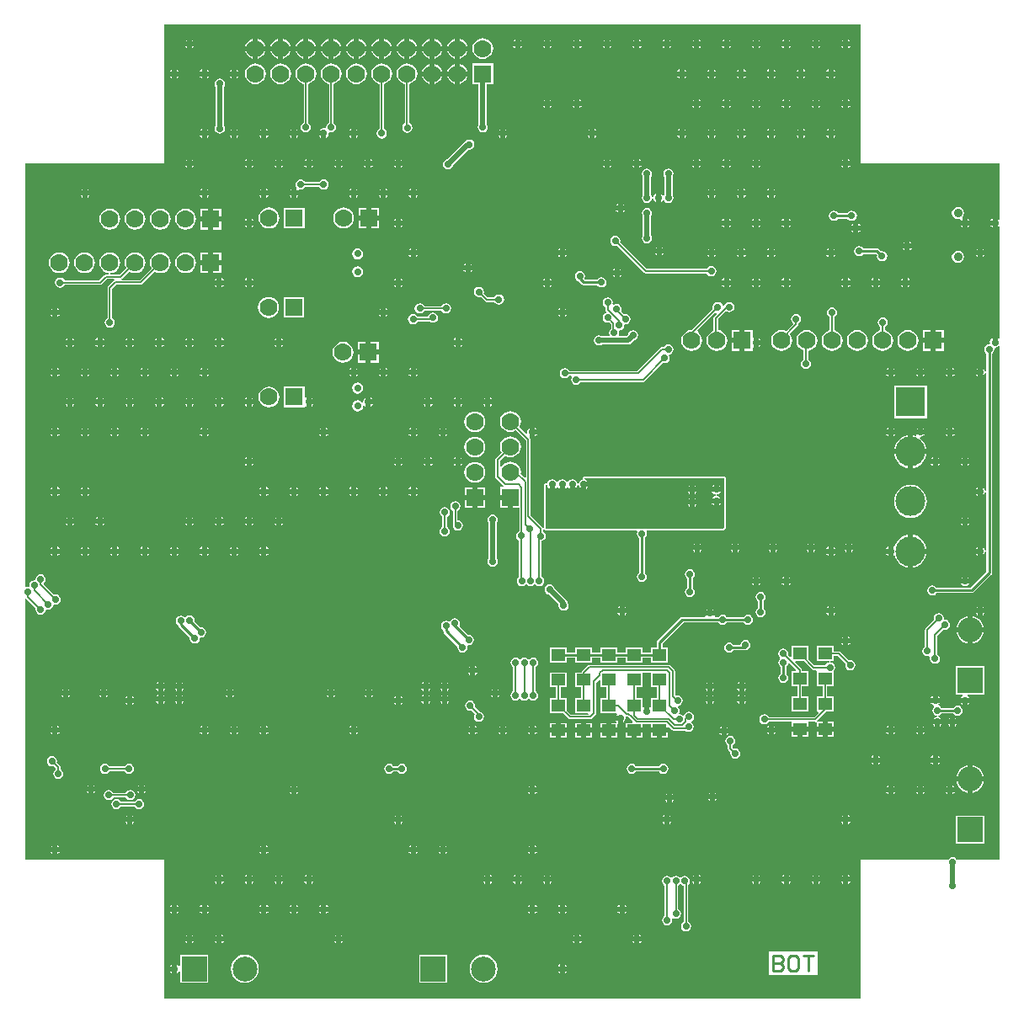
<source format=gbl>
G04*
G04 #@! TF.GenerationSoftware,Altium Limited,Altium Designer,18.1.9 (240)*
G04*
G04 Layer_Physical_Order=2*
G04 Layer_Color=16711680*
%FSLAX25Y25*%
%MOIN*%
G70*
G01*
G75*
%ADD11C,0.01000*%
%ADD39R,0.05512X0.04724*%
%ADD130C,0.00600*%
%ADD131C,0.02000*%
%ADD136C,0.02756*%
%ADD137C,0.07000*%
%ADD138R,0.07000X0.07000*%
%ADD139R,0.07000X0.07000*%
%ADD140R,0.09843X0.09843*%
%ADD141C,0.09843*%
%ADD142C,0.03543*%
%ADD143R,0.09843X0.09843*%
%ADD144R,0.11811X0.11811*%
%ADD145C,0.11811*%
%ADD146C,0.02799*%
%ADD147C,0.02800*%
G36*
X334646Y334646D02*
X389764D01*
Y312576D01*
X389264Y312425D01*
X389237Y312465D01*
X388795Y312760D01*
Y311023D01*
Y309287D01*
X389237Y309582D01*
X389264Y309622D01*
X389764Y309471D01*
Y265332D01*
X389264Y265180D01*
X389237Y265221D01*
X388795Y265516D01*
Y263779D01*
X386795D01*
Y265516D01*
X386353Y265221D01*
X385911Y264560D01*
X385756Y263779D01*
X385815Y263486D01*
X385593Y263171D01*
X385398Y263019D01*
X384720Y262884D01*
X384058Y262442D01*
X383616Y261780D01*
X383461Y261000D01*
X383616Y260220D01*
X384058Y259558D01*
X384379Y259344D01*
Y252269D01*
X383878Y252219D01*
X383773Y252749D01*
X383331Y253410D01*
X382890Y253705D01*
Y251968D01*
Y250232D01*
X383331Y250527D01*
X383773Y251188D01*
X383878Y251717D01*
X384379Y251668D01*
Y205025D01*
X383878Y204975D01*
X383773Y205504D01*
X383331Y206166D01*
X382890Y206461D01*
Y204724D01*
Y202988D01*
X383331Y203283D01*
X383773Y203944D01*
X383878Y204473D01*
X384379Y204424D01*
Y181402D01*
X383878Y181353D01*
X383773Y181882D01*
X383331Y182544D01*
X382890Y182839D01*
Y181102D01*
Y179366D01*
X383331Y179661D01*
X383773Y180322D01*
X383878Y180851D01*
X384379Y180802D01*
Y172965D01*
X378185Y166771D01*
X376127D01*
X376078Y167271D01*
X376356Y167326D01*
X376764Y167408D01*
X377426Y167850D01*
X377721Y168291D01*
X374247D01*
X374542Y167850D01*
X375204Y167408D01*
X375612Y167326D01*
X375890Y167271D01*
X375841Y166771D01*
X364556D01*
X364442Y166942D01*
X363780Y167384D01*
X363000Y167539D01*
X362220Y167384D01*
X361558Y166942D01*
X361116Y166280D01*
X360961Y165500D01*
X361116Y164720D01*
X361558Y164058D01*
X362220Y163616D01*
X363000Y163461D01*
X363780Y163616D01*
X364442Y164058D01*
X364756Y164528D01*
X378650D01*
X378650Y164528D01*
X379079Y164613D01*
X379443Y164857D01*
X386293Y171707D01*
X386293Y171707D01*
X386536Y172071D01*
X386621Y172500D01*
Y259344D01*
X386942Y259558D01*
X387384Y260220D01*
X387539Y261000D01*
X387481Y261293D01*
X387795Y261741D01*
X388575Y261896D01*
X389237Y262338D01*
X389264Y262378D01*
X389764Y262227D01*
Y59055D01*
X372700D01*
X372442Y59442D01*
X371780Y59884D01*
X371000Y60039D01*
X370220Y59884D01*
X369558Y59442D01*
X369300Y59055D01*
X334646D01*
Y3937D01*
X59055D01*
Y59055D01*
X3937D01*
Y162072D01*
X4103Y162184D01*
X4437Y162265D01*
X8084Y158618D01*
X7961Y158000D01*
X8116Y157220D01*
X8558Y156558D01*
X9220Y156116D01*
X10000Y155961D01*
X10780Y156116D01*
X11442Y156558D01*
X11884Y157220D01*
X11978Y157693D01*
X12162Y158014D01*
X12521Y158056D01*
X13000Y157961D01*
X13780Y158116D01*
X14442Y158558D01*
X14884Y159220D01*
X14978Y159693D01*
X15161Y160014D01*
X15521Y160056D01*
X16000Y159961D01*
X16780Y160116D01*
X17442Y160558D01*
X17884Y161220D01*
X18039Y162000D01*
X17884Y162780D01*
X17442Y163442D01*
X16780Y163884D01*
X16000Y164039D01*
X15382Y163916D01*
X11300Y167998D01*
X11349Y168496D01*
X11442Y168558D01*
X11884Y169220D01*
X12039Y170000D01*
X11884Y170780D01*
X11442Y171442D01*
X10780Y171884D01*
X10000Y172039D01*
X9220Y171884D01*
X8558Y171442D01*
X8116Y170780D01*
X7961Y170000D01*
X7987Y169866D01*
X7634Y169513D01*
X7500Y169539D01*
X6720Y169384D01*
X6058Y168942D01*
X5616Y168280D01*
X5461Y167500D01*
X5487Y167366D01*
X5134Y167013D01*
X5000Y167039D01*
X4437Y166927D01*
X3937Y167251D01*
Y334646D01*
X59055D01*
Y389764D01*
X334646D01*
Y334646D01*
D02*
G37*
%LPC*%
G36*
X329740Y383626D02*
Y382890D01*
X330477D01*
X330182Y383331D01*
X329740Y383626D01*
D02*
G37*
G36*
X327740D02*
X327298Y383331D01*
X327003Y382890D01*
X327740D01*
Y383626D01*
D02*
G37*
G36*
X317929D02*
Y382890D01*
X318666D01*
X318371Y383331D01*
X317929Y383626D01*
D02*
G37*
G36*
X315929D02*
X315487Y383331D01*
X315192Y382890D01*
X315929D01*
Y383626D01*
D02*
G37*
G36*
X306118D02*
Y382890D01*
X306855D01*
X306560Y383331D01*
X306118Y383626D01*
D02*
G37*
G36*
X304118D02*
X303676Y383331D01*
X303381Y382890D01*
X304118D01*
Y383626D01*
D02*
G37*
G36*
X294307D02*
Y382890D01*
X295044D01*
X294749Y383331D01*
X294307Y383626D01*
D02*
G37*
G36*
X292307D02*
X291865Y383331D01*
X291570Y382890D01*
X292307D01*
Y383626D01*
D02*
G37*
G36*
X282496D02*
Y382890D01*
X283233D01*
X282938Y383331D01*
X282496Y383626D01*
D02*
G37*
G36*
X280496D02*
X280054Y383331D01*
X279759Y382890D01*
X280496D01*
Y383626D01*
D02*
G37*
G36*
X270685D02*
Y382890D01*
X271422D01*
X271127Y383331D01*
X270685Y383626D01*
D02*
G37*
G36*
X268685D02*
X268243Y383331D01*
X267948Y382890D01*
X268685D01*
Y383626D01*
D02*
G37*
G36*
X258874D02*
Y382890D01*
X259611D01*
X259315Y383331D01*
X258874Y383626D01*
D02*
G37*
G36*
X256874D02*
X256432Y383331D01*
X256137Y382890D01*
X256874D01*
Y383626D01*
D02*
G37*
G36*
X247063D02*
Y382890D01*
X247800D01*
X247504Y383331D01*
X247063Y383626D01*
D02*
G37*
G36*
X245063D02*
X244621Y383331D01*
X244326Y382890D01*
X245063D01*
Y383626D01*
D02*
G37*
G36*
X235252D02*
Y382890D01*
X235989D01*
X235694Y383331D01*
X235252Y383626D01*
D02*
G37*
G36*
X233252D02*
X232810Y383331D01*
X232515Y382890D01*
X233252D01*
Y383626D01*
D02*
G37*
G36*
X223441D02*
Y382890D01*
X224178D01*
X223883Y383331D01*
X223441Y383626D01*
D02*
G37*
G36*
X221441D02*
X220999Y383331D01*
X220704Y382890D01*
X221441D01*
Y383626D01*
D02*
G37*
G36*
X211630D02*
Y382890D01*
X212367D01*
X212071Y383331D01*
X211630Y383626D01*
D02*
G37*
G36*
X209630D02*
X209188Y383331D01*
X208893Y382890D01*
X209630D01*
Y383626D01*
D02*
G37*
G36*
X199819D02*
Y382890D01*
X200555D01*
X200260Y383331D01*
X199819Y383626D01*
D02*
G37*
G36*
X197819D02*
X197377Y383331D01*
X197082Y382890D01*
X197819D01*
Y383626D01*
D02*
G37*
G36*
X69898D02*
Y382890D01*
X70634D01*
X70339Y383331D01*
X69898Y383626D01*
D02*
G37*
G36*
X67898D02*
X67456Y383331D01*
X67161Y382890D01*
X67898D01*
Y383626D01*
D02*
G37*
G36*
X176039Y384083D02*
Y381079D01*
X179043D01*
X179034Y381149D01*
X178621Y382146D01*
X177963Y383003D01*
X177107Y383660D01*
X176110Y384073D01*
X176039Y384083D01*
D02*
G37*
G36*
X166039D02*
Y381079D01*
X169043D01*
X169034Y381149D01*
X168621Y382146D01*
X167964Y383003D01*
X167107Y383660D01*
X166110Y384073D01*
X166039Y384083D01*
D02*
G37*
G36*
X156039D02*
Y381079D01*
X159043D01*
X159034Y381149D01*
X158621Y382146D01*
X157964Y383003D01*
X157107Y383660D01*
X156110Y384073D01*
X156039Y384083D01*
D02*
G37*
G36*
X146039D02*
Y381079D01*
X149043D01*
X149034Y381149D01*
X148621Y382146D01*
X147964Y383003D01*
X147107Y383660D01*
X146110Y384073D01*
X146039Y384083D01*
D02*
G37*
G36*
X136039D02*
Y381079D01*
X139043D01*
X139034Y381149D01*
X138621Y382146D01*
X137963Y383003D01*
X137107Y383660D01*
X136110Y384073D01*
X136039Y384083D01*
D02*
G37*
G36*
X126039D02*
Y381079D01*
X129043D01*
X129034Y381149D01*
X128621Y382146D01*
X127963Y383003D01*
X127107Y383660D01*
X126110Y384073D01*
X126039Y384083D01*
D02*
G37*
G36*
X116039D02*
Y381079D01*
X119043D01*
X119034Y381149D01*
X118621Y382146D01*
X117964Y383003D01*
X117107Y383660D01*
X116110Y384073D01*
X116039Y384083D01*
D02*
G37*
G36*
X106039D02*
Y381079D01*
X109043D01*
X109034Y381149D01*
X108621Y382146D01*
X107964Y383003D01*
X107107Y383660D01*
X106110Y384073D01*
X106039Y384083D01*
D02*
G37*
G36*
X96039D02*
Y381079D01*
X99043D01*
X99034Y381149D01*
X98621Y382146D01*
X97964Y383003D01*
X97107Y383660D01*
X96110Y384073D01*
X96039Y384083D01*
D02*
G37*
G36*
X174039D02*
X173969Y384073D01*
X172972Y383660D01*
X172115Y383003D01*
X171458Y382146D01*
X171045Y381149D01*
X171036Y381079D01*
X174039D01*
Y384083D01*
D02*
G37*
G36*
X164039D02*
X163969Y384073D01*
X162972Y383660D01*
X162115Y383003D01*
X161458Y382146D01*
X161045Y381149D01*
X161036Y381079D01*
X164039D01*
Y384083D01*
D02*
G37*
G36*
X154039D02*
X153969Y384073D01*
X152972Y383660D01*
X152115Y383003D01*
X151458Y382146D01*
X151045Y381149D01*
X151036Y381079D01*
X154039D01*
Y384083D01*
D02*
G37*
G36*
X144039D02*
X143969Y384073D01*
X142972Y383660D01*
X142115Y383003D01*
X141458Y382146D01*
X141045Y381149D01*
X141036Y381079D01*
X144039D01*
Y384083D01*
D02*
G37*
G36*
X94039D02*
X93969Y384073D01*
X92972Y383660D01*
X92115Y383003D01*
X91458Y382146D01*
X91045Y381149D01*
X91036Y381079D01*
X94039D01*
Y384083D01*
D02*
G37*
G36*
X134039D02*
X133969Y384073D01*
X132972Y383660D01*
X132115Y383003D01*
X131458Y382146D01*
X131045Y381149D01*
X131036Y381079D01*
X134039D01*
Y384083D01*
D02*
G37*
G36*
X124039D02*
X123969Y384073D01*
X122972Y383660D01*
X122115Y383003D01*
X121458Y382146D01*
X121045Y381149D01*
X121036Y381079D01*
X124039D01*
Y384083D01*
D02*
G37*
G36*
X114039D02*
X113969Y384073D01*
X112972Y383660D01*
X112115Y383003D01*
X111458Y382146D01*
X111045Y381149D01*
X111036Y381079D01*
X114039D01*
Y384083D01*
D02*
G37*
G36*
X104039D02*
X103969Y384073D01*
X102972Y383660D01*
X102115Y383003D01*
X101458Y382146D01*
X101045Y381149D01*
X101036Y381079D01*
X104039D01*
Y384083D01*
D02*
G37*
G36*
X330477Y380890D02*
X329740D01*
Y380153D01*
X330182Y380448D01*
X330477Y380890D01*
D02*
G37*
G36*
X327740D02*
X327003D01*
X327298Y380448D01*
X327740Y380153D01*
Y380890D01*
D02*
G37*
G36*
X318666D02*
X317929D01*
Y380153D01*
X318371Y380448D01*
X318666Y380890D01*
D02*
G37*
G36*
X315929D02*
X315192D01*
X315487Y380448D01*
X315929Y380153D01*
Y380890D01*
D02*
G37*
G36*
X306855D02*
X306118D01*
Y380153D01*
X306560Y380448D01*
X306855Y380890D01*
D02*
G37*
G36*
X304118D02*
X303381D01*
X303676Y380448D01*
X304118Y380153D01*
Y380890D01*
D02*
G37*
G36*
X295044D02*
X294307D01*
Y380153D01*
X294749Y380448D01*
X295044Y380890D01*
D02*
G37*
G36*
X292307D02*
X291570D01*
X291865Y380448D01*
X292307Y380153D01*
Y380890D01*
D02*
G37*
G36*
X283233D02*
X282496D01*
Y380153D01*
X282938Y380448D01*
X283233Y380890D01*
D02*
G37*
G36*
X280496D02*
X279759D01*
X280054Y380448D01*
X280496Y380153D01*
Y380890D01*
D02*
G37*
G36*
X271422D02*
X270685D01*
Y380153D01*
X271127Y380448D01*
X271422Y380890D01*
D02*
G37*
G36*
X268685D02*
X267948D01*
X268243Y380448D01*
X268685Y380153D01*
Y380890D01*
D02*
G37*
G36*
X259611D02*
X258874D01*
Y380153D01*
X259315Y380448D01*
X259611Y380890D01*
D02*
G37*
G36*
X256874D02*
X256137D01*
X256432Y380448D01*
X256874Y380153D01*
Y380890D01*
D02*
G37*
G36*
X247800D02*
X247063D01*
Y380153D01*
X247504Y380448D01*
X247800Y380890D01*
D02*
G37*
G36*
X245063D02*
X244326D01*
X244621Y380448D01*
X245063Y380153D01*
Y380890D01*
D02*
G37*
G36*
X235989D02*
X235252D01*
Y380153D01*
X235694Y380448D01*
X235989Y380890D01*
D02*
G37*
G36*
X233252D02*
X232515D01*
X232810Y380448D01*
X233252Y380153D01*
Y380890D01*
D02*
G37*
G36*
X224178D02*
X223441D01*
Y380153D01*
X223883Y380448D01*
X224178Y380890D01*
D02*
G37*
G36*
X221441D02*
X220704D01*
X220999Y380448D01*
X221441Y380153D01*
Y380890D01*
D02*
G37*
G36*
X212367D02*
X211630D01*
Y380153D01*
X212071Y380448D01*
X212367Y380890D01*
D02*
G37*
G36*
X209630D02*
X208893D01*
X209188Y380448D01*
X209630Y380153D01*
Y380890D01*
D02*
G37*
G36*
X200555D02*
X199819D01*
Y380153D01*
X200260Y380448D01*
X200555Y380890D01*
D02*
G37*
G36*
X197819D02*
X197082D01*
X197377Y380448D01*
X197819Y380153D01*
Y380890D01*
D02*
G37*
G36*
X70634D02*
X69898D01*
Y380153D01*
X70339Y380448D01*
X70634Y380890D01*
D02*
G37*
G36*
X67898D02*
X67161D01*
X67456Y380448D01*
X67898Y380153D01*
Y380890D01*
D02*
G37*
G36*
X164039Y379079D02*
X161036D01*
X161045Y379008D01*
X161458Y378011D01*
X162115Y377155D01*
X162972Y376497D01*
X163969Y376084D01*
X164039Y376075D01*
Y379079D01*
D02*
G37*
G36*
X154039D02*
X151036D01*
X151045Y379008D01*
X151458Y378011D01*
X152115Y377155D01*
X152972Y376497D01*
X153969Y376084D01*
X154039Y376075D01*
Y379079D01*
D02*
G37*
G36*
X114039D02*
X111036D01*
X111045Y379008D01*
X111458Y378011D01*
X112115Y377155D01*
X112972Y376497D01*
X113969Y376084D01*
X114039Y376075D01*
Y379079D01*
D02*
G37*
G36*
X104039D02*
X101036D01*
X101045Y379008D01*
X101458Y378011D01*
X102115Y377155D01*
X102972Y376497D01*
X103969Y376084D01*
X104039Y376075D01*
Y379079D01*
D02*
G37*
G36*
X174039D02*
X171036D01*
X171045Y379008D01*
X171458Y378011D01*
X172115Y377155D01*
X172972Y376497D01*
X173969Y376084D01*
X174039Y376075D01*
Y379079D01*
D02*
G37*
G36*
X144039D02*
X141036D01*
X141045Y379008D01*
X141458Y378011D01*
X142115Y377155D01*
X142972Y376497D01*
X143969Y376084D01*
X144039Y376075D01*
Y379079D01*
D02*
G37*
G36*
X134039D02*
X131036D01*
X131045Y379008D01*
X131458Y378011D01*
X132115Y377155D01*
X132972Y376497D01*
X133969Y376084D01*
X134039Y376075D01*
Y379079D01*
D02*
G37*
G36*
X124039D02*
X121036D01*
X121045Y379008D01*
X121458Y378011D01*
X122115Y377155D01*
X122972Y376497D01*
X123969Y376084D01*
X124039Y376075D01*
Y379079D01*
D02*
G37*
G36*
X94039D02*
X91036D01*
X91045Y379008D01*
X91458Y378011D01*
X92115Y377155D01*
X92972Y376497D01*
X93969Y376084D01*
X94039Y376075D01*
Y379079D01*
D02*
G37*
G36*
X139043D02*
X136039D01*
Y376075D01*
X136110Y376084D01*
X137107Y376497D01*
X137963Y377155D01*
X138621Y378011D01*
X139034Y379008D01*
X139043Y379079D01*
D02*
G37*
G36*
X179043D02*
X176039D01*
Y376075D01*
X176110Y376084D01*
X177107Y376497D01*
X177963Y377155D01*
X178621Y378011D01*
X179034Y379008D01*
X179043Y379079D01*
D02*
G37*
G36*
X169043D02*
X166039D01*
Y376075D01*
X166110Y376084D01*
X167107Y376497D01*
X167964Y377155D01*
X168621Y378011D01*
X169034Y379008D01*
X169043Y379079D01*
D02*
G37*
G36*
X159043D02*
X156039D01*
Y376075D01*
X156110Y376084D01*
X157107Y376497D01*
X157964Y377155D01*
X158621Y378011D01*
X159034Y379008D01*
X159043Y379079D01*
D02*
G37*
G36*
X149043D02*
X146039D01*
Y376075D01*
X146110Y376084D01*
X147107Y376497D01*
X147964Y377155D01*
X148621Y378011D01*
X149034Y379008D01*
X149043Y379079D01*
D02*
G37*
G36*
X129043D02*
X126039D01*
Y376075D01*
X126110Y376084D01*
X127107Y376497D01*
X127963Y377155D01*
X128621Y378011D01*
X129034Y379008D01*
X129043Y379079D01*
D02*
G37*
G36*
X119043D02*
X116039D01*
Y376075D01*
X116110Y376084D01*
X117107Y376497D01*
X117964Y377155D01*
X118621Y378011D01*
X119034Y379008D01*
X119043Y379079D01*
D02*
G37*
G36*
X109043D02*
X106039D01*
Y376075D01*
X106110Y376084D01*
X107107Y376497D01*
X107964Y377155D01*
X108621Y378011D01*
X109034Y379008D01*
X109043Y379079D01*
D02*
G37*
G36*
X99043D02*
X96039D01*
Y376075D01*
X96110Y376084D01*
X97107Y376497D01*
X97964Y377155D01*
X98621Y378011D01*
X99034Y379008D01*
X99043Y379079D01*
D02*
G37*
G36*
X185039Y384214D02*
X183969Y384073D01*
X182972Y383660D01*
X182115Y383003D01*
X181458Y382146D01*
X181045Y381149D01*
X180904Y380079D01*
X181045Y379008D01*
X181458Y378011D01*
X182115Y377155D01*
X182972Y376497D01*
X183969Y376084D01*
X185039Y375943D01*
X186110Y376084D01*
X187107Y376497D01*
X187963Y377155D01*
X188621Y378011D01*
X189034Y379008D01*
X189175Y380079D01*
X189034Y381149D01*
X188621Y382146D01*
X187963Y383003D01*
X187107Y383660D01*
X186110Y384073D01*
X185039Y384214D01*
D02*
G37*
G36*
X176039Y374082D02*
Y371079D01*
X179043D01*
X179034Y371149D01*
X178621Y372146D01*
X177963Y373003D01*
X177107Y373660D01*
X176110Y374073D01*
X176039Y374082D01*
D02*
G37*
G36*
X166039D02*
Y371079D01*
X169043D01*
X169034Y371149D01*
X168621Y372146D01*
X167964Y373003D01*
X167107Y373660D01*
X166110Y374073D01*
X166039Y374082D01*
D02*
G37*
G36*
X164039D02*
X163969Y374073D01*
X162972Y373660D01*
X162115Y373003D01*
X161458Y372146D01*
X161045Y371149D01*
X161036Y371079D01*
X164039D01*
Y374082D01*
D02*
G37*
G36*
X174039D02*
X173969Y374073D01*
X172972Y373660D01*
X172115Y373003D01*
X171458Y372146D01*
X171045Y371149D01*
X171036Y371079D01*
X174039D01*
Y374082D01*
D02*
G37*
G36*
X323834Y371815D02*
Y371079D01*
X324571D01*
X324276Y371520D01*
X323834Y371815D01*
D02*
G37*
G36*
X321834D02*
X321393Y371520D01*
X321098Y371079D01*
X321834D01*
Y371815D01*
D02*
G37*
G36*
X312023D02*
Y371079D01*
X312760D01*
X312465Y371520D01*
X312023Y371815D01*
D02*
G37*
G36*
X310023D02*
X309582Y371520D01*
X309287Y371079D01*
X310023D01*
Y371815D01*
D02*
G37*
G36*
X300212D02*
Y371079D01*
X300949D01*
X300654Y371520D01*
X300212Y371815D01*
D02*
G37*
G36*
X298212D02*
X297771Y371520D01*
X297476Y371079D01*
X298212D01*
Y371815D01*
D02*
G37*
G36*
X288401D02*
Y371079D01*
X289138D01*
X288843Y371520D01*
X288401Y371815D01*
D02*
G37*
G36*
X286401D02*
X285960Y371520D01*
X285665Y371079D01*
X286401D01*
Y371815D01*
D02*
G37*
G36*
X276590D02*
Y371079D01*
X277327D01*
X277032Y371520D01*
X276590Y371815D01*
D02*
G37*
G36*
X274590D02*
X274149Y371520D01*
X273854Y371079D01*
X274590D01*
Y371815D01*
D02*
G37*
G36*
X264779D02*
Y371079D01*
X265516D01*
X265221Y371520D01*
X264779Y371815D01*
D02*
G37*
G36*
X262779D02*
X262338Y371520D01*
X262043Y371079D01*
X262779D01*
Y371815D01*
D02*
G37*
G36*
X87614D02*
Y371079D01*
X88351D01*
X88056Y371520D01*
X87614Y371815D01*
D02*
G37*
G36*
X85614D02*
X85172Y371520D01*
X84877Y371079D01*
X85614D01*
Y371815D01*
D02*
G37*
G36*
X75803D02*
Y371079D01*
X76540D01*
X76245Y371520D01*
X75803Y371815D01*
D02*
G37*
G36*
X73803D02*
X73361Y371520D01*
X73066Y371079D01*
X73803D01*
Y371815D01*
D02*
G37*
G36*
X63992D02*
Y371079D01*
X64729D01*
X64434Y371520D01*
X63992Y371815D01*
D02*
G37*
G36*
X61992D02*
X61550Y371520D01*
X61255Y371079D01*
X61992D01*
Y371815D01*
D02*
G37*
G36*
X324571Y369079D02*
X323834D01*
Y368342D01*
X324276Y368637D01*
X324571Y369079D01*
D02*
G37*
G36*
X321834D02*
X321098D01*
X321393Y368637D01*
X321834Y368342D01*
Y369079D01*
D02*
G37*
G36*
X312760D02*
X312023D01*
Y368342D01*
X312465Y368637D01*
X312760Y369079D01*
D02*
G37*
G36*
X310023D02*
X309287D01*
X309582Y368637D01*
X310023Y368342D01*
Y369079D01*
D02*
G37*
G36*
X300949D02*
X300212D01*
Y368342D01*
X300654Y368637D01*
X300949Y369079D01*
D02*
G37*
G36*
X298212D02*
X297476D01*
X297771Y368637D01*
X298212Y368342D01*
Y369079D01*
D02*
G37*
G36*
X289138D02*
X288401D01*
Y368342D01*
X288843Y368637D01*
X289138Y369079D01*
D02*
G37*
G36*
X286401D02*
X285665D01*
X285960Y368637D01*
X286401Y368342D01*
Y369079D01*
D02*
G37*
G36*
X277327D02*
X276590D01*
Y368342D01*
X277032Y368637D01*
X277327Y369079D01*
D02*
G37*
G36*
X274590D02*
X273854D01*
X274149Y368637D01*
X274590Y368342D01*
Y369079D01*
D02*
G37*
G36*
X265516D02*
X264779D01*
Y368342D01*
X265221Y368637D01*
X265516Y369079D01*
D02*
G37*
G36*
X262779D02*
X262043D01*
X262338Y368637D01*
X262779Y368342D01*
Y369079D01*
D02*
G37*
G36*
X88351D02*
X87614D01*
Y368342D01*
X88056Y368637D01*
X88351Y369079D01*
D02*
G37*
G36*
X85614D02*
X84877D01*
X85172Y368637D01*
X85614Y368342D01*
Y369079D01*
D02*
G37*
G36*
X76540D02*
X75803D01*
Y368342D01*
X76245Y368637D01*
X76540Y369079D01*
D02*
G37*
G36*
X73803D02*
X73066D01*
X73361Y368637D01*
X73803Y368342D01*
Y369079D01*
D02*
G37*
G36*
X64729D02*
X63992D01*
Y368342D01*
X64434Y368637D01*
X64729Y369079D01*
D02*
G37*
G36*
X61992D02*
X61255D01*
X61550Y368637D01*
X61992Y368342D01*
Y369079D01*
D02*
G37*
G36*
X164039Y369079D02*
X161036D01*
X161045Y369008D01*
X161458Y368011D01*
X162115Y367155D01*
X162972Y366497D01*
X163969Y366084D01*
X164039Y366075D01*
Y369079D01*
D02*
G37*
G36*
X174039D02*
X171036D01*
X171045Y369008D01*
X171458Y368011D01*
X172115Y367155D01*
X172972Y366497D01*
X173969Y366084D01*
X174039Y366075D01*
Y369079D01*
D02*
G37*
G36*
X179043D02*
X176039D01*
Y366075D01*
X176110Y366084D01*
X177107Y366497D01*
X177963Y367155D01*
X178621Y368011D01*
X179034Y369008D01*
X179043Y369079D01*
D02*
G37*
G36*
X169043D02*
X166039D01*
Y366075D01*
X166110Y366084D01*
X167107Y366497D01*
X167964Y367155D01*
X168621Y368011D01*
X169034Y369008D01*
X169043Y369079D01*
D02*
G37*
G36*
X135039Y374214D02*
X133969Y374073D01*
X132972Y373660D01*
X132115Y373003D01*
X131458Y372146D01*
X131045Y371149D01*
X130904Y370079D01*
X131045Y369008D01*
X131458Y368011D01*
X132115Y367155D01*
X132972Y366497D01*
X133969Y366084D01*
X135039Y365943D01*
X136110Y366084D01*
X137107Y366497D01*
X137963Y367155D01*
X138621Y368011D01*
X139034Y369008D01*
X139175Y370079D01*
X139034Y371149D01*
X138621Y372146D01*
X137963Y373003D01*
X137107Y373660D01*
X136110Y374073D01*
X135039Y374214D01*
D02*
G37*
G36*
X105039D02*
X103969Y374073D01*
X102972Y373660D01*
X102115Y373003D01*
X101458Y372146D01*
X101045Y371149D01*
X100904Y370079D01*
X101045Y369008D01*
X101458Y368011D01*
X102115Y367155D01*
X102972Y366497D01*
X103969Y366084D01*
X105039Y365943D01*
X106110Y366084D01*
X107107Y366497D01*
X107964Y367155D01*
X108621Y368011D01*
X109034Y369008D01*
X109175Y370079D01*
X109034Y371149D01*
X108621Y372146D01*
X107964Y373003D01*
X107107Y373660D01*
X106110Y374073D01*
X105039Y374214D01*
D02*
G37*
G36*
X95039D02*
X93969Y374073D01*
X92972Y373660D01*
X92115Y373003D01*
X91458Y372146D01*
X91045Y371149D01*
X90904Y370079D01*
X91045Y369008D01*
X91458Y368011D01*
X92115Y367155D01*
X92972Y366497D01*
X93969Y366084D01*
X95039Y365943D01*
X96110Y366084D01*
X97107Y366497D01*
X97964Y367155D01*
X98621Y368011D01*
X99034Y369008D01*
X99175Y370079D01*
X99034Y371149D01*
X98621Y372146D01*
X97964Y373003D01*
X97107Y373660D01*
X96110Y374073D01*
X95039Y374214D01*
D02*
G37*
G36*
X329740Y360004D02*
Y359267D01*
X330477D01*
X330182Y359709D01*
X329740Y360004D01*
D02*
G37*
G36*
X327740D02*
X327298Y359709D01*
X327003Y359267D01*
X327740D01*
Y360004D01*
D02*
G37*
G36*
X317929D02*
Y359267D01*
X318666D01*
X318371Y359709D01*
X317929Y360004D01*
D02*
G37*
G36*
X315929D02*
X315487Y359709D01*
X315192Y359267D01*
X315929D01*
Y360004D01*
D02*
G37*
G36*
X306118D02*
Y359267D01*
X306855D01*
X306560Y359709D01*
X306118Y360004D01*
D02*
G37*
G36*
X304118D02*
X303676Y359709D01*
X303381Y359267D01*
X304118D01*
Y360004D01*
D02*
G37*
G36*
X294307D02*
Y359267D01*
X295044D01*
X294749Y359709D01*
X294307Y360004D01*
D02*
G37*
G36*
X292307D02*
X291865Y359709D01*
X291570Y359267D01*
X292307D01*
Y360004D01*
D02*
G37*
G36*
X282496D02*
Y359267D01*
X283233D01*
X282938Y359709D01*
X282496Y360004D01*
D02*
G37*
G36*
X280496D02*
X280054Y359709D01*
X279759Y359267D01*
X280496D01*
Y360004D01*
D02*
G37*
G36*
X270685D02*
Y359267D01*
X271422D01*
X271127Y359709D01*
X270685Y360004D01*
D02*
G37*
G36*
X268685D02*
X268243Y359709D01*
X267948Y359267D01*
X268685D01*
Y360004D01*
D02*
G37*
G36*
X223441D02*
Y359267D01*
X224178D01*
X223883Y359709D01*
X223441Y360004D01*
D02*
G37*
G36*
X221441D02*
X220999Y359709D01*
X220704Y359267D01*
X221441D01*
Y360004D01*
D02*
G37*
G36*
X211630D02*
Y359267D01*
X212367D01*
X212071Y359709D01*
X211630Y360004D01*
D02*
G37*
G36*
X209630D02*
X209188Y359709D01*
X208893Y359267D01*
X209630D01*
Y360004D01*
D02*
G37*
G36*
X330477Y357267D02*
X329740D01*
Y356531D01*
X330182Y356826D01*
X330477Y357267D01*
D02*
G37*
G36*
X327740D02*
X327003D01*
X327298Y356826D01*
X327740Y356531D01*
Y357267D01*
D02*
G37*
G36*
X318666D02*
X317929D01*
Y356531D01*
X318371Y356826D01*
X318666Y357267D01*
D02*
G37*
G36*
X315929D02*
X315192D01*
X315487Y356826D01*
X315929Y356531D01*
Y357267D01*
D02*
G37*
G36*
X306855D02*
X306118D01*
Y356531D01*
X306560Y356826D01*
X306855Y357267D01*
D02*
G37*
G36*
X304118D02*
X303381D01*
X303676Y356826D01*
X304118Y356531D01*
Y357267D01*
D02*
G37*
G36*
X295044D02*
X294307D01*
Y356531D01*
X294749Y356826D01*
X295044Y357267D01*
D02*
G37*
G36*
X292307D02*
X291570D01*
X291865Y356826D01*
X292307Y356531D01*
Y357267D01*
D02*
G37*
G36*
X283233D02*
X282496D01*
Y356531D01*
X282938Y356826D01*
X283233Y357267D01*
D02*
G37*
G36*
X280496D02*
X279759D01*
X280054Y356826D01*
X280496Y356531D01*
Y357267D01*
D02*
G37*
G36*
X271422D02*
X270685D01*
Y356531D01*
X271127Y356826D01*
X271422Y357267D01*
D02*
G37*
G36*
X268685D02*
X267948D01*
X268243Y356826D01*
X268685Y356531D01*
Y357267D01*
D02*
G37*
G36*
X224178D02*
X223441D01*
Y356531D01*
X223883Y356826D01*
X224178Y357267D01*
D02*
G37*
G36*
X221441D02*
X220704D01*
X220999Y356826D01*
X221441Y356531D01*
Y357267D01*
D02*
G37*
G36*
X212367D02*
X211630D01*
Y356531D01*
X212071Y356826D01*
X212367Y357267D01*
D02*
G37*
G36*
X209630D02*
X208893D01*
X209188Y356826D01*
X209630Y356531D01*
Y357267D01*
D02*
G37*
G36*
X125039Y374214D02*
X123969Y374073D01*
X122972Y373660D01*
X122115Y373003D01*
X121458Y372146D01*
X121045Y371149D01*
X120904Y370079D01*
X121045Y369008D01*
X121458Y368011D01*
X122115Y367155D01*
X122972Y366497D01*
X123969Y366084D01*
X124122Y366064D01*
Y350716D01*
X123558Y350340D01*
X123116Y349678D01*
X122961Y348898D01*
X122982Y348793D01*
X122551Y348395D01*
X122047Y348495D01*
X121267Y348340D01*
X120606Y347898D01*
X120310Y347457D01*
X122047D01*
Y346457D01*
X123047D01*
Y344720D01*
X123489Y345015D01*
X123931Y345676D01*
X124086Y346457D01*
X124065Y346561D01*
X124496Y346959D01*
X125000Y346859D01*
X125780Y347014D01*
X126442Y347456D01*
X126884Y348117D01*
X127039Y348898D01*
X126884Y349678D01*
X126442Y350340D01*
X125957Y350664D01*
Y366064D01*
X126110Y366084D01*
X127107Y366497D01*
X127963Y367155D01*
X128621Y368011D01*
X129034Y369008D01*
X129175Y370079D01*
X129034Y371149D01*
X128621Y372146D01*
X127963Y373003D01*
X127107Y373660D01*
X126110Y374073D01*
X125039Y374214D01*
D02*
G37*
G36*
X323834Y348193D02*
Y347457D01*
X324571D01*
X324276Y347898D01*
X323834Y348193D01*
D02*
G37*
G36*
X321834D02*
X321393Y347898D01*
X321098Y347457D01*
X321834D01*
Y348193D01*
D02*
G37*
G36*
X312023D02*
Y347457D01*
X312760D01*
X312465Y347898D01*
X312023Y348193D01*
D02*
G37*
G36*
X310023D02*
X309582Y347898D01*
X309287Y347457D01*
X310023D01*
Y348193D01*
D02*
G37*
G36*
X300212D02*
Y347457D01*
X300949D01*
X300654Y347898D01*
X300212Y348193D01*
D02*
G37*
G36*
X298212D02*
X297771Y347898D01*
X297476Y347457D01*
X298212D01*
Y348193D01*
D02*
G37*
G36*
X288401D02*
Y347457D01*
X289138D01*
X288843Y347898D01*
X288401Y348193D01*
D02*
G37*
G36*
X286401D02*
X285960Y347898D01*
X285665Y347457D01*
X286401D01*
Y348193D01*
D02*
G37*
G36*
X276590D02*
Y347457D01*
X277327D01*
X277032Y347898D01*
X276590Y348193D01*
D02*
G37*
G36*
X274590D02*
X274149Y347898D01*
X273854Y347457D01*
X274590D01*
Y348193D01*
D02*
G37*
G36*
X264779D02*
Y347457D01*
X265516D01*
X265221Y347898D01*
X264779Y348193D01*
D02*
G37*
G36*
X262779D02*
X262338Y347898D01*
X262043Y347457D01*
X262779D01*
Y348193D01*
D02*
G37*
G36*
X229346D02*
Y347457D01*
X230083D01*
X229788Y347898D01*
X229346Y348193D01*
D02*
G37*
G36*
X227346D02*
X226905Y347898D01*
X226610Y347457D01*
X227346D01*
Y348193D01*
D02*
G37*
G36*
X193913D02*
Y347457D01*
X194650D01*
X194355Y347898D01*
X193913Y348193D01*
D02*
G37*
G36*
X191913D02*
X191472Y347898D01*
X191176Y347457D01*
X191913D01*
Y348193D01*
D02*
G37*
G36*
X134858D02*
Y347457D01*
X135595D01*
X135300Y347898D01*
X134858Y348193D01*
D02*
G37*
G36*
X132858D02*
X132416Y347898D01*
X132122Y347457D01*
X132858D01*
Y348193D01*
D02*
G37*
G36*
X111236D02*
Y347457D01*
X111973D01*
X111678Y347898D01*
X111236Y348193D01*
D02*
G37*
G36*
X109236D02*
X108794Y347898D01*
X108499Y347457D01*
X109236D01*
Y348193D01*
D02*
G37*
G36*
X99425D02*
Y347457D01*
X100162D01*
X99867Y347898D01*
X99425Y348193D01*
D02*
G37*
G36*
X97425D02*
X96983Y347898D01*
X96688Y347457D01*
X97425D01*
Y348193D01*
D02*
G37*
G36*
X87614D02*
Y347457D01*
X88351D01*
X88056Y347898D01*
X87614Y348193D01*
D02*
G37*
G36*
X85614D02*
X85172Y347898D01*
X84877Y347457D01*
X85614D01*
Y348193D01*
D02*
G37*
G36*
X75803D02*
Y347457D01*
X76540D01*
X76245Y347898D01*
X75803Y348193D01*
D02*
G37*
G36*
X73803D02*
X73361Y347898D01*
X73066Y347457D01*
X73803D01*
Y348193D01*
D02*
G37*
G36*
X189139Y374179D02*
X180939D01*
Y365979D01*
X183408D01*
Y350095D01*
X183155Y349717D01*
X183000Y348937D01*
X183155Y348157D01*
X183598Y347495D01*
X184259Y347053D01*
X185039Y346898D01*
X185820Y347053D01*
X186481Y347495D01*
X186923Y348157D01*
X187078Y348937D01*
X186923Y349717D01*
X186671Y350095D01*
Y365979D01*
X189139D01*
Y374179D01*
D02*
G37*
G36*
X115039Y374214D02*
X113969Y374073D01*
X112972Y373660D01*
X112115Y373003D01*
X111458Y372146D01*
X111045Y371149D01*
X110904Y370079D01*
X111045Y369008D01*
X111458Y368011D01*
X112115Y367155D01*
X112972Y366497D01*
X113969Y366084D01*
X114122Y366064D01*
Y350818D01*
X113464Y350379D01*
X113022Y349717D01*
X112867Y348937D01*
X113022Y348157D01*
X113464Y347495D01*
X114126Y347053D01*
X114906Y346898D01*
X115687Y347053D01*
X116348Y347495D01*
X116790Y348157D01*
X116946Y348937D01*
X116790Y349717D01*
X116348Y350379D01*
X115957Y350640D01*
Y366064D01*
X116110Y366084D01*
X117107Y366497D01*
X117964Y367155D01*
X118621Y368011D01*
X119034Y369008D01*
X119175Y370079D01*
X119034Y371149D01*
X118621Y372146D01*
X117964Y373003D01*
X117107Y373660D01*
X116110Y374073D01*
X115039Y374214D01*
D02*
G37*
G36*
X155039D02*
X153969Y374073D01*
X152972Y373660D01*
X152115Y373003D01*
X151458Y372146D01*
X151045Y371149D01*
X150904Y370079D01*
X151045Y369008D01*
X151458Y368011D01*
X152115Y367155D01*
X152972Y366497D01*
X153969Y366084D01*
X154122Y366064D01*
Y350493D01*
X153716Y350221D01*
X153273Y349560D01*
X153118Y348780D01*
X153273Y347999D01*
X153716Y347338D01*
X154377Y346896D01*
X155157Y346740D01*
X155938Y346896D01*
X156599Y347338D01*
X157041Y347999D01*
X157197Y348780D01*
X157041Y349560D01*
X156599Y350221D01*
X155957Y350651D01*
Y366064D01*
X156110Y366084D01*
X157107Y366497D01*
X157964Y367155D01*
X158621Y368011D01*
X159034Y369008D01*
X159175Y370079D01*
X159034Y371149D01*
X158621Y372146D01*
X157964Y373003D01*
X157107Y373660D01*
X156110Y374073D01*
X155039Y374214D01*
D02*
G37*
G36*
X80908Y368181D02*
X80128Y368026D01*
X79466Y367584D01*
X79024Y366922D01*
X78869Y366142D01*
X79024Y365361D01*
X79277Y364983D01*
Y349584D01*
X79024Y349206D01*
X78869Y348425D01*
X79024Y347645D01*
X79466Y346983D01*
X80128Y346541D01*
X80908Y346386D01*
X81688Y346541D01*
X82350Y346983D01*
X82792Y347645D01*
X82947Y348425D01*
X82792Y349206D01*
X82539Y349584D01*
Y364983D01*
X82792Y365361D01*
X82947Y366142D01*
X82792Y366922D01*
X82350Y367584D01*
X81688Y368026D01*
X80908Y368181D01*
D02*
G37*
G36*
X324571Y345457D02*
X323834D01*
Y344720D01*
X324276Y345015D01*
X324571Y345457D01*
D02*
G37*
G36*
X321834D02*
X321098D01*
X321393Y345015D01*
X321834Y344720D01*
Y345457D01*
D02*
G37*
G36*
X312760D02*
X312023D01*
Y344720D01*
X312465Y345015D01*
X312760Y345457D01*
D02*
G37*
G36*
X310023D02*
X309287D01*
X309582Y345015D01*
X310023Y344720D01*
Y345457D01*
D02*
G37*
G36*
X300949D02*
X300212D01*
Y344720D01*
X300654Y345015D01*
X300949Y345457D01*
D02*
G37*
G36*
X298212D02*
X297476D01*
X297771Y345015D01*
X298212Y344720D01*
Y345457D01*
D02*
G37*
G36*
X289138D02*
X288401D01*
Y344720D01*
X288843Y345015D01*
X289138Y345457D01*
D02*
G37*
G36*
X286401D02*
X285665D01*
X285960Y345015D01*
X286401Y344720D01*
Y345457D01*
D02*
G37*
G36*
X277327D02*
X276590D01*
Y344720D01*
X277032Y345015D01*
X277327Y345457D01*
D02*
G37*
G36*
X274590D02*
X273854D01*
X274149Y345015D01*
X274590Y344720D01*
Y345457D01*
D02*
G37*
G36*
X265516D02*
X264779D01*
Y344720D01*
X265221Y345015D01*
X265516Y345457D01*
D02*
G37*
G36*
X262779D02*
X262043D01*
X262338Y345015D01*
X262779Y344720D01*
Y345457D01*
D02*
G37*
G36*
X230083D02*
X229346D01*
Y344720D01*
X229788Y345015D01*
X230083Y345457D01*
D02*
G37*
G36*
X227346D02*
X226610D01*
X226905Y345015D01*
X227346Y344720D01*
Y345457D01*
D02*
G37*
G36*
X194650D02*
X193913D01*
Y344720D01*
X194355Y345015D01*
X194650Y345457D01*
D02*
G37*
G36*
X191913D02*
X191176D01*
X191472Y345015D01*
X191913Y344720D01*
Y345457D01*
D02*
G37*
G36*
X135595D02*
X134858D01*
Y344720D01*
X135300Y345015D01*
X135595Y345457D01*
D02*
G37*
G36*
X132858D02*
X132122D01*
X132416Y345015D01*
X132858Y344720D01*
Y345457D01*
D02*
G37*
G36*
X121047D02*
X120310D01*
X120606Y345015D01*
X121047Y344720D01*
Y345457D01*
D02*
G37*
G36*
X111973D02*
X111236D01*
Y344720D01*
X111678Y345015D01*
X111973Y345457D01*
D02*
G37*
G36*
X109236D02*
X108499D01*
X108794Y345015D01*
X109236Y344720D01*
Y345457D01*
D02*
G37*
G36*
X100162D02*
X99425D01*
Y344720D01*
X99867Y345015D01*
X100162Y345457D01*
D02*
G37*
G36*
X97425D02*
X96688D01*
X96983Y345015D01*
X97425Y344720D01*
Y345457D01*
D02*
G37*
G36*
X88351D02*
X87614D01*
Y344720D01*
X88056Y345015D01*
X88351Y345457D01*
D02*
G37*
G36*
X85614D02*
X84877D01*
X85172Y345015D01*
X85614Y344720D01*
Y345457D01*
D02*
G37*
G36*
X76540D02*
X75803D01*
Y344720D01*
X76245Y345015D01*
X76540Y345457D01*
D02*
G37*
G36*
X73803D02*
X73066D01*
X73361Y345015D01*
X73803Y344720D01*
Y345457D01*
D02*
G37*
G36*
X145039Y374214D02*
X143969Y374073D01*
X142972Y373660D01*
X142115Y373003D01*
X141458Y372146D01*
X141045Y371149D01*
X140904Y370079D01*
X141045Y369008D01*
X141458Y368011D01*
X142115Y367155D01*
X142972Y366497D01*
X143969Y366084D01*
X144122Y366064D01*
Y348249D01*
X143597Y347899D01*
X143155Y347237D01*
X143000Y346457D01*
X143155Y345676D01*
X143597Y345015D01*
X144259Y344573D01*
X145039Y344418D01*
X145820Y344573D01*
X146481Y345015D01*
X146923Y345676D01*
X147079Y346457D01*
X146923Y347237D01*
X146481Y347899D01*
X145957Y348249D01*
Y366064D01*
X146110Y366084D01*
X147107Y366497D01*
X147964Y367155D01*
X148621Y368011D01*
X149034Y369008D01*
X149175Y370079D01*
X149034Y371149D01*
X148621Y372146D01*
X147964Y373003D01*
X147107Y373660D01*
X146110Y374073D01*
X145039Y374214D01*
D02*
G37*
G36*
X179720Y344101D02*
X178940Y343946D01*
X178278Y343504D01*
X178222Y343420D01*
X177916Y343215D01*
X170925Y336225D01*
X170480Y336136D01*
X169818Y335694D01*
X169376Y335032D01*
X169221Y334252D01*
X169376Y333472D01*
X169818Y332810D01*
X170480Y332368D01*
X171260Y332213D01*
X172040Y332368D01*
X172702Y332810D01*
X173144Y333472D01*
X173232Y333917D01*
X179401Y340086D01*
X179720Y340023D01*
X180501Y340178D01*
X181162Y340620D01*
X181604Y341282D01*
X181760Y342062D01*
X181604Y342842D01*
X181162Y343504D01*
X180501Y343946D01*
X179720Y344101D01*
D02*
G37*
G36*
X329740Y336382D02*
Y335646D01*
X330477D01*
X330182Y336087D01*
X329740Y336382D01*
D02*
G37*
G36*
X327740D02*
X327298Y336087D01*
X327003Y335646D01*
X327740D01*
Y336382D01*
D02*
G37*
G36*
X294307D02*
Y335646D01*
X295044D01*
X294749Y336087D01*
X294307Y336382D01*
D02*
G37*
G36*
X292307D02*
X291865Y336087D01*
X291570Y335646D01*
X292307D01*
Y336382D01*
D02*
G37*
G36*
X282496D02*
Y335646D01*
X283233D01*
X282938Y336087D01*
X282496Y336382D01*
D02*
G37*
G36*
X280496D02*
X280054Y336087D01*
X279759Y335646D01*
X280496D01*
Y336382D01*
D02*
G37*
G36*
X270685D02*
Y335646D01*
X271422D01*
X271127Y336087D01*
X270685Y336382D01*
D02*
G37*
G36*
X268685D02*
X268243Y336087D01*
X267948Y335646D01*
X268685D01*
Y336382D01*
D02*
G37*
G36*
X247063D02*
Y335646D01*
X247800D01*
X247504Y336087D01*
X247063Y336382D01*
D02*
G37*
G36*
X245063D02*
X244621Y336087D01*
X244326Y335646D01*
X245063D01*
Y336382D01*
D02*
G37*
G36*
X235252D02*
Y335646D01*
X235989D01*
X235694Y336087D01*
X235252Y336382D01*
D02*
G37*
G36*
X233252D02*
X232810Y336087D01*
X232515Y335646D01*
X233252D01*
Y336382D01*
D02*
G37*
G36*
X152575D02*
Y335646D01*
X153311D01*
X153016Y336087D01*
X152575Y336382D01*
D02*
G37*
G36*
X150575D02*
X150133Y336087D01*
X149838Y335646D01*
X150575D01*
Y336382D01*
D02*
G37*
G36*
X140764D02*
Y335646D01*
X141500D01*
X141205Y336087D01*
X140764Y336382D01*
D02*
G37*
G36*
X138764D02*
X138322Y336087D01*
X138027Y335646D01*
X138764D01*
Y336382D01*
D02*
G37*
G36*
X128953D02*
Y335646D01*
X129689D01*
X129394Y336087D01*
X128953Y336382D01*
D02*
G37*
G36*
X126953D02*
X126511Y336087D01*
X126216Y335646D01*
X126953D01*
Y336382D01*
D02*
G37*
G36*
X117142D02*
Y335646D01*
X117878D01*
X117583Y336087D01*
X117142Y336382D01*
D02*
G37*
G36*
X115142D02*
X114700Y336087D01*
X114405Y335646D01*
X115142D01*
Y336382D01*
D02*
G37*
G36*
X105331D02*
Y335646D01*
X106067D01*
X105772Y336087D01*
X105331Y336382D01*
D02*
G37*
G36*
X103331D02*
X102889Y336087D01*
X102594Y335646D01*
X103331D01*
Y336382D01*
D02*
G37*
G36*
X93520D02*
Y335646D01*
X94256D01*
X93961Y336087D01*
X93520Y336382D01*
D02*
G37*
G36*
X91520D02*
X91078Y336087D01*
X90783Y335646D01*
X91520D01*
Y336382D01*
D02*
G37*
G36*
X69898D02*
Y335646D01*
X70634D01*
X70339Y336087D01*
X69898Y336382D01*
D02*
G37*
G36*
X67898D02*
X67456Y336087D01*
X67161Y335646D01*
X67898D01*
Y336382D01*
D02*
G37*
G36*
X330477Y333646D02*
X329740D01*
Y332909D01*
X330182Y333204D01*
X330477Y333646D01*
D02*
G37*
G36*
X327740D02*
X327003D01*
X327298Y333204D01*
X327740Y332909D01*
Y333646D01*
D02*
G37*
G36*
X295044D02*
X294307D01*
Y332909D01*
X294749Y333204D01*
X295044Y333646D01*
D02*
G37*
G36*
X292307D02*
X291570D01*
X291865Y333204D01*
X292307Y332909D01*
Y333646D01*
D02*
G37*
G36*
X283233D02*
X282496D01*
Y332909D01*
X282938Y333204D01*
X283233Y333646D01*
D02*
G37*
G36*
X280496D02*
X279759D01*
X280054Y333204D01*
X280496Y332909D01*
Y333646D01*
D02*
G37*
G36*
X271422D02*
X270685D01*
Y332909D01*
X271127Y333204D01*
X271422Y333646D01*
D02*
G37*
G36*
X268685D02*
X267948D01*
X268243Y333204D01*
X268685Y332909D01*
Y333646D01*
D02*
G37*
G36*
X247800D02*
X247063D01*
Y332909D01*
X247504Y333204D01*
X247800Y333646D01*
D02*
G37*
G36*
X245063D02*
X244326D01*
X244621Y333204D01*
X245063Y332909D01*
Y333646D01*
D02*
G37*
G36*
X235989D02*
X235252D01*
Y332909D01*
X235694Y333204D01*
X235989Y333646D01*
D02*
G37*
G36*
X233252D02*
X232515D01*
X232810Y333204D01*
X233252Y332909D01*
Y333646D01*
D02*
G37*
G36*
X153311D02*
X152575D01*
Y332909D01*
X153016Y333204D01*
X153311Y333646D01*
D02*
G37*
G36*
X150575D02*
X149838D01*
X150133Y333204D01*
X150575Y332909D01*
Y333646D01*
D02*
G37*
G36*
X141500D02*
X140764D01*
Y332909D01*
X141205Y333204D01*
X141500Y333646D01*
D02*
G37*
G36*
X138764D02*
X138027D01*
X138322Y333204D01*
X138764Y332909D01*
Y333646D01*
D02*
G37*
G36*
X129689D02*
X128953D01*
Y332909D01*
X129394Y333204D01*
X129689Y333646D01*
D02*
G37*
G36*
X126953D02*
X126216D01*
X126511Y333204D01*
X126953Y332909D01*
Y333646D01*
D02*
G37*
G36*
X117878D02*
X117142D01*
Y332909D01*
X117583Y333204D01*
X117878Y333646D01*
D02*
G37*
G36*
X115142D02*
X114405D01*
X114700Y333204D01*
X115142Y332909D01*
Y333646D01*
D02*
G37*
G36*
X106067D02*
X105331D01*
Y332909D01*
X105772Y333204D01*
X106067Y333646D01*
D02*
G37*
G36*
X103331D02*
X102594D01*
X102889Y333204D01*
X103331Y332909D01*
Y333646D01*
D02*
G37*
G36*
X94256D02*
X93520D01*
Y332909D01*
X93961Y333204D01*
X94256Y333646D01*
D02*
G37*
G36*
X91520D02*
X90783D01*
X91078Y333204D01*
X91520Y332909D01*
Y333646D01*
D02*
G37*
G36*
X70634D02*
X69898D01*
Y332909D01*
X70339Y333204D01*
X70634Y333646D01*
D02*
G37*
G36*
X67898D02*
X67161D01*
X67456Y333204D01*
X67898Y332909D01*
Y333646D01*
D02*
G37*
G36*
X122047Y328299D02*
X121267Y328144D01*
X120605Y327702D01*
X120255Y327178D01*
X114784D01*
X114434Y327702D01*
X113772Y328144D01*
X112992Y328299D01*
X112212Y328144D01*
X111550Y327702D01*
X111108Y327040D01*
X110953Y326260D01*
X111108Y325480D01*
X111375Y325079D01*
X111236Y324939D01*
Y323834D01*
X111973D01*
X111853Y324014D01*
X112209Y324374D01*
X112213Y324376D01*
X112992Y324221D01*
X113772Y324376D01*
X114434Y324818D01*
X114784Y325342D01*
X120255D01*
X120605Y324818D01*
X121267Y324376D01*
X122047Y324221D01*
X122828Y324376D01*
X123489Y324818D01*
X123931Y325480D01*
X124086Y326260D01*
X123931Y327040D01*
X123489Y327702D01*
X122828Y328144D01*
X122047Y328299D01*
D02*
G37*
G36*
X300212Y324571D02*
Y323834D01*
X300949D01*
X300654Y324276D01*
X300212Y324571D01*
D02*
G37*
G36*
X298212D02*
X297771Y324276D01*
X297476Y323834D01*
X298212D01*
Y324571D01*
D02*
G37*
G36*
X288401D02*
Y323834D01*
X289138D01*
X288843Y324276D01*
X288401Y324571D01*
D02*
G37*
G36*
X286401D02*
X285960Y324276D01*
X285665Y323834D01*
X286401D01*
Y324571D01*
D02*
G37*
G36*
X276590D02*
Y323834D01*
X277327D01*
X277032Y324276D01*
X276590Y324571D01*
D02*
G37*
G36*
X274590D02*
X274149Y324276D01*
X273854Y323834D01*
X274590D01*
Y324571D01*
D02*
G37*
G36*
X158480D02*
Y323834D01*
X159217D01*
X158922Y324276D01*
X158480Y324571D01*
D02*
G37*
G36*
X156480D02*
X156039Y324276D01*
X155744Y323834D01*
X156480D01*
Y324571D01*
D02*
G37*
G36*
X146669D02*
Y323834D01*
X147406D01*
X147111Y324276D01*
X146669Y324571D01*
D02*
G37*
G36*
X144669D02*
X144228Y324276D01*
X143932Y323834D01*
X144669D01*
Y324571D01*
D02*
G37*
G36*
X134858D02*
Y323834D01*
X135595D01*
X135300Y324276D01*
X134858Y324571D01*
D02*
G37*
G36*
X132858D02*
X132416Y324276D01*
X132122Y323834D01*
X132858D01*
Y324571D01*
D02*
G37*
G36*
X109236D02*
X108794Y324276D01*
X108499Y323834D01*
X109236D01*
Y324571D01*
D02*
G37*
G36*
X99425D02*
Y323834D01*
X100162D01*
X99867Y324276D01*
X99425Y324571D01*
D02*
G37*
G36*
X97425D02*
X96983Y324276D01*
X96688Y323834D01*
X97425D01*
Y324571D01*
D02*
G37*
G36*
X75803D02*
Y323834D01*
X76540D01*
X76245Y324276D01*
X75803Y324571D01*
D02*
G37*
G36*
X73803D02*
X73361Y324276D01*
X73066Y323834D01*
X73803D01*
Y324571D01*
D02*
G37*
G36*
X28559D02*
Y323834D01*
X29296D01*
X29001Y324276D01*
X28559Y324571D01*
D02*
G37*
G36*
X26559D02*
X26117Y324276D01*
X25822Y323834D01*
X26559D01*
Y324571D01*
D02*
G37*
G36*
X258500Y332539D02*
X257720Y332384D01*
X257058Y331942D01*
X256616Y331280D01*
X256461Y330500D01*
X256616Y329720D01*
X256869Y329342D01*
Y322158D01*
X256800Y322056D01*
X256200D01*
X255942Y322442D01*
X255500Y322737D01*
Y321000D01*
Y319263D01*
X255942Y319558D01*
X256200Y319944D01*
X256800D01*
X257058Y319558D01*
X257720Y319116D01*
X258500Y318961D01*
X259280Y319116D01*
X259942Y319558D01*
X260384Y320220D01*
X260539Y321000D01*
X260384Y321780D01*
X260131Y322158D01*
Y329342D01*
X260384Y329720D01*
X260539Y330500D01*
X260384Y331280D01*
X259942Y331942D01*
X259280Y332384D01*
X258500Y332539D01*
D02*
G37*
G36*
X300949Y321834D02*
X300212D01*
Y321098D01*
X300654Y321393D01*
X300949Y321834D01*
D02*
G37*
G36*
X298212D02*
X297476D01*
X297771Y321393D01*
X298212Y321098D01*
Y321834D01*
D02*
G37*
G36*
X289138D02*
X288401D01*
Y321098D01*
X288843Y321393D01*
X289138Y321834D01*
D02*
G37*
G36*
X286401D02*
X285665D01*
X285960Y321393D01*
X286401Y321098D01*
Y321834D01*
D02*
G37*
G36*
X277327D02*
X276590D01*
Y321098D01*
X277032Y321393D01*
X277327Y321834D01*
D02*
G37*
G36*
X274590D02*
X273854D01*
X274149Y321393D01*
X274590Y321098D01*
Y321834D01*
D02*
G37*
G36*
X159217D02*
X158480D01*
Y321098D01*
X158922Y321393D01*
X159217Y321834D01*
D02*
G37*
G36*
X156480D02*
X155744D01*
X156039Y321393D01*
X156480Y321098D01*
Y321834D01*
D02*
G37*
G36*
X147406D02*
X146669D01*
Y321098D01*
X147111Y321393D01*
X147406Y321834D01*
D02*
G37*
G36*
X144669D02*
X143932D01*
X144228Y321393D01*
X144669Y321098D01*
Y321834D01*
D02*
G37*
G36*
X135595D02*
X134858D01*
Y321098D01*
X135300Y321393D01*
X135595Y321834D01*
D02*
G37*
G36*
X132858D02*
X132122D01*
X132416Y321393D01*
X132858Y321098D01*
Y321834D01*
D02*
G37*
G36*
X111973D02*
X111236D01*
Y321098D01*
X111678Y321393D01*
X111973Y321834D01*
D02*
G37*
G36*
X109236D02*
X108499D01*
X108794Y321393D01*
X109236Y321098D01*
Y321834D01*
D02*
G37*
G36*
X100162D02*
X99425D01*
Y321098D01*
X99867Y321393D01*
X100162Y321834D01*
D02*
G37*
G36*
X97425D02*
X96688D01*
X96983Y321393D01*
X97425Y321098D01*
Y321834D01*
D02*
G37*
G36*
X76540D02*
X75803D01*
Y321098D01*
X76245Y321393D01*
X76540Y321834D01*
D02*
G37*
G36*
X73803D02*
X73066D01*
X73361Y321393D01*
X73803Y321098D01*
Y321834D01*
D02*
G37*
G36*
X29296D02*
X28559D01*
Y321098D01*
X29001Y321393D01*
X29296Y321834D01*
D02*
G37*
G36*
X26559D02*
X25822D01*
X26117Y321393D01*
X26559Y321098D01*
Y321834D01*
D02*
G37*
G36*
X250000Y332539D02*
X249220Y332384D01*
X248558Y331942D01*
X248116Y331280D01*
X247961Y330500D01*
X248116Y329720D01*
X248369Y329342D01*
Y322158D01*
X248116Y321780D01*
X247961Y321000D01*
X248116Y320220D01*
X248558Y319558D01*
X249220Y319116D01*
X250000Y318961D01*
X250780Y319116D01*
X251442Y319558D01*
X251884Y320220D01*
X251985Y320726D01*
X251995Y320778D01*
X252505D01*
X252515Y320726D01*
X252616Y320220D01*
X253058Y319558D01*
X253500Y319263D01*
Y321000D01*
Y322737D01*
X253058Y322442D01*
X252616Y321780D01*
X252515Y321274D01*
X252505Y321222D01*
X251995D01*
X251985Y321274D01*
X251884Y321780D01*
X251631Y322158D01*
Y329342D01*
X251884Y329720D01*
X252039Y330500D01*
X251884Y331280D01*
X251442Y331942D01*
X250780Y332384D01*
X250000Y332539D01*
D02*
G37*
G36*
X240500Y318737D02*
Y318000D01*
X241237D01*
X240942Y318442D01*
X240500Y318737D01*
D02*
G37*
G36*
X238500D02*
X238058Y318442D01*
X237763Y318000D01*
X238500D01*
Y318737D01*
D02*
G37*
G36*
X241237Y316000D02*
X240500D01*
Y315263D01*
X240942Y315558D01*
X241237Y316000D01*
D02*
G37*
G36*
X238500D02*
X237763D01*
X238058Y315558D01*
X238500Y315263D01*
Y316000D01*
D02*
G37*
G36*
X331075Y315921D02*
X330294Y315766D01*
X329633Y315324D01*
X329419Y315003D01*
X325731D01*
X325517Y315324D01*
X324855Y315766D01*
X324075Y315921D01*
X323294Y315766D01*
X322633Y315324D01*
X322191Y314662D01*
X322036Y313882D01*
X322191Y313102D01*
X322633Y312440D01*
X323294Y311998D01*
X324075Y311843D01*
X324855Y311998D01*
X325517Y312440D01*
X325731Y312760D01*
X329419D01*
X329633Y312440D01*
X330294Y311998D01*
X331075Y311843D01*
X331855Y311998D01*
X332517Y312440D01*
X332959Y313102D01*
X333114Y313882D01*
X332959Y314662D01*
X332517Y315324D01*
X331855Y315766D01*
X331075Y315921D01*
D02*
G37*
G36*
X144021Y317092D02*
X140921D01*
Y313992D01*
X144021D01*
Y317092D01*
D02*
G37*
G36*
X138921D02*
X135821D01*
Y313992D01*
X138921D01*
Y317092D01*
D02*
G37*
G36*
X81478Y316632D02*
X78378D01*
Y313531D01*
X81478D01*
Y316632D01*
D02*
G37*
G36*
X76378D02*
X73278D01*
Y313531D01*
X76378D01*
Y316632D01*
D02*
G37*
G36*
X386795Y312760D02*
X386353Y312465D01*
X386058Y312023D01*
X386795D01*
Y312760D01*
D02*
G37*
G36*
X376984D02*
Y312023D01*
X377721D01*
X377426Y312465D01*
X376984Y312760D01*
D02*
G37*
G36*
X373154Y317312D02*
X372228Y317128D01*
X371444Y316604D01*
X370919Y315819D01*
X370735Y314894D01*
X370919Y313968D01*
X371444Y313184D01*
X372228Y312660D01*
X373154Y312476D01*
X374070Y312658D01*
X374101Y312637D01*
X374425Y312290D01*
X374247Y312023D01*
X374984D01*
Y313289D01*
X374961Y313330D01*
X375388Y313968D01*
X375572Y314894D01*
X375388Y315819D01*
X374863Y316604D01*
X374079Y317128D01*
X373154Y317312D01*
D02*
G37*
G36*
X306118Y312760D02*
Y312023D01*
X306855D01*
X306560Y312465D01*
X306118Y312760D01*
D02*
G37*
G36*
X304118D02*
X303676Y312465D01*
X303381Y312023D01*
X304118D01*
Y312760D01*
D02*
G37*
G36*
X294307D02*
Y312023D01*
X295044D01*
X294749Y312465D01*
X294307Y312760D01*
D02*
G37*
G36*
X292307D02*
X291865Y312465D01*
X291570Y312023D01*
X292307D01*
Y312760D01*
D02*
G37*
G36*
X282496D02*
Y312023D01*
X283233D01*
X282938Y312465D01*
X282496Y312760D01*
D02*
G37*
G36*
X280496D02*
X280054Y312465D01*
X279759Y312023D01*
X280496D01*
Y312760D01*
D02*
G37*
G36*
X152575D02*
Y312023D01*
X153311D01*
X153016Y312465D01*
X152575Y312760D01*
D02*
G37*
G36*
X150575D02*
X150133Y312465D01*
X149838Y312023D01*
X150575D01*
Y312760D01*
D02*
G37*
G36*
X93520D02*
Y312023D01*
X94256D01*
X93961Y312465D01*
X93520Y312760D01*
D02*
G37*
G36*
X91520D02*
X91078Y312465D01*
X90783Y312023D01*
X91520D01*
Y312760D01*
D02*
G37*
G36*
X333724Y310770D02*
Y310032D01*
X334462D01*
X334166Y310474D01*
X333724Y310770D01*
D02*
G37*
G36*
X331724D02*
X331282Y310474D01*
X330987Y310032D01*
X331724D01*
Y310770D01*
D02*
G37*
G36*
X386795Y310023D02*
X386058D01*
X386353Y309582D01*
X386795Y309287D01*
Y310023D01*
D02*
G37*
G36*
X377721D02*
X376984D01*
Y309287D01*
X377426Y309582D01*
X377721Y310023D01*
D02*
G37*
G36*
X374984D02*
X374247D01*
X374542Y309582D01*
X374984Y309287D01*
Y310023D01*
D02*
G37*
G36*
X306855D02*
X306118D01*
Y309287D01*
X306560Y309582D01*
X306855Y310023D01*
D02*
G37*
G36*
X304118D02*
X303381D01*
X303676Y309582D01*
X304118Y309287D01*
Y310023D01*
D02*
G37*
G36*
X295044D02*
X294307D01*
Y309287D01*
X294749Y309582D01*
X295044Y310023D01*
D02*
G37*
G36*
X292307D02*
X291570D01*
X291865Y309582D01*
X292307Y309287D01*
Y310023D01*
D02*
G37*
G36*
X283233D02*
X282496D01*
Y309287D01*
X282938Y309582D01*
X283233Y310023D01*
D02*
G37*
G36*
X280496D02*
X279759D01*
X280054Y309582D01*
X280496Y309287D01*
Y310023D01*
D02*
G37*
G36*
X153311D02*
X152575D01*
Y309287D01*
X153016Y309582D01*
X153311Y310023D01*
D02*
G37*
G36*
X150575D02*
X149838D01*
X150133Y309582D01*
X150575Y309287D01*
Y310023D01*
D02*
G37*
G36*
X94256D02*
X93520D01*
Y309287D01*
X93961Y309582D01*
X94256Y310023D01*
D02*
G37*
G36*
X91520D02*
X90783D01*
X91078Y309582D01*
X91520Y309287D01*
Y310023D01*
D02*
G37*
G36*
X114494Y317092D02*
X106294D01*
Y308892D01*
X114494D01*
Y317092D01*
D02*
G37*
G36*
X144021Y311992D02*
X140921D01*
Y308892D01*
X144021D01*
Y311992D01*
D02*
G37*
G36*
X138921D02*
X135821D01*
Y308892D01*
X138921D01*
Y311992D01*
D02*
G37*
G36*
X100394Y317127D02*
X99323Y316987D01*
X98326Y316574D01*
X97470Y315916D01*
X96812Y315060D01*
X96399Y314062D01*
X96258Y312992D01*
X96399Y311922D01*
X96812Y310924D01*
X97470Y310068D01*
X98326Y309411D01*
X99323Y308998D01*
X100394Y308857D01*
X101464Y308998D01*
X102461Y309411D01*
X103318Y310068D01*
X103975Y310924D01*
X104388Y311922D01*
X104529Y312992D01*
X104388Y314062D01*
X103975Y315060D01*
X103318Y315916D01*
X102461Y316574D01*
X101464Y316987D01*
X100394Y317127D01*
D02*
G37*
G36*
X129921Y317127D02*
X128851Y316987D01*
X127854Y316574D01*
X126997Y315916D01*
X126340Y315060D01*
X125927Y314062D01*
X125786Y312992D01*
X125927Y311922D01*
X126340Y310924D01*
X126997Y310068D01*
X127854Y309411D01*
X128851Y308998D01*
X129921Y308857D01*
X130992Y308998D01*
X131989Y309411D01*
X132845Y310068D01*
X133503Y310924D01*
X133916Y311922D01*
X134057Y312992D01*
X133916Y314062D01*
X133503Y315060D01*
X132845Y315916D01*
X131989Y316574D01*
X130992Y316987D01*
X129921Y317127D01*
D02*
G37*
G36*
X81478Y311531D02*
X78378D01*
Y308432D01*
X81478D01*
Y311531D01*
D02*
G37*
G36*
X76378D02*
X73278D01*
Y308432D01*
X76378D01*
Y311531D01*
D02*
G37*
G36*
X67378Y316667D02*
X66308Y316526D01*
X65310Y316113D01*
X64454Y315456D01*
X63797Y314599D01*
X63384Y313602D01*
X63243Y312531D01*
X63384Y311461D01*
X63797Y310464D01*
X64454Y309607D01*
X65310Y308950D01*
X66308Y308537D01*
X67378Y308396D01*
X68448Y308537D01*
X69446Y308950D01*
X70302Y309607D01*
X70959Y310464D01*
X71372Y311461D01*
X71513Y312531D01*
X71372Y313602D01*
X70959Y314599D01*
X70302Y315456D01*
X69446Y316113D01*
X68448Y316526D01*
X67378Y316667D01*
D02*
G37*
G36*
X57378D02*
X56308Y316526D01*
X55310Y316113D01*
X54454Y315456D01*
X53797Y314599D01*
X53383Y313602D01*
X53243Y312531D01*
X53383Y311461D01*
X53797Y310464D01*
X54454Y309607D01*
X55310Y308950D01*
X56308Y308537D01*
X57378Y308396D01*
X58448Y308537D01*
X59446Y308950D01*
X60302Y309607D01*
X60959Y310464D01*
X61372Y311461D01*
X61513Y312531D01*
X61372Y313602D01*
X60959Y314599D01*
X60302Y315456D01*
X59446Y316113D01*
X58448Y316526D01*
X57378Y316667D01*
D02*
G37*
G36*
X47378D02*
X46308Y316526D01*
X45310Y316113D01*
X44454Y315456D01*
X43797Y314599D01*
X43383Y313602D01*
X43243Y312531D01*
X43383Y311461D01*
X43797Y310464D01*
X44454Y309607D01*
X45310Y308950D01*
X46308Y308537D01*
X47378Y308396D01*
X48448Y308537D01*
X49446Y308950D01*
X50302Y309607D01*
X50959Y310464D01*
X51372Y311461D01*
X51513Y312531D01*
X51372Y313602D01*
X50959Y314599D01*
X50302Y315456D01*
X49446Y316113D01*
X48448Y316526D01*
X47378Y316667D01*
D02*
G37*
G36*
X37378D02*
X36308Y316526D01*
X35310Y316113D01*
X34454Y315456D01*
X33797Y314599D01*
X33384Y313602D01*
X33243Y312531D01*
X33384Y311461D01*
X33797Y310464D01*
X34454Y309607D01*
X35310Y308950D01*
X36308Y308537D01*
X37378Y308396D01*
X38448Y308537D01*
X39446Y308950D01*
X40302Y309607D01*
X40959Y310464D01*
X41372Y311461D01*
X41513Y312531D01*
X41372Y313602D01*
X40959Y314599D01*
X40302Y315456D01*
X39446Y316113D01*
X38448Y316526D01*
X37378Y316667D01*
D02*
G37*
G36*
X334462Y308032D02*
X333724D01*
Y307295D01*
X334166Y307590D01*
X334462Y308032D01*
D02*
G37*
G36*
X331724D02*
X330987D01*
X331282Y307590D01*
X331724Y307295D01*
Y308032D01*
D02*
G37*
G36*
X250000Y317039D02*
X249220Y316884D01*
X248558Y316442D01*
X248116Y315780D01*
X247961Y315000D01*
X248116Y314220D01*
X248369Y313842D01*
Y306158D01*
X248116Y305780D01*
X247961Y305000D01*
X248116Y304220D01*
X248558Y303558D01*
X249220Y303116D01*
X250000Y302961D01*
X250780Y303116D01*
X251442Y303558D01*
X251884Y304220D01*
X252039Y305000D01*
X251884Y305780D01*
X251631Y306158D01*
Y313842D01*
X251884Y314220D01*
X252039Y315000D01*
X251884Y315780D01*
X251442Y316442D01*
X250780Y316884D01*
X250000Y317039D01*
D02*
G37*
G36*
X354075Y303619D02*
Y302882D01*
X354812D01*
X354517Y303324D01*
X354075Y303619D01*
D02*
G37*
G36*
X352075D02*
X351633Y303324D01*
X351338Y302882D01*
X352075D01*
Y303619D01*
D02*
G37*
G36*
X256000Y301737D02*
Y301000D01*
X256737D01*
X256442Y301442D01*
X256000Y301737D01*
D02*
G37*
G36*
X254000D02*
X253558Y301442D01*
X253263Y301000D01*
X254000D01*
Y301737D01*
D02*
G37*
G36*
X382890Y300949D02*
Y300212D01*
X383626D01*
X383331Y300654D01*
X382890Y300949D01*
D02*
G37*
G36*
X380890D02*
X380448Y300654D01*
X380153Y300212D01*
X380890D01*
Y300949D01*
D02*
G37*
G36*
X323834D02*
Y300212D01*
X324571D01*
X324276Y300654D01*
X323834Y300949D01*
D02*
G37*
G36*
X321834D02*
X321393Y300654D01*
X321098Y300212D01*
X321834D01*
Y300949D01*
D02*
G37*
G36*
X300212D02*
Y300212D01*
X300949D01*
X300654Y300654D01*
X300212Y300949D01*
D02*
G37*
G36*
X298212D02*
X297771Y300654D01*
X297476Y300212D01*
X298212D01*
Y300949D01*
D02*
G37*
G36*
X288401D02*
Y300212D01*
X289138D01*
X288843Y300654D01*
X288401Y300949D01*
D02*
G37*
G36*
X286401D02*
X285960Y300654D01*
X285665Y300212D01*
X286401D01*
Y300949D01*
D02*
G37*
G36*
X276590D02*
Y300212D01*
X277327D01*
X277032Y300654D01*
X276590Y300949D01*
D02*
G37*
G36*
X274590D02*
X274149Y300654D01*
X273854Y300212D01*
X274590D01*
Y300949D01*
D02*
G37*
G36*
X217535D02*
Y300212D01*
X218272D01*
X217977Y300654D01*
X217535Y300949D01*
D02*
G37*
G36*
X215535D02*
X215094Y300654D01*
X214799Y300212D01*
X215535D01*
Y300949D01*
D02*
G37*
G36*
X158480D02*
Y300212D01*
X159217D01*
X158922Y300654D01*
X158480Y300949D01*
D02*
G37*
G36*
X156480D02*
X156039Y300654D01*
X155744Y300212D01*
X156480D01*
Y300949D01*
D02*
G37*
G36*
X354812Y300882D02*
X354075D01*
Y300145D01*
X354517Y300440D01*
X354812Y300882D01*
D02*
G37*
G36*
X352075D02*
X351338D01*
X351633Y300440D01*
X352075Y300145D01*
Y300882D01*
D02*
G37*
G36*
X256737Y299000D02*
X256000D01*
Y298263D01*
X256442Y298558D01*
X256737Y299000D01*
D02*
G37*
G36*
X254000D02*
X253263D01*
X253558Y298558D01*
X254000Y298263D01*
Y299000D01*
D02*
G37*
G36*
X383626Y298212D02*
X382890D01*
Y297476D01*
X383331Y297771D01*
X383626Y298212D01*
D02*
G37*
G36*
X380890D02*
X380153D01*
X380448Y297771D01*
X380890Y297476D01*
Y298212D01*
D02*
G37*
G36*
X324571D02*
X323834D01*
Y297476D01*
X324276Y297771D01*
X324571Y298212D01*
D02*
G37*
G36*
X321834D02*
X321098D01*
X321393Y297771D01*
X321834Y297476D01*
Y298212D01*
D02*
G37*
G36*
X300949D02*
X300212D01*
Y297476D01*
X300654Y297771D01*
X300949Y298212D01*
D02*
G37*
G36*
X298212D02*
X297476D01*
X297771Y297771D01*
X298212Y297476D01*
Y298212D01*
D02*
G37*
G36*
X289138D02*
X288401D01*
Y297476D01*
X288843Y297771D01*
X289138Y298212D01*
D02*
G37*
G36*
X286401D02*
X285665D01*
X285960Y297771D01*
X286401Y297476D01*
Y298212D01*
D02*
G37*
G36*
X277327D02*
X276590D01*
Y297476D01*
X277032Y297771D01*
X277327Y298212D01*
D02*
G37*
G36*
X274590D02*
X273854D01*
X274149Y297771D01*
X274590Y297476D01*
Y298212D01*
D02*
G37*
G36*
X218272D02*
X217535D01*
Y297476D01*
X217977Y297771D01*
X218272Y298212D01*
D02*
G37*
G36*
X215535D02*
X214799D01*
X215094Y297771D01*
X215535Y297476D01*
Y298212D01*
D02*
G37*
G36*
X159217D02*
X158480D01*
Y297476D01*
X158922Y297771D01*
X159217Y298212D01*
D02*
G37*
G36*
X156480D02*
X155744D01*
X156039Y297771D01*
X156480Y297476D01*
Y298212D01*
D02*
G37*
G36*
X135531Y301036D02*
X134683Y300868D01*
X133964Y300387D01*
X133483Y299668D01*
X133314Y298819D01*
X133483Y297970D01*
X133964Y297251D01*
X134683Y296770D01*
X135531Y296602D01*
X136380Y296770D01*
X137100Y297251D01*
X137580Y297970D01*
X137749Y298819D01*
X137580Y299668D01*
X137100Y300387D01*
X136380Y300868D01*
X135531Y301036D01*
D02*
G37*
G36*
X81478Y299376D02*
X78378D01*
Y296276D01*
X81478D01*
Y299376D01*
D02*
G37*
G36*
X76378D02*
X73278D01*
Y296276D01*
X76378D01*
Y299376D01*
D02*
G37*
G36*
X334075Y301921D02*
X333295Y301766D01*
X332633Y301324D01*
X332191Y300662D01*
X332036Y299882D01*
X332191Y299101D01*
X332633Y298440D01*
X333295Y297998D01*
X334075Y297843D01*
X334855Y297998D01*
X335517Y298440D01*
X335731Y298760D01*
X340610D01*
X341111Y298260D01*
X341036Y297882D01*
X341191Y297101D01*
X341633Y296440D01*
X342295Y295998D01*
X343075Y295843D01*
X343855Y295998D01*
X344517Y296440D01*
X344959Y297101D01*
X345114Y297882D01*
X344959Y298662D01*
X344517Y299324D01*
X343855Y299766D01*
X343075Y299921D01*
X342697Y299846D01*
X341868Y300675D01*
X341504Y300918D01*
X341075Y301004D01*
X341075Y301003D01*
X335731D01*
X335517Y301324D01*
X334855Y301766D01*
X334075Y301921D01*
D02*
G37*
G36*
X373154Y299989D02*
X372228Y299805D01*
X371444Y299281D01*
X370919Y298496D01*
X370735Y297571D01*
X370919Y296645D01*
X371444Y295861D01*
X372228Y295337D01*
X373154Y295153D01*
X374079Y295337D01*
X374863Y295861D01*
X375388Y296645D01*
X375572Y297571D01*
X375388Y298496D01*
X374863Y299281D01*
X374079Y299805D01*
X373154Y299989D01*
D02*
G37*
G36*
X180134Y295044D02*
Y294307D01*
X180871D01*
X180576Y294749D01*
X180134Y295044D01*
D02*
G37*
G36*
X178134D02*
X177692Y294749D01*
X177397Y294307D01*
X178134D01*
Y295044D01*
D02*
G37*
G36*
X239189Y293075D02*
Y292339D01*
X239926D01*
X239631Y292780D01*
X239189Y293075D01*
D02*
G37*
G36*
X237189D02*
X236747Y292780D01*
X236452Y292339D01*
X237189D01*
Y293075D01*
D02*
G37*
G36*
X180871Y292307D02*
X180134D01*
Y291570D01*
X180576Y291865D01*
X180871Y292307D01*
D02*
G37*
G36*
X178134D02*
X177397D01*
X177692Y291865D01*
X178134Y291570D01*
Y292307D01*
D02*
G37*
G36*
X81478Y294276D02*
X78378D01*
Y291176D01*
X81478D01*
Y294276D01*
D02*
G37*
G36*
X76378D02*
X73278D01*
Y291176D01*
X76378D01*
Y294276D01*
D02*
G37*
G36*
X67378Y299411D02*
X66308Y299270D01*
X65310Y298857D01*
X64454Y298200D01*
X63797Y297343D01*
X63384Y296346D01*
X63243Y295276D01*
X63384Y294205D01*
X63797Y293208D01*
X64454Y292351D01*
X65310Y291694D01*
X66308Y291281D01*
X67378Y291140D01*
X68448Y291281D01*
X69446Y291694D01*
X70302Y292351D01*
X70959Y293208D01*
X71372Y294205D01*
X71513Y295276D01*
X71372Y296346D01*
X70959Y297343D01*
X70302Y298200D01*
X69446Y298857D01*
X68448Y299270D01*
X67378Y299411D01*
D02*
G37*
G36*
X57378D02*
X56308Y299270D01*
X55310Y298857D01*
X54454Y298200D01*
X53797Y297343D01*
X53383Y296346D01*
X53243Y295276D01*
X53383Y294205D01*
X53797Y293208D01*
X53890Y293086D01*
X49222Y288418D01*
X42141D01*
X42083Y288916D01*
X42381Y289115D01*
X45112Y291846D01*
X45310Y291694D01*
X46308Y291281D01*
X47378Y291140D01*
X48448Y291281D01*
X49446Y291694D01*
X50302Y292351D01*
X50959Y293208D01*
X51372Y294205D01*
X51513Y295276D01*
X51372Y296346D01*
X50959Y297343D01*
X50302Y298200D01*
X49446Y298857D01*
X48448Y299270D01*
X47378Y299411D01*
X46308Y299270D01*
X45310Y298857D01*
X44454Y298200D01*
X43797Y297343D01*
X43383Y296346D01*
X43243Y295276D01*
X43383Y294205D01*
X43797Y293208D01*
X43832Y293162D01*
X41352Y290681D01*
X37724D01*
X37691Y291181D01*
X38448Y291281D01*
X39446Y291694D01*
X40302Y292351D01*
X40959Y293208D01*
X41372Y294205D01*
X41513Y295276D01*
X41372Y296346D01*
X40959Y297343D01*
X40302Y298200D01*
X39446Y298857D01*
X38448Y299270D01*
X37378Y299411D01*
X36308Y299270D01*
X35310Y298857D01*
X34454Y298200D01*
X33797Y297343D01*
X33384Y296346D01*
X33243Y295276D01*
X33384Y294205D01*
X33797Y293208D01*
X34454Y292351D01*
X35310Y291694D01*
X36308Y291281D01*
X37065Y291181D01*
X37032Y290681D01*
X35827D01*
X35476Y290612D01*
X35178Y290413D01*
X33084Y288319D01*
X19509D01*
X19159Y288843D01*
X18497Y289285D01*
X17717Y289441D01*
X16936Y289285D01*
X16275Y288843D01*
X15833Y288182D01*
X15677Y287402D01*
X15833Y286621D01*
X16275Y285960D01*
X16936Y285518D01*
X17717Y285362D01*
X18497Y285518D01*
X19159Y285960D01*
X19509Y286484D01*
X33465D01*
X33816Y286554D01*
X34113Y286753D01*
X36207Y288846D01*
X39060D01*
X39117Y288348D01*
X38820Y288149D01*
X36755Y286084D01*
X36556Y285787D01*
X36486Y285435D01*
Y273446D01*
X35962Y273095D01*
X35520Y272434D01*
X35365Y271654D01*
X35520Y270873D01*
X35962Y270212D01*
X36624Y269770D01*
X37404Y269614D01*
X38184Y269770D01*
X38846Y270212D01*
X39288Y270873D01*
X39443Y271654D01*
X39288Y272434D01*
X38846Y273095D01*
X38322Y273446D01*
Y285055D01*
X39849Y286582D01*
X49602D01*
X49953Y286652D01*
X50251Y286851D01*
X55188Y291788D01*
X55310Y291694D01*
X56308Y291281D01*
X57378Y291140D01*
X58448Y291281D01*
X59446Y291694D01*
X60302Y292351D01*
X60959Y293208D01*
X61372Y294205D01*
X61513Y295276D01*
X61372Y296346D01*
X60959Y297343D01*
X60302Y298200D01*
X59446Y298857D01*
X58448Y299270D01*
X57378Y299411D01*
D02*
G37*
G36*
X27378D02*
X26308Y299270D01*
X25310Y298857D01*
X24454Y298200D01*
X23797Y297343D01*
X23383Y296346D01*
X23243Y295276D01*
X23383Y294205D01*
X23797Y293208D01*
X24454Y292351D01*
X25310Y291694D01*
X26308Y291281D01*
X27378Y291140D01*
X28448Y291281D01*
X29446Y291694D01*
X30302Y292351D01*
X30959Y293208D01*
X31372Y294205D01*
X31513Y295276D01*
X31372Y296346D01*
X30959Y297343D01*
X30302Y298200D01*
X29446Y298857D01*
X28448Y299270D01*
X27378Y299411D01*
D02*
G37*
G36*
X17378D02*
X16308Y299270D01*
X15310Y298857D01*
X14454Y298200D01*
X13797Y297343D01*
X13384Y296346D01*
X13243Y295276D01*
X13384Y294205D01*
X13797Y293208D01*
X14454Y292351D01*
X15310Y291694D01*
X16308Y291281D01*
X17378Y291140D01*
X18448Y291281D01*
X19446Y291694D01*
X20302Y292351D01*
X20959Y293208D01*
X21372Y294205D01*
X21513Y295276D01*
X21372Y296346D01*
X20959Y297343D01*
X20302Y298200D01*
X19446Y298857D01*
X18448Y299270D01*
X17378Y299411D01*
D02*
G37*
G36*
X237500Y306039D02*
X236720Y305884D01*
X236058Y305442D01*
X235616Y304780D01*
X235461Y304000D01*
X235616Y303220D01*
X236058Y302558D01*
X236720Y302116D01*
X237500Y301961D01*
X238118Y302084D01*
X248851Y291351D01*
X249149Y291152D01*
X249500Y291082D01*
X273708D01*
X274058Y290558D01*
X274720Y290116D01*
X275500Y289961D01*
X276280Y290116D01*
X276942Y290558D01*
X277384Y291220D01*
X277539Y292000D01*
X277384Y292780D01*
X276942Y293442D01*
X276280Y293884D01*
X275500Y294039D01*
X274720Y293884D01*
X274058Y293442D01*
X273708Y292918D01*
X249880D01*
X239416Y303382D01*
X239539Y304000D01*
X239384Y304780D01*
X238942Y305442D01*
X238280Y305884D01*
X237500Y306039D01*
D02*
G37*
G36*
X239926Y290339D02*
X239189D01*
Y289602D01*
X239631Y289897D01*
X239926Y290339D01*
D02*
G37*
G36*
X237189D02*
X236452D01*
X236747Y289897D01*
X237189Y289602D01*
Y290339D01*
D02*
G37*
G36*
X135531Y293950D02*
X134683Y293781D01*
X133964Y293300D01*
X133483Y292581D01*
X133314Y291732D01*
X133483Y290884D01*
X133964Y290164D01*
X134683Y289684D01*
X135531Y289515D01*
X136380Y289684D01*
X137100Y290164D01*
X137580Y290884D01*
X137749Y291732D01*
X137580Y292581D01*
X137100Y293300D01*
X136380Y293781D01*
X135531Y293950D01*
D02*
G37*
G36*
X353362Y289138D02*
Y288401D01*
X354099D01*
X353804Y288843D01*
X353362Y289138D01*
D02*
G37*
G36*
X351362D02*
X350920Y288843D01*
X350625Y288401D01*
X351362D01*
Y289138D01*
D02*
G37*
G36*
X341551D02*
Y288401D01*
X342288D01*
X341993Y288843D01*
X341551Y289138D01*
D02*
G37*
G36*
X339551D02*
X339109Y288843D01*
X338814Y288401D01*
X339551D01*
Y289138D01*
D02*
G37*
G36*
X329740D02*
Y288401D01*
X330477D01*
X330182Y288843D01*
X329740Y289138D01*
D02*
G37*
G36*
X327740D02*
X327298Y288843D01*
X327003Y288401D01*
X327740D01*
Y289138D01*
D02*
G37*
G36*
X306118D02*
Y288401D01*
X306855D01*
X306560Y288843D01*
X306118Y289138D01*
D02*
G37*
G36*
X304118D02*
X303676Y288843D01*
X303381Y288401D01*
X304118D01*
Y289138D01*
D02*
G37*
G36*
X294307D02*
Y288401D01*
X295044D01*
X294749Y288843D01*
X294307Y289138D01*
D02*
G37*
G36*
X292307D02*
X291865Y288843D01*
X291570Y288401D01*
X292307D01*
Y289138D01*
D02*
G37*
G36*
X282496D02*
Y288401D01*
X283233D01*
X282938Y288843D01*
X282496Y289138D01*
D02*
G37*
G36*
X280496D02*
X280054Y288843D01*
X279759Y288401D01*
X280496D01*
Y289138D01*
D02*
G37*
G36*
X211630D02*
Y288401D01*
X212367D01*
X212071Y288843D01*
X211630Y289138D01*
D02*
G37*
G36*
X209630D02*
X209188Y288843D01*
X208893Y288401D01*
X209630D01*
Y289138D01*
D02*
G37*
G36*
X152575D02*
Y288401D01*
X153311D01*
X153016Y288843D01*
X152575Y289138D01*
D02*
G37*
G36*
X150575D02*
X150133Y288843D01*
X149838Y288401D01*
X150575D01*
Y289138D01*
D02*
G37*
G36*
X93520D02*
Y288401D01*
X94256D01*
X93961Y288843D01*
X93520Y289138D01*
D02*
G37*
G36*
X91520D02*
X91078Y288843D01*
X90783Y288401D01*
X91520D01*
Y289138D01*
D02*
G37*
G36*
X81709D02*
Y288401D01*
X82445D01*
X82150Y288843D01*
X81709Y289138D01*
D02*
G37*
G36*
X79709D02*
X79267Y288843D01*
X78972Y288401D01*
X79709D01*
Y289138D01*
D02*
G37*
G36*
X354099Y286401D02*
X353362D01*
Y285665D01*
X353804Y285960D01*
X354099Y286401D01*
D02*
G37*
G36*
X351362D02*
X350625D01*
X350920Y285960D01*
X351362Y285665D01*
Y286401D01*
D02*
G37*
G36*
X342288D02*
X341551D01*
Y285665D01*
X341993Y285960D01*
X342288Y286401D01*
D02*
G37*
G36*
X339551D02*
X338814D01*
X339109Y285960D01*
X339551Y285665D01*
Y286401D01*
D02*
G37*
G36*
X330477D02*
X329740D01*
Y285665D01*
X330182Y285960D01*
X330477Y286401D01*
D02*
G37*
G36*
X327740D02*
X327003D01*
X327298Y285960D01*
X327740Y285665D01*
Y286401D01*
D02*
G37*
G36*
X306855D02*
X306118D01*
Y285665D01*
X306560Y285960D01*
X306855Y286401D01*
D02*
G37*
G36*
X304118D02*
X303381D01*
X303676Y285960D01*
X304118Y285665D01*
Y286401D01*
D02*
G37*
G36*
X295044D02*
X294307D01*
Y285665D01*
X294749Y285960D01*
X295044Y286401D01*
D02*
G37*
G36*
X292307D02*
X291570D01*
X291865Y285960D01*
X292307Y285665D01*
Y286401D01*
D02*
G37*
G36*
X283233D02*
X282496D01*
Y285665D01*
X282938Y285960D01*
X283233Y286401D01*
D02*
G37*
G36*
X280496D02*
X279759D01*
X280054Y285960D01*
X280496Y285665D01*
Y286401D01*
D02*
G37*
G36*
X212367D02*
X211630D01*
Y285665D01*
X212071Y285960D01*
X212367Y286401D01*
D02*
G37*
G36*
X209630D02*
X208893D01*
X209188Y285960D01*
X209630Y285665D01*
Y286401D01*
D02*
G37*
G36*
X153311D02*
X152575D01*
Y285665D01*
X153016Y285960D01*
X153311Y286401D01*
D02*
G37*
G36*
X150575D02*
X149838D01*
X150133Y285960D01*
X150575Y285665D01*
Y286401D01*
D02*
G37*
G36*
X94256D02*
X93520D01*
Y285665D01*
X93961Y285960D01*
X94256Y286401D01*
D02*
G37*
G36*
X91520D02*
X90783D01*
X91078Y285960D01*
X91520Y285665D01*
Y286401D01*
D02*
G37*
G36*
X82445D02*
X81709D01*
Y285665D01*
X82150Y285960D01*
X82445Y286401D01*
D02*
G37*
G36*
X79709D02*
X78972D01*
X79267Y285960D01*
X79709Y285665D01*
Y286401D01*
D02*
G37*
G36*
X223500Y292039D02*
X222720Y291884D01*
X222058Y291442D01*
X221616Y290780D01*
X221461Y290000D01*
X221616Y289220D01*
X222058Y288558D01*
X222720Y288116D01*
X222817Y288097D01*
X224207Y286707D01*
X224571Y286464D01*
X225000Y286378D01*
X225000Y286379D01*
X230344D01*
X230558Y286058D01*
X231220Y285616D01*
X232000Y285461D01*
X232780Y285616D01*
X233442Y286058D01*
X233884Y286720D01*
X234039Y287500D01*
X233884Y288280D01*
X233442Y288942D01*
X232780Y289384D01*
X232000Y289539D01*
X231220Y289384D01*
X230558Y288942D01*
X230344Y288621D01*
X225577D01*
X225262Y289038D01*
X225384Y289220D01*
X225539Y290000D01*
X225384Y290780D01*
X224942Y291442D01*
X224280Y291884D01*
X223500Y292039D01*
D02*
G37*
G36*
X183500Y285779D02*
X182720Y285624D01*
X182058Y285182D01*
X181616Y284521D01*
X181461Y283740D01*
X181616Y282960D01*
X182058Y282298D01*
X182720Y281856D01*
X183500Y281701D01*
X184118Y281824D01*
X185891Y280051D01*
X186189Y279852D01*
X186540Y279782D01*
X189623D01*
X189973Y279258D01*
X190635Y278816D01*
X191415Y278661D01*
X192195Y278816D01*
X192857Y279258D01*
X193299Y279920D01*
X193454Y280700D01*
X193299Y281480D01*
X192857Y282142D01*
X192195Y282584D01*
X191415Y282739D01*
X190635Y282584D01*
X189973Y282142D01*
X189623Y281618D01*
X186920D01*
X185416Y283122D01*
X185539Y283740D01*
X185384Y284521D01*
X184942Y285182D01*
X184280Y285624D01*
X183500Y285779D01*
D02*
G37*
G36*
X282622Y279736D02*
X281842Y279581D01*
X281180Y279139D01*
X280738Y278477D01*
X280711Y278340D01*
X280471Y278188D01*
X279914Y278426D01*
X279904Y278477D01*
X279462Y279139D01*
X278800Y279581D01*
X278020Y279736D01*
X277239Y279581D01*
X276578Y279139D01*
X276136Y278477D01*
X275980Y277697D01*
X276103Y277079D01*
X267652Y268627D01*
X266646Y268495D01*
X265649Y268081D01*
X264792Y267424D01*
X264135Y266568D01*
X263722Y265570D01*
X263581Y264500D01*
X263722Y263430D01*
X264135Y262432D01*
X264792Y261576D01*
X265649Y260919D01*
X266646Y260506D01*
X267717Y260365D01*
X268787Y260506D01*
X269784Y260919D01*
X270641Y261576D01*
X271298Y262432D01*
X271711Y263430D01*
X271852Y264500D01*
X271711Y265570D01*
X271298Y266568D01*
X270641Y267424D01*
X270138Y267810D01*
X270094Y268474D01*
X277188Y275568D01*
X277437Y275505D01*
X277590Y274951D01*
X276635Y273995D01*
X276436Y273698D01*
X276366Y273346D01*
Y268378D01*
X275649Y268081D01*
X274792Y267424D01*
X274135Y266568D01*
X273722Y265570D01*
X273581Y264500D01*
X273722Y263430D01*
X274135Y262432D01*
X274792Y261576D01*
X275649Y260919D01*
X276646Y260506D01*
X277716Y260365D01*
X278787Y260506D01*
X279784Y260919D01*
X280641Y261576D01*
X281298Y262432D01*
X281711Y263430D01*
X281852Y264500D01*
X281711Y265570D01*
X281298Y266568D01*
X280641Y267424D01*
X279784Y268081D01*
X278787Y268495D01*
X278201Y268572D01*
Y272966D01*
X281366Y276131D01*
X281842Y275813D01*
X282622Y275658D01*
X283402Y275813D01*
X284064Y276255D01*
X284506Y276917D01*
X284661Y277697D01*
X284506Y278477D01*
X284064Y279139D01*
X283402Y279581D01*
X282622Y279736D01*
D02*
G37*
G36*
X170500Y279205D02*
X169720Y279049D01*
X169058Y278607D01*
X168708Y278083D01*
X161910D01*
X161560Y278607D01*
X160898Y279049D01*
X160118Y279205D01*
X159338Y279049D01*
X158676Y278607D01*
X158234Y277946D01*
X158079Y277165D01*
X158234Y276385D01*
X158676Y275723D01*
X159338Y275281D01*
X160118Y275126D01*
X160898Y275281D01*
X161560Y275723D01*
X161910Y276248D01*
X168708D01*
X169058Y275723D01*
X169720Y275281D01*
X170500Y275126D01*
X171280Y275281D01*
X171942Y275723D01*
X172384Y276385D01*
X172539Y277165D01*
X172384Y277946D01*
X171942Y278607D01*
X171280Y279049D01*
X170500Y279205D01*
D02*
G37*
G36*
X217535Y277327D02*
Y276590D01*
X218272D01*
X217977Y277032D01*
X217535Y277327D01*
D02*
G37*
G36*
X215535D02*
X215094Y277032D01*
X214799Y276590D01*
X215535D01*
Y277327D01*
D02*
G37*
G36*
X146669D02*
Y276590D01*
X147406D01*
X147111Y277032D01*
X146669Y277327D01*
D02*
G37*
G36*
X144669D02*
X144228Y277032D01*
X143932Y276590D01*
X144669D01*
Y277327D01*
D02*
G37*
G36*
X16748D02*
Y276590D01*
X17485D01*
X17190Y277032D01*
X16748Y277327D01*
D02*
G37*
G36*
X14748D02*
X14306Y277032D01*
X14011Y276590D01*
X14748D01*
Y277327D01*
D02*
G37*
G36*
X165236Y275539D02*
X164456Y275384D01*
X163794Y274942D01*
X163352Y274280D01*
X163280Y273918D01*
X159273D01*
X158922Y274442D01*
X158261Y274884D01*
X157480Y275039D01*
X156700Y274884D01*
X156038Y274442D01*
X155596Y273780D01*
X155441Y273000D01*
X155596Y272220D01*
X156038Y271558D01*
X156700Y271116D01*
X157480Y270961D01*
X158261Y271116D01*
X158922Y271558D01*
X159273Y272082D01*
X163778D01*
X163794Y272058D01*
X164456Y271616D01*
X165236Y271461D01*
X166017Y271616D01*
X166678Y272058D01*
X167120Y272720D01*
X167275Y273500D01*
X167120Y274280D01*
X166678Y274942D01*
X166017Y275384D01*
X165236Y275539D01*
D02*
G37*
G36*
X218272Y274590D02*
X217535D01*
Y273854D01*
X217977Y274149D01*
X218272Y274590D01*
D02*
G37*
G36*
X215535D02*
X214799D01*
X215094Y274149D01*
X215535Y273854D01*
Y274590D01*
D02*
G37*
G36*
X147406D02*
X146669D01*
Y273854D01*
X147111Y274149D01*
X147406Y274590D01*
D02*
G37*
G36*
X144669D02*
X143932D01*
X144228Y274149D01*
X144669Y273854D01*
Y274590D01*
D02*
G37*
G36*
X17485D02*
X16748D01*
Y273854D01*
X17190Y274149D01*
X17485Y274590D01*
D02*
G37*
G36*
X14748D02*
X14011D01*
X14306Y274149D01*
X14748Y273854D01*
Y274590D01*
D02*
G37*
G36*
X114336Y281659D02*
X106136D01*
Y273459D01*
X114336D01*
Y281659D01*
D02*
G37*
G36*
X100236Y281695D02*
X99166Y281554D01*
X98168Y281140D01*
X97312Y280483D01*
X96655Y279627D01*
X96242Y278629D01*
X96101Y277559D01*
X96242Y276489D01*
X96655Y275491D01*
X97312Y274635D01*
X98168Y273978D01*
X99166Y273565D01*
X100236Y273424D01*
X101306Y273565D01*
X102304Y273978D01*
X103160Y274635D01*
X103818Y275491D01*
X104231Y276489D01*
X104372Y277559D01*
X104231Y278629D01*
X103818Y279627D01*
X103160Y280483D01*
X102304Y281140D01*
X101306Y281554D01*
X100236Y281695D01*
D02*
G37*
G36*
X234500Y281539D02*
X233720Y281384D01*
X233058Y280942D01*
X232616Y280280D01*
X232461Y279500D01*
X232616Y278720D01*
X233058Y278058D01*
X233582Y277708D01*
Y276753D01*
X233652Y276401D01*
X233851Y276104D01*
X234055Y275900D01*
X233910Y275422D01*
X233720Y275384D01*
X233058Y274942D01*
X232616Y274280D01*
X232461Y273500D01*
X232616Y272720D01*
X233058Y272058D01*
X233720Y271616D01*
X234500Y271461D01*
X235118Y271584D01*
X235782Y270920D01*
Y269092D01*
X235558Y268942D01*
X235116Y268280D01*
X234961Y267500D01*
X235116Y266720D01*
X235214Y266572D01*
X234979Y266131D01*
X232158D01*
X231780Y266384D01*
X231000Y266539D01*
X230220Y266384D01*
X229558Y265942D01*
X229116Y265280D01*
X228961Y264500D01*
X229116Y263720D01*
X229558Y263058D01*
X230220Y262616D01*
X231000Y262461D01*
X231780Y262616D01*
X232158Y262869D01*
X242500D01*
X243124Y262993D01*
X243653Y263347D01*
X244834Y264527D01*
X245280Y264616D01*
X245942Y265058D01*
X246384Y265720D01*
X246539Y266500D01*
X246384Y267280D01*
X245942Y267942D01*
X245280Y268384D01*
X244500Y268539D01*
X243720Y268384D01*
X243058Y267942D01*
X242616Y267280D01*
X242527Y266834D01*
X241824Y266131D01*
X239021D01*
X238786Y266572D01*
X238884Y266720D01*
X239039Y267500D01*
X238944Y267979D01*
X238986Y268338D01*
X239307Y268522D01*
X239780Y268616D01*
X240442Y269058D01*
X240884Y269720D01*
X241039Y270500D01*
X241013Y270634D01*
X241366Y270987D01*
X241500Y270961D01*
X242280Y271116D01*
X242942Y271558D01*
X243384Y272220D01*
X243539Y273000D01*
X243384Y273780D01*
X242942Y274442D01*
X242280Y274884D01*
X241500Y275039D01*
X240882Y274916D01*
X239761Y276036D01*
X239884Y276220D01*
X240039Y277000D01*
X239884Y277780D01*
X239442Y278442D01*
X238780Y278884D01*
X238000Y279039D01*
X237220Y278884D01*
X236881Y278658D01*
X236432Y278959D01*
X236539Y279500D01*
X236384Y280280D01*
X235942Y280942D01*
X235280Y281384D01*
X234500Y281539D01*
D02*
G37*
G36*
X309055Y275039D02*
X308275Y274884D01*
X307613Y274442D01*
X307171Y273780D01*
X307016Y273000D01*
X307171Y272220D01*
X307613Y271558D01*
X307732Y271479D01*
X307795Y270835D01*
X305150Y268191D01*
X304417Y268495D01*
X303346Y268635D01*
X302276Y268495D01*
X301279Y268081D01*
X300422Y267424D01*
X299765Y266568D01*
X299352Y265570D01*
X299211Y264500D01*
X299352Y263430D01*
X299765Y262432D01*
X300422Y261576D01*
X301279Y260919D01*
X302276Y260506D01*
X303346Y260365D01*
X304417Y260506D01*
X305414Y260919D01*
X306271Y261576D01*
X306928Y262432D01*
X307341Y263430D01*
X307482Y264500D01*
X307341Y265570D01*
X306928Y266568D01*
X306578Y267023D01*
X309704Y270149D01*
X309903Y270446D01*
X309973Y270798D01*
Y271208D01*
X310497Y271558D01*
X310939Y272220D01*
X311094Y273000D01*
X310939Y273780D01*
X310497Y274442D01*
X309836Y274884D01*
X309055Y275039D01*
D02*
G37*
G36*
X367446Y268600D02*
X364347D01*
Y265500D01*
X367446D01*
Y268600D01*
D02*
G37*
G36*
X362347D02*
X359246D01*
Y265500D01*
X362347D01*
Y268600D01*
D02*
G37*
G36*
X286717D02*
X283616D01*
Y265500D01*
X286717D01*
Y268600D01*
D02*
G37*
G36*
X294307Y265516D02*
Y264779D01*
X295044D01*
X294749Y265221D01*
X294307Y265516D01*
D02*
G37*
G36*
X176197D02*
Y264779D01*
X176934D01*
X176638Y265221D01*
X176197Y265516D01*
D02*
G37*
G36*
X174197D02*
X173755Y265221D01*
X173460Y264779D01*
X174197D01*
Y265516D01*
D02*
G37*
G36*
X105331D02*
Y264779D01*
X106067D01*
X105772Y265221D01*
X105331Y265516D01*
D02*
G37*
G36*
X103331D02*
X102889Y265221D01*
X102594Y264779D01*
X103331D01*
Y265516D01*
D02*
G37*
G36*
X81709D02*
Y264779D01*
X82445D01*
X82150Y265221D01*
X81709Y265516D01*
D02*
G37*
G36*
X79709D02*
X79267Y265221D01*
X78972Y264779D01*
X79709D01*
Y265516D01*
D02*
G37*
G36*
X69898D02*
Y264779D01*
X70634D01*
X70339Y265221D01*
X69898Y265516D01*
D02*
G37*
G36*
X67898D02*
X67456Y265221D01*
X67161Y264779D01*
X67898D01*
Y265516D01*
D02*
G37*
G36*
X58087D02*
Y264779D01*
X58823D01*
X58528Y265221D01*
X58087Y265516D01*
D02*
G37*
G36*
X56086D02*
X55645Y265221D01*
X55350Y264779D01*
X56086D01*
Y265516D01*
D02*
G37*
G36*
X46275D02*
Y264779D01*
X47012D01*
X46717Y265221D01*
X46275Y265516D01*
D02*
G37*
G36*
X44276D02*
X43834Y265221D01*
X43539Y264779D01*
X44276D01*
Y265516D01*
D02*
G37*
G36*
X34464D02*
Y264779D01*
X35201D01*
X34906Y265221D01*
X34464Y265516D01*
D02*
G37*
G36*
X32465D02*
X32023Y265221D01*
X31728Y264779D01*
X32465D01*
Y265516D01*
D02*
G37*
G36*
X22654D02*
Y264779D01*
X23390D01*
X23095Y265221D01*
X22654Y265516D01*
D02*
G37*
G36*
X20653D02*
X20212Y265221D01*
X19917Y264779D01*
X20653D01*
Y265516D01*
D02*
G37*
G36*
X295044Y262779D02*
X294307D01*
Y262043D01*
X294749Y262338D01*
X295044Y262779D01*
D02*
G37*
G36*
X176934D02*
X176197D01*
Y262043D01*
X176638Y262338D01*
X176934Y262779D01*
D02*
G37*
G36*
X174197D02*
X173460D01*
X173755Y262338D01*
X174197Y262043D01*
Y262779D01*
D02*
G37*
G36*
X106067D02*
X105331D01*
Y262043D01*
X105772Y262338D01*
X106067Y262779D01*
D02*
G37*
G36*
X103331D02*
X102594D01*
X102889Y262338D01*
X103331Y262043D01*
Y262779D01*
D02*
G37*
G36*
X82445D02*
X81709D01*
Y262043D01*
X82150Y262338D01*
X82445Y262779D01*
D02*
G37*
G36*
X79709D02*
X78972D01*
X79267Y262338D01*
X79709Y262043D01*
Y262779D01*
D02*
G37*
G36*
X70634D02*
X69898D01*
Y262043D01*
X70339Y262338D01*
X70634Y262779D01*
D02*
G37*
G36*
X67898D02*
X67161D01*
X67456Y262338D01*
X67898Y262043D01*
Y262779D01*
D02*
G37*
G36*
X58823D02*
X58087D01*
Y262043D01*
X58528Y262338D01*
X58823Y262779D01*
D02*
G37*
G36*
X56086D02*
X55350D01*
X55645Y262338D01*
X56086Y262043D01*
Y262779D01*
D02*
G37*
G36*
X47012D02*
X46275D01*
Y262043D01*
X46717Y262338D01*
X47012Y262779D01*
D02*
G37*
G36*
X44276D02*
X43539D01*
X43834Y262338D01*
X44276Y262043D01*
Y262779D01*
D02*
G37*
G36*
X35201D02*
X34464D01*
Y262043D01*
X34906Y262338D01*
X35201Y262779D01*
D02*
G37*
G36*
X32465D02*
X31728D01*
X32023Y262338D01*
X32465Y262043D01*
Y262779D01*
D02*
G37*
G36*
X23390D02*
X22654D01*
Y262043D01*
X23095Y262338D01*
X23390Y262779D01*
D02*
G37*
G36*
X20653D02*
X19917D01*
X20212Y262338D01*
X20653Y262043D01*
Y262779D01*
D02*
G37*
G36*
X143864Y263943D02*
X140764D01*
Y260842D01*
X143864D01*
Y263943D01*
D02*
G37*
G36*
X138764D02*
X135664D01*
Y260842D01*
X138764D01*
Y263943D01*
D02*
G37*
G36*
X367446Y263500D02*
X364347D01*
Y260400D01*
X367446D01*
Y263500D01*
D02*
G37*
G36*
X362347D02*
X359246D01*
Y260400D01*
X362347D01*
Y263500D01*
D02*
G37*
G36*
X291816Y268600D02*
X288717D01*
Y264500D01*
Y260400D01*
X291816D01*
Y261769D01*
X292307Y262031D01*
Y263779D01*
Y265528D01*
X291816Y265790D01*
Y268600D01*
D02*
G37*
G36*
X286717Y263500D02*
X283616D01*
Y260400D01*
X286717D01*
Y263500D01*
D02*
G37*
G36*
X353346Y268635D02*
X352276Y268495D01*
X351279Y268081D01*
X350422Y267424D01*
X349765Y266568D01*
X349352Y265570D01*
X349211Y264500D01*
X349352Y263430D01*
X349765Y262432D01*
X350422Y261576D01*
X351279Y260919D01*
X352276Y260506D01*
X353346Y260365D01*
X354417Y260506D01*
X355414Y260919D01*
X356271Y261576D01*
X356928Y262432D01*
X357341Y263430D01*
X357482Y264500D01*
X357341Y265570D01*
X356928Y266568D01*
X356271Y267424D01*
X355414Y268081D01*
X354417Y268495D01*
X353346Y268635D01*
D02*
G37*
G36*
X343347Y273693D02*
X342566Y273537D01*
X341904Y273095D01*
X341462Y272434D01*
X341307Y271654D01*
X341462Y270873D01*
X341904Y270212D01*
X342429Y269861D01*
Y268515D01*
X342276Y268495D01*
X341279Y268081D01*
X340422Y267424D01*
X339765Y266568D01*
X339352Y265570D01*
X339211Y264500D01*
X339352Y263430D01*
X339765Y262432D01*
X340422Y261576D01*
X341279Y260919D01*
X342276Y260506D01*
X343347Y260365D01*
X344417Y260506D01*
X345414Y260919D01*
X346271Y261576D01*
X346928Y262432D01*
X347341Y263430D01*
X347482Y264500D01*
X347341Y265570D01*
X346928Y266568D01*
X346271Y267424D01*
X345414Y268081D01*
X344417Y268495D01*
X344264Y268515D01*
Y269861D01*
X344788Y270212D01*
X345230Y270873D01*
X345386Y271654D01*
X345230Y272434D01*
X344788Y273095D01*
X344127Y273537D01*
X343347Y273693D01*
D02*
G37*
G36*
X333347Y268635D02*
X332276Y268495D01*
X331279Y268081D01*
X330422Y267424D01*
X329765Y266568D01*
X329352Y265570D01*
X329211Y264500D01*
X329352Y263430D01*
X329765Y262432D01*
X330422Y261576D01*
X331279Y260919D01*
X332276Y260506D01*
X333347Y260365D01*
X334417Y260506D01*
X335414Y260919D01*
X336271Y261576D01*
X336928Y262432D01*
X337341Y263430D01*
X337482Y264500D01*
X337341Y265570D01*
X336928Y266568D01*
X336271Y267424D01*
X335414Y268081D01*
X334417Y268495D01*
X333347Y268635D01*
D02*
G37*
G36*
X323307Y277673D02*
X322527Y277517D01*
X321865Y277075D01*
X321423Y276414D01*
X321268Y275633D01*
X321423Y274853D01*
X321865Y274191D01*
X322390Y273841D01*
Y268509D01*
X322276Y268495D01*
X321279Y268081D01*
X320422Y267424D01*
X319765Y266568D01*
X319352Y265570D01*
X319211Y264500D01*
X319352Y263430D01*
X319765Y262432D01*
X320422Y261576D01*
X321279Y260919D01*
X322276Y260506D01*
X323346Y260365D01*
X324417Y260506D01*
X325414Y260919D01*
X326271Y261576D01*
X326928Y262432D01*
X327341Y263430D01*
X327482Y264500D01*
X327341Y265570D01*
X326928Y266568D01*
X326271Y267424D01*
X325414Y268081D01*
X324417Y268495D01*
X324225Y268520D01*
Y273841D01*
X324749Y274191D01*
X325191Y274853D01*
X325346Y275633D01*
X325191Y276414D01*
X324749Y277075D01*
X324087Y277517D01*
X323307Y277673D01*
D02*
G37*
G36*
X143864Y258842D02*
X140764D01*
Y255743D01*
X143864D01*
Y258842D01*
D02*
G37*
G36*
X138764D02*
X135664D01*
Y255743D01*
X138764D01*
Y258842D01*
D02*
G37*
G36*
X129764Y263978D02*
X128693Y263837D01*
X127696Y263424D01*
X126840Y262767D01*
X126182Y261910D01*
X125769Y260913D01*
X125628Y259842D01*
X125769Y258772D01*
X126182Y257775D01*
X126840Y256918D01*
X127696Y256261D01*
X128693Y255848D01*
X129764Y255707D01*
X130834Y255848D01*
X131832Y256261D01*
X132688Y256918D01*
X133345Y257775D01*
X133758Y258772D01*
X133899Y259842D01*
X133758Y260913D01*
X133345Y261910D01*
X132688Y262767D01*
X131832Y263424D01*
X130834Y263837D01*
X129764Y263978D01*
D02*
G37*
G36*
X258500Y263039D02*
X257720Y262884D01*
X257058Y262442D01*
X256708Y261918D01*
X256000D01*
X255649Y261848D01*
X255351Y261649D01*
X246120Y252418D01*
X219292D01*
X218942Y252942D01*
X218280Y253384D01*
X217500Y253539D01*
X216720Y253384D01*
X216058Y252942D01*
X215616Y252280D01*
X215461Y251500D01*
X215616Y250720D01*
X216058Y250058D01*
X216720Y249616D01*
X217500Y249461D01*
X218280Y249616D01*
X218942Y250058D01*
X219292Y250582D01*
X220051D01*
X220318Y250082D01*
X220116Y249780D01*
X219961Y249000D01*
X220116Y248220D01*
X220558Y247558D01*
X221220Y247116D01*
X222000Y246961D01*
X222780Y247116D01*
X223442Y247558D01*
X223792Y248082D01*
X248500D01*
X248851Y248152D01*
X249149Y248351D01*
X256382Y255584D01*
X257000Y255461D01*
X257780Y255616D01*
X258442Y256058D01*
X258884Y256720D01*
X259039Y257500D01*
X258884Y258280D01*
X258738Y258498D01*
X258968Y259054D01*
X259280Y259116D01*
X259942Y259558D01*
X260384Y260220D01*
X260539Y261000D01*
X260384Y261780D01*
X259942Y262442D01*
X259280Y262884D01*
X258500Y263039D01*
D02*
G37*
G36*
X313347Y268635D02*
X312276Y268495D01*
X311279Y268081D01*
X310422Y267424D01*
X309765Y266568D01*
X309352Y265570D01*
X309211Y264500D01*
X309352Y263430D01*
X309765Y262432D01*
X310422Y261576D01*
X311279Y260919D01*
X311980Y260628D01*
Y257048D01*
X311456Y256698D01*
X311014Y256036D01*
X310858Y255256D01*
X311014Y254475D01*
X311456Y253814D01*
X312117Y253372D01*
X312898Y253217D01*
X313678Y253372D01*
X314340Y253814D01*
X314782Y254475D01*
X314937Y255256D01*
X314782Y256036D01*
X314340Y256698D01*
X313815Y257048D01*
Y260426D01*
X314417Y260506D01*
X315414Y260919D01*
X316271Y261576D01*
X316928Y262432D01*
X317341Y263430D01*
X317482Y264500D01*
X317341Y265570D01*
X316928Y266568D01*
X316271Y267424D01*
X315414Y268081D01*
X314417Y268495D01*
X313347Y268635D01*
D02*
G37*
G36*
X380890Y253705D02*
X380448Y253410D01*
X380153Y252968D01*
X380890D01*
Y253705D01*
D02*
G37*
G36*
X371079D02*
Y252968D01*
X371815D01*
X371520Y253410D01*
X371079Y253705D01*
D02*
G37*
G36*
X369079D02*
X368637Y253410D01*
X368342Y252968D01*
X369079D01*
Y253705D01*
D02*
G37*
G36*
X359267D02*
Y252968D01*
X360004D01*
X359709Y253410D01*
X359267Y253705D01*
D02*
G37*
G36*
X357267D02*
X356826Y253410D01*
X356531Y252968D01*
X357267D01*
Y253705D01*
D02*
G37*
G36*
X347457D02*
Y252968D01*
X348193D01*
X347898Y253410D01*
X347457Y253705D01*
D02*
G37*
G36*
X345457D02*
X345015Y253410D01*
X344720Y252968D01*
X345457D01*
Y253705D01*
D02*
G37*
G36*
X158480D02*
Y252968D01*
X159217D01*
X158922Y253410D01*
X158480Y253705D01*
D02*
G37*
G36*
X156480D02*
X156039Y253410D01*
X155744Y252968D01*
X156480D01*
Y253705D01*
D02*
G37*
G36*
X146669D02*
Y252968D01*
X147406D01*
X147111Y253410D01*
X146669Y253705D01*
D02*
G37*
G36*
X144669D02*
X144228Y253410D01*
X143932Y252968D01*
X144669D01*
Y253705D01*
D02*
G37*
G36*
X134858D02*
Y252968D01*
X135595D01*
X135300Y253410D01*
X134858Y253705D01*
D02*
G37*
G36*
X132858D02*
X132416Y253410D01*
X132122Y252968D01*
X132858D01*
Y253705D01*
D02*
G37*
G36*
X75803D02*
Y252968D01*
X76540D01*
X76245Y253410D01*
X75803Y253705D01*
D02*
G37*
G36*
X73803D02*
X73361Y253410D01*
X73066Y252968D01*
X73803D01*
Y253705D01*
D02*
G37*
G36*
X63992D02*
Y252968D01*
X64729D01*
X64434Y253410D01*
X63992Y253705D01*
D02*
G37*
G36*
X61992D02*
X61550Y253410D01*
X61255Y252968D01*
X61992D01*
Y253705D01*
D02*
G37*
G36*
X52181D02*
Y252968D01*
X52918D01*
X52623Y253410D01*
X52181Y253705D01*
D02*
G37*
G36*
X50181D02*
X49739Y253410D01*
X49444Y252968D01*
X50181D01*
Y253705D01*
D02*
G37*
G36*
X40370D02*
Y252968D01*
X41107D01*
X40812Y253410D01*
X40370Y253705D01*
D02*
G37*
G36*
X38370D02*
X37928Y253410D01*
X37633Y252968D01*
X38370D01*
Y253705D01*
D02*
G37*
G36*
X28559D02*
Y252968D01*
X29296D01*
X29001Y253410D01*
X28559Y253705D01*
D02*
G37*
G36*
X26559D02*
X26117Y253410D01*
X25822Y252968D01*
X26559D01*
Y253705D01*
D02*
G37*
G36*
X16748D02*
Y252968D01*
X17485D01*
X17190Y253410D01*
X16748Y253705D01*
D02*
G37*
G36*
X14748D02*
X14306Y253410D01*
X14011Y252968D01*
X14748D01*
Y253705D01*
D02*
G37*
G36*
X380890Y250968D02*
X380153D01*
X380448Y250527D01*
X380890Y250232D01*
Y250968D01*
D02*
G37*
G36*
X371815D02*
X371079D01*
Y250232D01*
X371520Y250527D01*
X371815Y250968D01*
D02*
G37*
G36*
X369079D02*
X368342D01*
X368637Y250527D01*
X369079Y250232D01*
Y250968D01*
D02*
G37*
G36*
X360004D02*
X359267D01*
Y250232D01*
X359709Y250527D01*
X360004Y250968D01*
D02*
G37*
G36*
X357267D02*
X356531D01*
X356826Y250527D01*
X357267Y250232D01*
Y250968D01*
D02*
G37*
G36*
X348193D02*
X347457D01*
Y250232D01*
X347898Y250527D01*
X348193Y250968D01*
D02*
G37*
G36*
X345457D02*
X344720D01*
X345015Y250527D01*
X345457Y250232D01*
Y250968D01*
D02*
G37*
G36*
X159217D02*
X158480D01*
Y250232D01*
X158922Y250527D01*
X159217Y250968D01*
D02*
G37*
G36*
X156480D02*
X155744D01*
X156039Y250527D01*
X156480Y250232D01*
Y250968D01*
D02*
G37*
G36*
X147406D02*
X146669D01*
Y250232D01*
X147111Y250527D01*
X147406Y250968D01*
D02*
G37*
G36*
X144669D02*
X143932D01*
X144228Y250527D01*
X144669Y250232D01*
Y250968D01*
D02*
G37*
G36*
X135595D02*
X134858D01*
Y250232D01*
X135300Y250527D01*
X135595Y250968D01*
D02*
G37*
G36*
X132858D02*
X132122D01*
X132416Y250527D01*
X132858Y250232D01*
Y250968D01*
D02*
G37*
G36*
X76540D02*
X75803D01*
Y250232D01*
X76245Y250527D01*
X76540Y250968D01*
D02*
G37*
G36*
X73803D02*
X73066D01*
X73361Y250527D01*
X73803Y250232D01*
Y250968D01*
D02*
G37*
G36*
X64729D02*
X63992D01*
Y250232D01*
X64434Y250527D01*
X64729Y250968D01*
D02*
G37*
G36*
X61992D02*
X61255D01*
X61550Y250527D01*
X61992Y250232D01*
Y250968D01*
D02*
G37*
G36*
X52918D02*
X52181D01*
Y250232D01*
X52623Y250527D01*
X52918Y250968D01*
D02*
G37*
G36*
X50181D02*
X49444D01*
X49739Y250527D01*
X50181Y250232D01*
Y250968D01*
D02*
G37*
G36*
X41107D02*
X40370D01*
Y250232D01*
X40812Y250527D01*
X41107Y250968D01*
D02*
G37*
G36*
X38370D02*
X37633D01*
X37928Y250527D01*
X38370Y250232D01*
Y250968D01*
D02*
G37*
G36*
X29296D02*
X28559D01*
Y250232D01*
X29001Y250527D01*
X29296Y250968D01*
D02*
G37*
G36*
X26559D02*
X25822D01*
X26117Y250527D01*
X26559Y250232D01*
Y250968D01*
D02*
G37*
G36*
X17485D02*
X16748D01*
Y250232D01*
X17190Y250527D01*
X17485Y250968D01*
D02*
G37*
G36*
X14748D02*
X14011D01*
X14306Y250527D01*
X14748Y250232D01*
Y250968D01*
D02*
G37*
G36*
X135531Y247887D02*
X134683Y247718D01*
X133964Y247237D01*
X133483Y246518D01*
X133314Y245669D01*
X133483Y244821D01*
X133964Y244101D01*
X134683Y243621D01*
X135531Y243452D01*
X136380Y243621D01*
X137100Y244101D01*
X137580Y244821D01*
X137749Y245669D01*
X137580Y246518D01*
X137100Y247237D01*
X136380Y247718D01*
X135531Y247887D01*
D02*
G37*
G36*
X188008Y241894D02*
Y241157D01*
X188744D01*
X188449Y241599D01*
X188008Y241894D01*
D02*
G37*
G36*
X186008D02*
X185566Y241599D01*
X185271Y241157D01*
X186008D01*
Y241894D01*
D02*
G37*
G36*
X176197D02*
Y241157D01*
X176934D01*
X176638Y241599D01*
X176197Y241894D01*
D02*
G37*
G36*
X174197D02*
X173755Y241599D01*
X173460Y241157D01*
X174197D01*
Y241894D01*
D02*
G37*
G36*
X164386D02*
Y241157D01*
X165122D01*
X164827Y241599D01*
X164386Y241894D01*
D02*
G37*
G36*
X162386D02*
X161944Y241599D01*
X161649Y241157D01*
X162386D01*
Y241894D01*
D02*
G37*
G36*
X140764D02*
Y241157D01*
X141500D01*
X141205Y241599D01*
X140764Y241894D01*
D02*
G37*
G36*
X117142D02*
Y241157D01*
X117878D01*
X117583Y241599D01*
X117142Y241894D01*
D02*
G37*
G36*
X93520D02*
Y241157D01*
X94256D01*
X93961Y241599D01*
X93520Y241894D01*
D02*
G37*
G36*
X91520D02*
X91078Y241599D01*
X90783Y241157D01*
X91520D01*
Y241894D01*
D02*
G37*
G36*
X81709D02*
Y241157D01*
X82445D01*
X82150Y241599D01*
X81709Y241894D01*
D02*
G37*
G36*
X79709D02*
X79267Y241599D01*
X78972Y241157D01*
X79709D01*
Y241894D01*
D02*
G37*
G36*
X69898D02*
Y241157D01*
X70634D01*
X70339Y241599D01*
X69898Y241894D01*
D02*
G37*
G36*
X67898D02*
X67456Y241599D01*
X67161Y241157D01*
X67898D01*
Y241894D01*
D02*
G37*
G36*
X58087D02*
Y241157D01*
X58823D01*
X58528Y241599D01*
X58087Y241894D01*
D02*
G37*
G36*
X56086D02*
X55645Y241599D01*
X55350Y241157D01*
X56086D01*
Y241894D01*
D02*
G37*
G36*
X46275D02*
Y241157D01*
X47012D01*
X46717Y241599D01*
X46275Y241894D01*
D02*
G37*
G36*
X44276D02*
X43834Y241599D01*
X43539Y241157D01*
X44276D01*
Y241894D01*
D02*
G37*
G36*
X34464D02*
Y241157D01*
X35201D01*
X34906Y241599D01*
X34464Y241894D01*
D02*
G37*
G36*
X32465D02*
X32023Y241599D01*
X31728Y241157D01*
X32465D01*
Y241894D01*
D02*
G37*
G36*
X22654D02*
Y241157D01*
X23390D01*
X23095Y241599D01*
X22654Y241894D01*
D02*
G37*
G36*
X20653D02*
X20212Y241599D01*
X19917Y241157D01*
X20653D01*
Y241894D01*
D02*
G37*
G36*
X138764D02*
X138322Y241599D01*
X137880Y240938D01*
X137725Y240157D01*
X137737Y240096D01*
X137266Y239901D01*
X137100Y240151D01*
X136380Y240631D01*
X135531Y240800D01*
X134683Y240631D01*
X133964Y240151D01*
X133483Y239431D01*
X133314Y238583D01*
X133483Y237734D01*
X133964Y237015D01*
X134683Y236534D01*
X135531Y236365D01*
X136380Y236534D01*
X137100Y237015D01*
X137580Y237734D01*
X137749Y238583D01*
X137723Y238712D01*
X138194Y238907D01*
X138322Y238716D01*
X138764Y238421D01*
Y240157D01*
Y241894D01*
D02*
G37*
G36*
X188744Y239157D02*
X188008D01*
Y238421D01*
X188449Y238716D01*
X188744Y239157D01*
D02*
G37*
G36*
X186008D02*
X185271D01*
X185566Y238716D01*
X186008Y238421D01*
Y239157D01*
D02*
G37*
G36*
X176934D02*
X176197D01*
Y238421D01*
X176638Y238716D01*
X176934Y239157D01*
D02*
G37*
G36*
X174197D02*
X173460D01*
X173755Y238716D01*
X174197Y238421D01*
Y239157D01*
D02*
G37*
G36*
X165122D02*
X164386D01*
Y238421D01*
X164827Y238716D01*
X165122Y239157D01*
D02*
G37*
G36*
X162386D02*
X161649D01*
X161944Y238716D01*
X162386Y238421D01*
Y239157D01*
D02*
G37*
G36*
X141500D02*
X140764D01*
Y238421D01*
X141205Y238716D01*
X141500Y239157D01*
D02*
G37*
G36*
X117878D02*
X117142D01*
Y238421D01*
X117583Y238716D01*
X117878Y239157D01*
D02*
G37*
G36*
X114489Y246226D02*
X106289D01*
Y238026D01*
X114489D01*
Y238256D01*
X114989Y238523D01*
X115142Y238421D01*
Y240157D01*
Y241894D01*
X114989Y241792D01*
X114489Y242059D01*
Y246226D01*
D02*
G37*
G36*
X94256Y239157D02*
X93520D01*
Y238421D01*
X93961Y238716D01*
X94256Y239157D01*
D02*
G37*
G36*
X91520D02*
X90783D01*
X91078Y238716D01*
X91520Y238421D01*
Y239157D01*
D02*
G37*
G36*
X82445D02*
X81709D01*
Y238421D01*
X82150Y238716D01*
X82445Y239157D01*
D02*
G37*
G36*
X79709D02*
X78972D01*
X79267Y238716D01*
X79709Y238421D01*
Y239157D01*
D02*
G37*
G36*
X70634D02*
X69898D01*
Y238421D01*
X70339Y238716D01*
X70634Y239157D01*
D02*
G37*
G36*
X67898D02*
X67161D01*
X67456Y238716D01*
X67898Y238421D01*
Y239157D01*
D02*
G37*
G36*
X58823D02*
X58087D01*
Y238421D01*
X58528Y238716D01*
X58823Y239157D01*
D02*
G37*
G36*
X56086D02*
X55350D01*
X55645Y238716D01*
X56086Y238421D01*
Y239157D01*
D02*
G37*
G36*
X47012D02*
X46275D01*
Y238421D01*
X46717Y238716D01*
X47012Y239157D01*
D02*
G37*
G36*
X44276D02*
X43539D01*
X43834Y238716D01*
X44276Y238421D01*
Y239157D01*
D02*
G37*
G36*
X35201D02*
X34464D01*
Y238421D01*
X34906Y238716D01*
X35201Y239157D01*
D02*
G37*
G36*
X32465D02*
X31728D01*
X32023Y238716D01*
X32465Y238421D01*
Y239157D01*
D02*
G37*
G36*
X23390D02*
X22654D01*
Y238421D01*
X23095Y238716D01*
X23390Y239157D01*
D02*
G37*
G36*
X20653D02*
X19917D01*
X20212Y238716D01*
X20653Y238421D01*
Y239157D01*
D02*
G37*
G36*
X100389Y246261D02*
X99318Y246121D01*
X98321Y245707D01*
X97465Y245050D01*
X96807Y244194D01*
X96394Y243196D01*
X96253Y242126D01*
X96394Y241056D01*
X96807Y240058D01*
X97465Y239202D01*
X98321Y238545D01*
X99318Y238131D01*
X100389Y237991D01*
X101459Y238131D01*
X102456Y238545D01*
X103313Y239202D01*
X103970Y240058D01*
X104383Y241056D01*
X104524Y242126D01*
X104383Y243196D01*
X103970Y244194D01*
X103313Y245050D01*
X102456Y245707D01*
X101459Y246121D01*
X100389Y246261D01*
D02*
G37*
G36*
X360836Y246683D02*
X347825D01*
Y233672D01*
X360836D01*
Y246683D01*
D02*
G37*
G36*
X371079Y230083D02*
Y229346D01*
X371815D01*
X371520Y229788D01*
X371079Y230083D01*
D02*
G37*
G36*
X369079D02*
X368637Y229788D01*
X368342Y229346D01*
X369079D01*
Y230083D01*
D02*
G37*
G36*
X359267D02*
Y229346D01*
X360004D01*
X359709Y229788D01*
X359267Y230083D01*
D02*
G37*
G36*
X357267D02*
X356826Y229788D01*
X356531Y229346D01*
X357267D01*
Y230083D01*
D02*
G37*
G36*
X347457D02*
Y229346D01*
X348193D01*
X347898Y229788D01*
X347457Y230083D01*
D02*
G37*
G36*
X345457D02*
X345015Y229788D01*
X344720Y229346D01*
X345457D01*
Y230083D01*
D02*
G37*
G36*
X205724D02*
Y229346D01*
X206461D01*
X206166Y229788D01*
X205724Y230083D01*
D02*
G37*
G36*
X170291D02*
Y229346D01*
X171028D01*
X170733Y229788D01*
X170291Y230083D01*
D02*
G37*
G36*
X168291D02*
X167850Y229788D01*
X167554Y229346D01*
X168291D01*
Y230083D01*
D02*
G37*
G36*
X158480D02*
Y229346D01*
X159217D01*
X158922Y229788D01*
X158480Y230083D01*
D02*
G37*
G36*
X156480D02*
X156039Y229788D01*
X155744Y229346D01*
X156480D01*
Y230083D01*
D02*
G37*
G36*
X123047D02*
Y229346D01*
X123784D01*
X123489Y229788D01*
X123047Y230083D01*
D02*
G37*
G36*
X121047D02*
X120606Y229788D01*
X120310Y229346D01*
X121047D01*
Y230083D01*
D02*
G37*
G36*
X75803D02*
Y229346D01*
X76540D01*
X76245Y229788D01*
X75803Y230083D01*
D02*
G37*
G36*
X73803D02*
X73361Y229788D01*
X73066Y229346D01*
X73803D01*
Y230083D01*
D02*
G37*
G36*
X52181D02*
Y229346D01*
X52918D01*
X52623Y229788D01*
X52181Y230083D01*
D02*
G37*
G36*
X50181D02*
X49739Y229788D01*
X49444Y229346D01*
X50181D01*
Y230083D01*
D02*
G37*
G36*
X40370D02*
Y229346D01*
X41107D01*
X40812Y229788D01*
X40370Y230083D01*
D02*
G37*
G36*
X38370D02*
X37928Y229788D01*
X37633Y229346D01*
X38370D01*
Y230083D01*
D02*
G37*
G36*
X28559D02*
Y229346D01*
X29296D01*
X29001Y229788D01*
X28559Y230083D01*
D02*
G37*
G36*
X26559D02*
X26117Y229788D01*
X25822Y229346D01*
X26559D01*
Y230083D01*
D02*
G37*
G36*
X16748D02*
Y229346D01*
X17485D01*
X17190Y229788D01*
X16748Y230083D01*
D02*
G37*
G36*
X14748D02*
X14306Y229788D01*
X14011Y229346D01*
X14748D01*
Y230083D01*
D02*
G37*
G36*
X181890Y236419D02*
X180819Y236278D01*
X179822Y235865D01*
X178966Y235208D01*
X178308Y234351D01*
X177895Y233354D01*
X177754Y232283D01*
X177895Y231213D01*
X178308Y230216D01*
X178966Y229359D01*
X179822Y228702D01*
X180819Y228289D01*
X181890Y228148D01*
X182960Y228289D01*
X183958Y228702D01*
X184814Y229359D01*
X185471Y230216D01*
X185884Y231213D01*
X186025Y232283D01*
X185884Y233354D01*
X185471Y234351D01*
X184814Y235208D01*
X183958Y235865D01*
X182960Y236278D01*
X181890Y236419D01*
D02*
G37*
G36*
X360004Y227346D02*
X356531D01*
X356699Y227094D01*
X356383Y226668D01*
X355606Y226904D01*
X355331Y226931D01*
Y221492D01*
X360769D01*
X360742Y221767D01*
X360370Y222994D01*
X359766Y224124D01*
X358953Y225114D01*
X358073Y225836D01*
X358243Y226247D01*
X358284Y226311D01*
X359048Y226463D01*
X359709Y226905D01*
X360004Y227346D01*
D02*
G37*
G36*
X371815D02*
X371079D01*
Y226610D01*
X371520Y226905D01*
X371815Y227346D01*
D02*
G37*
G36*
X369079D02*
X368342D01*
X368637Y226905D01*
X369079Y226610D01*
Y227346D01*
D02*
G37*
G36*
X348193D02*
X347457D01*
Y226610D01*
X347898Y226905D01*
X348193Y227346D01*
D02*
G37*
G36*
X345457D02*
X344720D01*
X345015Y226905D01*
X345457Y226610D01*
Y227346D01*
D02*
G37*
G36*
X206461D02*
X205724D01*
Y226610D01*
X206166Y226905D01*
X206461Y227346D01*
D02*
G37*
G36*
X171028D02*
X170291D01*
Y226610D01*
X170733Y226905D01*
X171028Y227346D01*
D02*
G37*
G36*
X168291D02*
X167554D01*
X167850Y226905D01*
X168291Y226610D01*
Y227346D01*
D02*
G37*
G36*
X159217D02*
X158480D01*
Y226610D01*
X158922Y226905D01*
X159217Y227346D01*
D02*
G37*
G36*
X156480D02*
X155744D01*
X156039Y226905D01*
X156480Y226610D01*
Y227346D01*
D02*
G37*
G36*
X123784D02*
X123047D01*
Y226610D01*
X123489Y226905D01*
X123784Y227346D01*
D02*
G37*
G36*
X121047D02*
X120310D01*
X120606Y226905D01*
X121047Y226610D01*
Y227346D01*
D02*
G37*
G36*
X76540D02*
X75803D01*
Y226610D01*
X76245Y226905D01*
X76540Y227346D01*
D02*
G37*
G36*
X73803D02*
X73066D01*
X73361Y226905D01*
X73803Y226610D01*
Y227346D01*
D02*
G37*
G36*
X52918D02*
X52181D01*
Y226610D01*
X52623Y226905D01*
X52918Y227346D01*
D02*
G37*
G36*
X50181D02*
X49444D01*
X49739Y226905D01*
X50181Y226610D01*
Y227346D01*
D02*
G37*
G36*
X41107D02*
X40370D01*
Y226610D01*
X40812Y226905D01*
X41107Y227346D01*
D02*
G37*
G36*
X38370D02*
X37633D01*
X37928Y226905D01*
X38370Y226610D01*
Y227346D01*
D02*
G37*
G36*
X29296D02*
X28559D01*
Y226610D01*
X29001Y226905D01*
X29296Y227346D01*
D02*
G37*
G36*
X26559D02*
X25822D01*
X26117Y226905D01*
X26559Y226610D01*
Y227346D01*
D02*
G37*
G36*
X17485D02*
X16748D01*
Y226610D01*
X17190Y226905D01*
X17485Y227346D01*
D02*
G37*
G36*
X14748D02*
X14011D01*
X14306Y226905D01*
X14748Y226610D01*
Y227346D01*
D02*
G37*
G36*
X353331Y226931D02*
X353055Y226904D01*
X351829Y226532D01*
X350699Y225927D01*
X349708Y225114D01*
X348895Y224124D01*
X348291Y222994D01*
X347919Y221767D01*
X347892Y221492D01*
X353331D01*
Y226931D01*
D02*
G37*
G36*
X196000Y236576D02*
X194930Y236435D01*
X193932Y236022D01*
X193076Y235365D01*
X192419Y234509D01*
X192006Y233511D01*
X191865Y232441D01*
X192006Y231371D01*
X192419Y230373D01*
X193076Y229517D01*
X193932Y228860D01*
X194930Y228447D01*
X196000Y228306D01*
X197070Y228447D01*
X198068Y228860D01*
X198190Y228953D01*
X202125Y225018D01*
Y210330D01*
X201663Y210139D01*
X200045Y211756D01*
X200135Y212441D01*
X199995Y213511D01*
X199581Y214509D01*
X198924Y215365D01*
X198068Y216022D01*
X197070Y216435D01*
X196000Y216576D01*
X194930Y216435D01*
X193932Y216022D01*
X193076Y215365D01*
X192419Y214509D01*
X192362Y214373D01*
X191862Y214473D01*
Y217006D01*
X193810Y218953D01*
X193932Y218860D01*
X194930Y218446D01*
X196000Y218306D01*
X197070Y218446D01*
X198068Y218860D01*
X198924Y219517D01*
X199581Y220373D01*
X199995Y221371D01*
X200135Y222441D01*
X199995Y223511D01*
X199581Y224509D01*
X198924Y225365D01*
X198068Y226022D01*
X197070Y226435D01*
X196000Y226576D01*
X194930Y226435D01*
X193932Y226022D01*
X193076Y225365D01*
X192419Y224509D01*
X192006Y223511D01*
X191865Y222441D01*
X192006Y221371D01*
X192419Y220373D01*
X192512Y220251D01*
X190296Y218035D01*
X190097Y217737D01*
X190027Y217386D01*
Y210630D01*
X190097Y210279D01*
X190296Y209981D01*
X193236Y207041D01*
X193029Y206541D01*
X191900D01*
Y203441D01*
X196000D01*
Y202441D01*
X197000D01*
Y198341D01*
X199482D01*
Y189059D01*
X198858Y188642D01*
X198416Y187980D01*
X198261Y187200D01*
X198416Y186420D01*
X198858Y185758D01*
X199382Y185408D01*
Y170950D01*
X199058Y170733D01*
X198616Y170072D01*
X198461Y169291D01*
X198616Y168511D01*
X199058Y167849D01*
X199720Y167407D01*
X200500Y167252D01*
X201280Y167407D01*
X201942Y167849D01*
X202000Y167936D01*
X202500D01*
X202558Y167849D01*
X203220Y167407D01*
X204000Y167252D01*
X204780Y167407D01*
X205384Y167811D01*
X205575Y167863D01*
X205826D01*
X206017Y167811D01*
X206621Y167407D01*
X207402Y167252D01*
X208182Y167407D01*
X208843Y167849D01*
X209285Y168511D01*
X209441Y169291D01*
X209285Y170072D01*
X208843Y170733D01*
X208319Y171084D01*
Y185143D01*
X208737Y185226D01*
X209399Y185668D01*
X209841Y186329D01*
X209996Y187110D01*
X209841Y187890D01*
X209399Y188551D01*
X208875Y188902D01*
Y189598D01*
X208875Y189942D01*
X208875D01*
X208875Y189661D01*
X208962Y189953D01*
X209209Y189983D01*
X209406Y189865D01*
X209541Y189541D01*
X210000Y189351D01*
X245967D01*
X246202Y188910D01*
X246116Y188780D01*
X245961Y188000D01*
X246116Y187220D01*
X246558Y186558D01*
X246879Y186344D01*
Y172656D01*
X246558Y172442D01*
X246116Y171780D01*
X245961Y171000D01*
X246116Y170220D01*
X246558Y169558D01*
X247220Y169116D01*
X248000Y168961D01*
X248780Y169116D01*
X249442Y169558D01*
X249884Y170220D01*
X250039Y171000D01*
X249884Y171780D01*
X249442Y172442D01*
X249121Y172656D01*
Y186344D01*
X249442Y186558D01*
X249884Y187220D01*
X250039Y188000D01*
X249884Y188780D01*
X249798Y188910D01*
X250033Y189351D01*
X279946D01*
X280038Y189313D01*
X280157Y189362D01*
X280287D01*
X280749Y189553D01*
X280840Y189645D01*
X280959Y189694D01*
X281009Y189813D01*
X281100Y189905D01*
Y190034D01*
X281149Y190153D01*
Y210000D01*
X280959Y210459D01*
X280500Y210649D01*
X225246D01*
X225044Y210566D01*
X224834Y210502D01*
X224818Y210472D01*
X224787Y210459D01*
X224703Y210257D01*
X224600Y210064D01*
X224551Y209564D01*
X224473Y209434D01*
X224220Y209384D01*
X223558Y208942D01*
X223116Y208280D01*
X223051Y207952D01*
X223005Y207928D01*
X222495D01*
X222449Y207952D01*
X222384Y208280D01*
X221942Y208942D01*
X221280Y209384D01*
X220500Y209539D01*
X219720Y209384D01*
X219058Y208942D01*
X218800Y208556D01*
X218200D01*
X217942Y208942D01*
X217280Y209384D01*
X216500Y209539D01*
X215720Y209384D01*
X215058Y208942D01*
X214800Y208556D01*
X214200D01*
X213942Y208942D01*
X213280Y209384D01*
X212500Y209539D01*
X211720Y209384D01*
X211058Y208942D01*
X210616Y208280D01*
X210566Y208027D01*
X210436Y207949D01*
X209936Y207900D01*
X209743Y207797D01*
X209541Y207713D01*
X209528Y207682D01*
X209498Y207666D01*
X209434Y207456D01*
X209351Y207254D01*
Y190468D01*
X208851Y190270D01*
X208805Y190319D01*
X208749Y190402D01*
X208606Y190616D01*
X203960Y195262D01*
Y225398D01*
X203890Y225750D01*
X203691Y226047D01*
X203724Y226101D01*
Y228346D01*
Y230083D01*
X203283Y229788D01*
X202841Y229127D01*
X202685Y228346D01*
X202740Y228074D01*
X202351Y227502D01*
X202254Y227484D01*
X199488Y230251D01*
X199581Y230373D01*
X199995Y231371D01*
X200135Y232441D01*
X199995Y233511D01*
X199581Y234509D01*
X198924Y235365D01*
X198068Y236022D01*
X197070Y236435D01*
X196000Y236576D01*
D02*
G37*
G36*
X181890Y226419D02*
X180819Y226278D01*
X179822Y225865D01*
X178966Y225208D01*
X178308Y224351D01*
X177895Y223354D01*
X177754Y222284D01*
X177895Y221213D01*
X178308Y220216D01*
X178966Y219359D01*
X179822Y218702D01*
X180819Y218289D01*
X181890Y218148D01*
X182960Y218289D01*
X183958Y218702D01*
X184814Y219359D01*
X185471Y220216D01*
X185884Y221213D01*
X186025Y222284D01*
X185884Y223354D01*
X185471Y224351D01*
X184814Y225208D01*
X183958Y225865D01*
X182960Y226278D01*
X181890Y226419D01*
D02*
G37*
G36*
X376984Y218272D02*
Y217535D01*
X377721D01*
X377426Y217977D01*
X376984Y218272D01*
D02*
G37*
G36*
X374984D02*
X374542Y217977D01*
X374247Y217535D01*
X374984D01*
Y218272D01*
D02*
G37*
G36*
X365173D02*
Y217535D01*
X365910D01*
X365615Y217977D01*
X365173Y218272D01*
D02*
G37*
G36*
X363173D02*
X362731Y217977D01*
X362436Y217535D01*
X363173D01*
Y218272D01*
D02*
G37*
G36*
X176197D02*
Y217535D01*
X176934D01*
X176638Y217977D01*
X176197Y218272D01*
D02*
G37*
G36*
X174197D02*
X173755Y217977D01*
X173460Y217535D01*
X174197D01*
Y218272D01*
D02*
G37*
G36*
X164386D02*
Y217535D01*
X165122D01*
X164827Y217977D01*
X164386Y218272D01*
D02*
G37*
G36*
X162386D02*
X161944Y217977D01*
X161649Y217535D01*
X162386D01*
Y218272D01*
D02*
G37*
G36*
X152575D02*
Y217535D01*
X153311D01*
X153016Y217977D01*
X152575Y218272D01*
D02*
G37*
G36*
X150575D02*
X150133Y217977D01*
X149838Y217535D01*
X150575D01*
Y218272D01*
D02*
G37*
G36*
X93520D02*
Y217535D01*
X94256D01*
X93961Y217977D01*
X93520Y218272D01*
D02*
G37*
G36*
X91520D02*
X91078Y217977D01*
X90783Y217535D01*
X91520D01*
Y218272D01*
D02*
G37*
G36*
X377721Y215535D02*
X376984D01*
Y214799D01*
X377426Y215094D01*
X377721Y215535D01*
D02*
G37*
G36*
X374984D02*
X374247D01*
X374542Y215094D01*
X374984Y214799D01*
Y215535D01*
D02*
G37*
G36*
X365910D02*
X365173D01*
Y214799D01*
X365615Y215094D01*
X365910Y215535D01*
D02*
G37*
G36*
X363173D02*
X362436D01*
X362731Y215094D01*
X363173Y214799D01*
Y215535D01*
D02*
G37*
G36*
X176934D02*
X176197D01*
Y214799D01*
X176638Y215094D01*
X176934Y215535D01*
D02*
G37*
G36*
X174197D02*
X173460D01*
X173755Y215094D01*
X174197Y214799D01*
Y215535D01*
D02*
G37*
G36*
X165122D02*
X164386D01*
Y214799D01*
X164827Y215094D01*
X165122Y215535D01*
D02*
G37*
G36*
X162386D02*
X161649D01*
X161944Y215094D01*
X162386Y214799D01*
Y215535D01*
D02*
G37*
G36*
X153311D02*
X152575D01*
Y214799D01*
X153016Y215094D01*
X153311Y215535D01*
D02*
G37*
G36*
X150575D02*
X149838D01*
X150133Y215094D01*
X150575Y214799D01*
Y215535D01*
D02*
G37*
G36*
X94256D02*
X93520D01*
Y214799D01*
X93961Y215094D01*
X94256Y215535D01*
D02*
G37*
G36*
X91520D02*
X90783D01*
X91078Y215094D01*
X91520Y214799D01*
Y215535D01*
D02*
G37*
G36*
X360769Y219492D02*
X355331D01*
Y214054D01*
X355606Y214081D01*
X356832Y214453D01*
X357962Y215057D01*
X358953Y215870D01*
X359766Y216860D01*
X360370Y217990D01*
X360742Y219217D01*
X360769Y219492D01*
D02*
G37*
G36*
X353331D02*
X347892D01*
X347919Y219217D01*
X348291Y217990D01*
X348895Y216860D01*
X349708Y215870D01*
X350699Y215057D01*
X351829Y214453D01*
X353055Y214081D01*
X353331Y214054D01*
Y219492D01*
D02*
G37*
G36*
X181890Y216419D02*
X180819Y216278D01*
X179822Y215865D01*
X178966Y215208D01*
X178308Y214351D01*
X177895Y213354D01*
X177754Y212283D01*
X177895Y211213D01*
X178308Y210216D01*
X178966Y209359D01*
X179822Y208702D01*
X180819Y208289D01*
X181890Y208148D01*
X182960Y208289D01*
X183958Y208702D01*
X184814Y209359D01*
X185471Y210216D01*
X185884Y211213D01*
X186025Y212283D01*
X185884Y213354D01*
X185471Y214351D01*
X184814Y215208D01*
X183958Y215865D01*
X182960Y216278D01*
X181890Y216419D01*
D02*
G37*
G36*
X380890Y206461D02*
X380448Y206166D01*
X380153Y205724D01*
X380890D01*
Y206461D01*
D02*
G37*
G36*
X158480D02*
Y205724D01*
X159217D01*
X158922Y206166D01*
X158480Y206461D01*
D02*
G37*
G36*
X156480D02*
X156039Y206166D01*
X155744Y205724D01*
X156480D01*
Y206461D01*
D02*
G37*
G36*
X146669D02*
Y205724D01*
X147406D01*
X147111Y206166D01*
X146669Y206461D01*
D02*
G37*
G36*
X144669D02*
X144228Y206166D01*
X143932Y205724D01*
X144669D01*
Y206461D01*
D02*
G37*
G36*
X134858D02*
Y205724D01*
X135595D01*
X135300Y206166D01*
X134858Y206461D01*
D02*
G37*
G36*
X132858D02*
X132416Y206166D01*
X132122Y205724D01*
X132858D01*
Y206461D01*
D02*
G37*
G36*
X123047D02*
Y205724D01*
X123784D01*
X123489Y206166D01*
X123047Y206461D01*
D02*
G37*
G36*
X121047D02*
X120606Y206166D01*
X120310Y205724D01*
X121047D01*
Y206461D01*
D02*
G37*
G36*
X111236D02*
Y205724D01*
X111973D01*
X111678Y206166D01*
X111236Y206461D01*
D02*
G37*
G36*
X109236D02*
X108794Y206166D01*
X108499Y205724D01*
X109236D01*
Y206461D01*
D02*
G37*
G36*
X99425D02*
Y205724D01*
X100162D01*
X99867Y206166D01*
X99425Y206461D01*
D02*
G37*
G36*
X97425D02*
X96983Y206166D01*
X96688Y205724D01*
X97425D01*
Y206461D01*
D02*
G37*
G36*
X28559D02*
Y205724D01*
X29296D01*
X29001Y206166D01*
X28559Y206461D01*
D02*
G37*
G36*
X26559D02*
X26117Y206166D01*
X25822Y205724D01*
X26559D01*
Y206461D01*
D02*
G37*
G36*
X16748D02*
Y205724D01*
X17485D01*
X17190Y206166D01*
X16748Y206461D01*
D02*
G37*
G36*
X14748D02*
X14306Y206166D01*
X14011Y205724D01*
X14748D01*
Y206461D01*
D02*
G37*
G36*
X185990Y206383D02*
X182890D01*
Y203284D01*
X185990D01*
Y206383D01*
D02*
G37*
G36*
X180890D02*
X177790D01*
Y203284D01*
X180890D01*
Y206383D01*
D02*
G37*
G36*
X380890Y203724D02*
X380153D01*
X380448Y203283D01*
X380890Y202988D01*
Y203724D01*
D02*
G37*
G36*
X159217D02*
X158480D01*
Y202988D01*
X158922Y203283D01*
X159217Y203724D01*
D02*
G37*
G36*
X156480D02*
X155744D01*
X156039Y203283D01*
X156480Y202988D01*
Y203724D01*
D02*
G37*
G36*
X147406D02*
X146669D01*
Y202988D01*
X147111Y203283D01*
X147406Y203724D01*
D02*
G37*
G36*
X144669D02*
X143932D01*
X144228Y203283D01*
X144669Y202988D01*
Y203724D01*
D02*
G37*
G36*
X135595D02*
X134858D01*
Y202988D01*
X135300Y203283D01*
X135595Y203724D01*
D02*
G37*
G36*
X132858D02*
X132122D01*
X132416Y203283D01*
X132858Y202988D01*
Y203724D01*
D02*
G37*
G36*
X123784D02*
X123047D01*
Y202988D01*
X123489Y203283D01*
X123784Y203724D01*
D02*
G37*
G36*
X121047D02*
X120310D01*
X120606Y203283D01*
X121047Y202988D01*
Y203724D01*
D02*
G37*
G36*
X111973D02*
X111236D01*
Y202988D01*
X111678Y203283D01*
X111973Y203724D01*
D02*
G37*
G36*
X109236D02*
X108499D01*
X108794Y203283D01*
X109236Y202988D01*
Y203724D01*
D02*
G37*
G36*
X100162D02*
X99425D01*
Y202988D01*
X99867Y203283D01*
X100162Y203724D01*
D02*
G37*
G36*
X97425D02*
X96688D01*
X96983Y203283D01*
X97425Y202988D01*
Y203724D01*
D02*
G37*
G36*
X29296D02*
X28559D01*
Y202988D01*
X29001Y203283D01*
X29296Y203724D01*
D02*
G37*
G36*
X26559D02*
X25822D01*
X26117Y203283D01*
X26559Y202988D01*
Y203724D01*
D02*
G37*
G36*
X17485D02*
X16748D01*
Y202988D01*
X17190Y203283D01*
X17485Y203724D01*
D02*
G37*
G36*
X14748D02*
X14011D01*
X14306Y203283D01*
X14748Y202988D01*
Y203724D01*
D02*
G37*
G36*
X195000Y201441D02*
X191900D01*
Y198341D01*
X195000D01*
Y201441D01*
D02*
G37*
G36*
X185990Y201284D02*
X182890D01*
Y198184D01*
X185990D01*
Y201284D01*
D02*
G37*
G36*
X180890D02*
X177790D01*
Y198184D01*
X180890D01*
Y201284D01*
D02*
G37*
G36*
X354331Y207344D02*
X353055Y207219D01*
X351829Y206846D01*
X350699Y206242D01*
X349708Y205429D01*
X348895Y204439D01*
X348291Y203309D01*
X347919Y202082D01*
X347794Y200807D01*
X347919Y199532D01*
X348291Y198305D01*
X348895Y197175D01*
X349708Y196185D01*
X350699Y195372D01*
X351829Y194768D01*
X353055Y194396D01*
X354331Y194270D01*
X355606Y194396D01*
X356832Y194768D01*
X357962Y195372D01*
X358953Y196185D01*
X359766Y197175D01*
X360370Y198305D01*
X360742Y199532D01*
X360868Y200807D01*
X360742Y202082D01*
X360370Y203309D01*
X359766Y204439D01*
X358953Y205429D01*
X357962Y206242D01*
X356832Y206846D01*
X355606Y207219D01*
X354331Y207344D01*
D02*
G37*
G36*
X376984Y194650D02*
Y193913D01*
X377721D01*
X377426Y194355D01*
X376984Y194650D01*
D02*
G37*
G36*
X374984D02*
X374542Y194355D01*
X374247Y193913D01*
X374984D01*
Y194650D01*
D02*
G37*
G36*
X105331D02*
Y193913D01*
X106067D01*
X105772Y194355D01*
X105331Y194650D01*
D02*
G37*
G36*
X103331D02*
X102889Y194355D01*
X102594Y193913D01*
X103331D01*
Y194650D01*
D02*
G37*
G36*
X93520D02*
Y193913D01*
X94256D01*
X93961Y194355D01*
X93520Y194650D01*
D02*
G37*
G36*
X91520D02*
X91078Y194355D01*
X90783Y193913D01*
X91520D01*
Y194650D01*
D02*
G37*
G36*
X81709D02*
Y193913D01*
X82445D01*
X82150Y194355D01*
X81709Y194650D01*
D02*
G37*
G36*
X79709D02*
X79267Y194355D01*
X78972Y193913D01*
X79709D01*
Y194650D01*
D02*
G37*
G36*
X69898D02*
Y193913D01*
X70634D01*
X70339Y194355D01*
X69898Y194650D01*
D02*
G37*
G36*
X67898D02*
X67456Y194355D01*
X67161Y193913D01*
X67898D01*
Y194650D01*
D02*
G37*
G36*
X34464D02*
Y193913D01*
X35201D01*
X34906Y194355D01*
X34464Y194650D01*
D02*
G37*
G36*
X32465D02*
X32023Y194355D01*
X31728Y193913D01*
X32465D01*
Y194650D01*
D02*
G37*
G36*
X22654D02*
Y193913D01*
X23390D01*
X23095Y194355D01*
X22654Y194650D01*
D02*
G37*
G36*
X20653D02*
X20212Y194355D01*
X19917Y193913D01*
X20653D01*
Y194650D01*
D02*
G37*
G36*
X377721Y191913D02*
X376984D01*
Y191176D01*
X377426Y191472D01*
X377721Y191913D01*
D02*
G37*
G36*
X374984D02*
X374247D01*
X374542Y191472D01*
X374984Y191176D01*
Y191913D01*
D02*
G37*
G36*
X106067D02*
X105331D01*
Y191176D01*
X105772Y191472D01*
X106067Y191913D01*
D02*
G37*
G36*
X103331D02*
X102594D01*
X102889Y191472D01*
X103331Y191176D01*
Y191913D01*
D02*
G37*
G36*
X94256D02*
X93520D01*
Y191176D01*
X93961Y191472D01*
X94256Y191913D01*
D02*
G37*
G36*
X91520D02*
X90783D01*
X91078Y191472D01*
X91520Y191176D01*
Y191913D01*
D02*
G37*
G36*
X82445D02*
X81709D01*
Y191176D01*
X82150Y191472D01*
X82445Y191913D01*
D02*
G37*
G36*
X79709D02*
X78972D01*
X79267Y191472D01*
X79709Y191176D01*
Y191913D01*
D02*
G37*
G36*
X70634D02*
X69898D01*
Y191176D01*
X70339Y191472D01*
X70634Y191913D01*
D02*
G37*
G36*
X67898D02*
X67161D01*
X67456Y191472D01*
X67898Y191176D01*
Y191913D01*
D02*
G37*
G36*
X35201D02*
X34464D01*
Y191176D01*
X34906Y191472D01*
X35201Y191913D01*
D02*
G37*
G36*
X32465D02*
X31728D01*
X32023Y191472D01*
X32465Y191176D01*
Y191913D01*
D02*
G37*
G36*
X23390D02*
X22654D01*
Y191176D01*
X23095Y191472D01*
X23390Y191913D01*
D02*
G37*
G36*
X20653D02*
X19917D01*
X20212Y191472D01*
X20653Y191176D01*
Y191913D01*
D02*
G37*
G36*
X174185Y200842D02*
X173405Y200687D01*
X172743Y200245D01*
X172301Y199583D01*
X172146Y198803D01*
X172301Y198023D01*
X172743Y197361D01*
X173267Y197011D01*
Y192312D01*
X173313Y192081D01*
X173313Y192080D01*
X173158Y191300D01*
X173313Y190520D01*
X173755Y189858D01*
X174416Y189416D01*
X175197Y189261D01*
X175977Y189416D01*
X176639Y189858D01*
X177081Y190520D01*
X177236Y191300D01*
X177081Y192080D01*
X176639Y192742D01*
X175977Y193184D01*
X175197Y193339D01*
X175103Y193417D01*
Y197011D01*
X175627Y197361D01*
X176069Y198023D01*
X176224Y198803D01*
X176069Y199583D01*
X175627Y200245D01*
X174965Y200687D01*
X174185Y200842D01*
D02*
G37*
G36*
X170000Y198592D02*
X169220Y198437D01*
X168558Y197995D01*
X168116Y197334D01*
X167961Y196553D01*
X168116Y195773D01*
X168558Y195111D01*
X168984Y194826D01*
Y190792D01*
X168460Y190442D01*
X168018Y189780D01*
X167863Y189000D01*
X168018Y188220D01*
X168460Y187558D01*
X169122Y187116D01*
X169902Y186961D01*
X170682Y187116D01*
X171344Y187558D01*
X171786Y188220D01*
X171941Y189000D01*
X171786Y189780D01*
X171344Y190442D01*
X170819Y190792D01*
Y194695D01*
X171442Y195111D01*
X171884Y195773D01*
X172039Y196553D01*
X171884Y197334D01*
X171442Y197995D01*
X170780Y198437D01*
X170000Y198592D01*
D02*
G37*
G36*
X331000Y184237D02*
Y183500D01*
X331737D01*
X331442Y183942D01*
X331000Y184237D01*
D02*
G37*
G36*
X329000D02*
X328558Y183942D01*
X328263Y183500D01*
X329000D01*
Y184237D01*
D02*
G37*
G36*
X316000D02*
Y183500D01*
X316737D01*
X316442Y183942D01*
X316000Y184237D01*
D02*
G37*
G36*
X314000D02*
X313558Y183942D01*
X313263Y183500D01*
X314000D01*
Y184237D01*
D02*
G37*
G36*
X301000D02*
Y183500D01*
X301737D01*
X301442Y183942D01*
X301000Y184237D01*
D02*
G37*
G36*
X299000D02*
X298558Y183942D01*
X298263Y183500D01*
X299000D01*
Y184237D01*
D02*
G37*
G36*
X286000D02*
Y183500D01*
X286737D01*
X286442Y183942D01*
X286000Y184237D01*
D02*
G37*
G36*
X284000D02*
X283558Y183942D01*
X283263Y183500D01*
X284000D01*
Y184237D01*
D02*
G37*
G36*
X271000D02*
Y183500D01*
X271737D01*
X271442Y183942D01*
X271000Y184237D01*
D02*
G37*
G36*
X269000D02*
X268558Y183942D01*
X268263Y183500D01*
X269000D01*
Y184237D01*
D02*
G37*
G36*
X353331Y187560D02*
X353055Y187533D01*
X351829Y187161D01*
X350699Y186557D01*
X349708Y185744D01*
X348895Y184754D01*
X348291Y183624D01*
X348104Y183007D01*
X347518Y182798D01*
X347457Y182839D01*
Y181102D01*
Y179366D01*
X347528Y179413D01*
X348114Y179204D01*
X348291Y178620D01*
X348895Y177490D01*
X349708Y176500D01*
X350699Y175687D01*
X351829Y175083D01*
X353055Y174711D01*
X353331Y174683D01*
Y181122D01*
Y187560D01*
D02*
G37*
G36*
X355331Y187560D02*
Y182122D01*
X360769D01*
X360742Y182397D01*
X360370Y183624D01*
X359766Y184754D01*
X358953Y185744D01*
X357962Y186557D01*
X356832Y187161D01*
X355606Y187533D01*
X355331Y187560D01*
D02*
G37*
G36*
X380890Y182839D02*
X380448Y182544D01*
X380153Y182102D01*
X380890D01*
Y182839D01*
D02*
G37*
G36*
X345457D02*
X345015Y182544D01*
X344720Y182102D01*
X345457D01*
Y182839D01*
D02*
G37*
G36*
X323834D02*
Y182102D01*
X324571D01*
X324276Y182544D01*
X323834Y182839D01*
D02*
G37*
G36*
X321834D02*
X321393Y182544D01*
X321098Y182102D01*
X321834D01*
Y182839D01*
D02*
G37*
G36*
X99425D02*
Y182102D01*
X100162D01*
X99867Y182544D01*
X99425Y182839D01*
D02*
G37*
G36*
X97425D02*
X96983Y182544D01*
X96688Y182102D01*
X97425D01*
Y182839D01*
D02*
G37*
G36*
X87614D02*
Y182102D01*
X88351D01*
X88056Y182544D01*
X87614Y182839D01*
D02*
G37*
G36*
X85614D02*
X85172Y182544D01*
X84877Y182102D01*
X85614D01*
Y182839D01*
D02*
G37*
G36*
X75803D02*
Y182102D01*
X76540D01*
X76245Y182544D01*
X75803Y182839D01*
D02*
G37*
G36*
X73803D02*
X73361Y182544D01*
X73066Y182102D01*
X73803D01*
Y182839D01*
D02*
G37*
G36*
X63992D02*
Y182102D01*
X64729D01*
X64434Y182544D01*
X63992Y182839D01*
D02*
G37*
G36*
X61992D02*
X61550Y182544D01*
X61255Y182102D01*
X61992D01*
Y182839D01*
D02*
G37*
G36*
X52181D02*
Y182102D01*
X52918D01*
X52623Y182544D01*
X52181Y182839D01*
D02*
G37*
G36*
X50181D02*
X49739Y182544D01*
X49444Y182102D01*
X50181D01*
Y182839D01*
D02*
G37*
G36*
X40370D02*
Y182102D01*
X41107D01*
X40812Y182544D01*
X40370Y182839D01*
D02*
G37*
G36*
X38370D02*
X37928Y182544D01*
X37633Y182102D01*
X38370D01*
Y182839D01*
D02*
G37*
G36*
X28559D02*
Y182102D01*
X29296D01*
X29001Y182544D01*
X28559Y182839D01*
D02*
G37*
G36*
X26559D02*
X26117Y182544D01*
X25822Y182102D01*
X26559D01*
Y182839D01*
D02*
G37*
G36*
X16748D02*
Y182102D01*
X17485D01*
X17190Y182544D01*
X16748Y182839D01*
D02*
G37*
G36*
X14748D02*
X14306Y182544D01*
X14011Y182102D01*
X14748D01*
Y182839D01*
D02*
G37*
G36*
X331737Y181500D02*
X331000D01*
Y180763D01*
X331442Y181058D01*
X331737Y181500D01*
D02*
G37*
G36*
X329000D02*
X328263D01*
X328558Y181058D01*
X329000Y180763D01*
Y181500D01*
D02*
G37*
G36*
X316737D02*
X316000D01*
Y180763D01*
X316442Y181058D01*
X316737Y181500D01*
D02*
G37*
G36*
X314000D02*
X313263D01*
X313558Y181058D01*
X314000Y180763D01*
Y181500D01*
D02*
G37*
G36*
X301737D02*
X301000D01*
Y180763D01*
X301442Y181058D01*
X301737Y181500D01*
D02*
G37*
G36*
X299000D02*
X298263D01*
X298558Y181058D01*
X299000Y180763D01*
Y181500D01*
D02*
G37*
G36*
X286737D02*
X286000D01*
Y180763D01*
X286442Y181058D01*
X286737Y181500D01*
D02*
G37*
G36*
X284000D02*
X283263D01*
X283558Y181058D01*
X284000Y180763D01*
Y181500D01*
D02*
G37*
G36*
X271737D02*
X271000D01*
Y180763D01*
X271442Y181058D01*
X271737Y181500D01*
D02*
G37*
G36*
X269000D02*
X268263D01*
X268558Y181058D01*
X269000Y180763D01*
Y181500D01*
D02*
G37*
G36*
X380890Y180102D02*
X380153D01*
X380448Y179661D01*
X380890Y179366D01*
Y180102D01*
D02*
G37*
G36*
X345457D02*
X344720D01*
X345015Y179661D01*
X345457Y179366D01*
Y180102D01*
D02*
G37*
G36*
X324571D02*
X323834D01*
Y179366D01*
X324276Y179661D01*
X324571Y180102D01*
D02*
G37*
G36*
X321834D02*
X321098D01*
X321393Y179661D01*
X321834Y179366D01*
Y180102D01*
D02*
G37*
G36*
X100162D02*
X99425D01*
Y179366D01*
X99867Y179661D01*
X100162Y180102D01*
D02*
G37*
G36*
X97425D02*
X96688D01*
X96983Y179661D01*
X97425Y179366D01*
Y180102D01*
D02*
G37*
G36*
X88351D02*
X87614D01*
Y179366D01*
X88056Y179661D01*
X88351Y180102D01*
D02*
G37*
G36*
X85614D02*
X84877D01*
X85172Y179661D01*
X85614Y179366D01*
Y180102D01*
D02*
G37*
G36*
X76540D02*
X75803D01*
Y179366D01*
X76245Y179661D01*
X76540Y180102D01*
D02*
G37*
G36*
X73803D02*
X73066D01*
X73361Y179661D01*
X73803Y179366D01*
Y180102D01*
D02*
G37*
G36*
X64729D02*
X63992D01*
Y179366D01*
X64434Y179661D01*
X64729Y180102D01*
D02*
G37*
G36*
X61992D02*
X61255D01*
X61550Y179661D01*
X61992Y179366D01*
Y180102D01*
D02*
G37*
G36*
X52918D02*
X52181D01*
Y179366D01*
X52623Y179661D01*
X52918Y180102D01*
D02*
G37*
G36*
X50181D02*
X49444D01*
X49739Y179661D01*
X50181Y179366D01*
Y180102D01*
D02*
G37*
G36*
X41107D02*
X40370D01*
Y179366D01*
X40812Y179661D01*
X41107Y180102D01*
D02*
G37*
G36*
X38370D02*
X37633D01*
X37928Y179661D01*
X38370Y179366D01*
Y180102D01*
D02*
G37*
G36*
X29296D02*
X28559D01*
Y179366D01*
X29001Y179661D01*
X29296Y180102D01*
D02*
G37*
G36*
X26559D02*
X25822D01*
X26117Y179661D01*
X26559Y179366D01*
Y180102D01*
D02*
G37*
G36*
X17485D02*
X16748D01*
Y179366D01*
X17190Y179661D01*
X17485Y180102D01*
D02*
G37*
G36*
X14748D02*
X14011D01*
X14306Y179661D01*
X14748Y179366D01*
Y180102D01*
D02*
G37*
G36*
X188992Y195622D02*
X188212Y195467D01*
X187550Y195025D01*
X187108Y194363D01*
X186953Y193583D01*
X187108Y192802D01*
X187361Y192424D01*
Y178158D01*
X187108Y177780D01*
X186953Y177000D01*
X187108Y176220D01*
X187550Y175558D01*
X188212Y175116D01*
X188992Y174961D01*
X189772Y175116D01*
X190434Y175558D01*
X190876Y176220D01*
X191031Y177000D01*
X190876Y177780D01*
X190623Y178158D01*
Y192424D01*
X190876Y192802D01*
X191031Y193583D01*
X190876Y194363D01*
X190434Y195025D01*
X189772Y195467D01*
X188992Y195622D01*
D02*
G37*
G36*
X360769Y180122D02*
X355331D01*
Y174683D01*
X355606Y174711D01*
X356832Y175083D01*
X357962Y175687D01*
X358953Y176500D01*
X359766Y177490D01*
X360370Y178620D01*
X360742Y179847D01*
X360769Y180122D01*
D02*
G37*
G36*
X376984Y171028D02*
Y170291D01*
X377721D01*
X377426Y170733D01*
X376984Y171028D01*
D02*
G37*
G36*
X374984D02*
X374542Y170733D01*
X374247Y170291D01*
X374984D01*
Y171028D01*
D02*
G37*
G36*
X306118D02*
Y170291D01*
X306855D01*
X306560Y170733D01*
X306118Y171028D01*
D02*
G37*
G36*
X304118D02*
X303676Y170733D01*
X303381Y170291D01*
X304118D01*
Y171028D01*
D02*
G37*
G36*
X294307D02*
Y170291D01*
X295044D01*
X294749Y170733D01*
X294307Y171028D01*
D02*
G37*
G36*
X292307D02*
X291865Y170733D01*
X291570Y170291D01*
X292307D01*
Y171028D01*
D02*
G37*
G36*
X306855Y168291D02*
X306118D01*
Y167554D01*
X306560Y167850D01*
X306855Y168291D01*
D02*
G37*
G36*
X304118D02*
X303381D01*
X303676Y167850D01*
X304118Y167554D01*
Y168291D01*
D02*
G37*
G36*
X295044D02*
X294307D01*
Y167554D01*
X294749Y167850D01*
X295044Y168291D01*
D02*
G37*
G36*
X292307D02*
X291570D01*
X291865Y167850D01*
X292307Y167554D01*
Y168291D01*
D02*
G37*
G36*
X267000Y174039D02*
X266220Y173884D01*
X265558Y173442D01*
X265116Y172780D01*
X264961Y172000D01*
X265116Y171220D01*
X265558Y170558D01*
X265879Y170344D01*
Y166656D01*
X265558Y166442D01*
X265116Y165780D01*
X264961Y165000D01*
X265116Y164220D01*
X265558Y163558D01*
X266220Y163116D01*
X267000Y162961D01*
X267780Y163116D01*
X268442Y163558D01*
X268884Y164220D01*
X269039Y165000D01*
X268884Y165780D01*
X268442Y166442D01*
X268122Y166656D01*
Y170344D01*
X268442Y170558D01*
X268884Y171220D01*
X269039Y172000D01*
X268884Y172780D01*
X268442Y173442D01*
X267780Y173884D01*
X267000Y174039D01*
D02*
G37*
G36*
X382890Y159217D02*
Y158480D01*
X383626D01*
X383331Y158922D01*
X382890Y159217D01*
D02*
G37*
G36*
X380890D02*
X380448Y158922D01*
X380153Y158480D01*
X380890D01*
Y159217D01*
D02*
G37*
G36*
X323834D02*
Y158480D01*
X324571D01*
X324276Y158922D01*
X323834Y159217D01*
D02*
G37*
G36*
X321834D02*
X321393Y158922D01*
X321098Y158480D01*
X321834D01*
Y159217D01*
D02*
G37*
G36*
X241157D02*
Y158480D01*
X241894D01*
X241599Y158922D01*
X241157Y159217D01*
D02*
G37*
G36*
X239157D02*
X238716Y158922D01*
X238421Y158480D01*
X239157D01*
Y159217D01*
D02*
G37*
G36*
X276000Y158237D02*
Y157500D01*
X276737D01*
X276442Y157942D01*
X276000Y158237D01*
D02*
G37*
G36*
X274000D02*
X273558Y157942D01*
X273263Y157500D01*
X274000D01*
Y158237D01*
D02*
G37*
G36*
X211500Y168039D02*
X210720Y167884D01*
X210058Y167442D01*
X209616Y166780D01*
X209461Y166000D01*
X209616Y165220D01*
X210058Y164558D01*
X210720Y164116D01*
X211166Y164027D01*
X215082Y160111D01*
X214961Y159500D01*
X215116Y158720D01*
X215558Y158058D01*
X216220Y157616D01*
X217000Y157461D01*
X217780Y157616D01*
X218442Y158058D01*
X218884Y158720D01*
X219039Y159500D01*
X218884Y160280D01*
X218586Y160726D01*
X218507Y161124D01*
X218154Y161653D01*
X213473Y166334D01*
X213384Y166780D01*
X212942Y167442D01*
X212280Y167884D01*
X211500Y168039D01*
D02*
G37*
G36*
X383626Y156480D02*
X382890D01*
Y155744D01*
X383331Y156039D01*
X383626Y156480D01*
D02*
G37*
G36*
X380890D02*
X380153D01*
X380448Y156039D01*
X380890Y155744D01*
Y156480D01*
D02*
G37*
G36*
X324571D02*
X323834D01*
Y155744D01*
X324276Y156039D01*
X324571Y156480D01*
D02*
G37*
G36*
X321834D02*
X321098D01*
X321393Y156039D01*
X321834Y155744D01*
Y156480D01*
D02*
G37*
G36*
X241894D02*
X241157D01*
Y155744D01*
X241599Y156039D01*
X241894Y156480D01*
D02*
G37*
G36*
X239157D02*
X238421D01*
X238716Y156039D01*
X239157Y155744D01*
Y156480D01*
D02*
G37*
G36*
X290000Y156039D02*
X289220Y155884D01*
X288558Y155442D01*
X288344Y155122D01*
X281656D01*
X281442Y155442D01*
X280780Y155884D01*
X280000Y156039D01*
X279220Y155884D01*
X278558Y155442D01*
X278344Y155122D01*
X277015D01*
X276812Y155500D01*
X273188D01*
X272985Y155122D01*
X264000D01*
X263571Y155036D01*
X263207Y154793D01*
X263207Y154793D01*
X254207Y145793D01*
X253964Y145429D01*
X253878Y145000D01*
X253878Y145000D01*
Y142962D01*
X251644D01*
Y141122D01*
X248356D01*
Y142962D01*
X241644D01*
Y141122D01*
X238356D01*
Y142962D01*
X231644D01*
Y141122D01*
X228356D01*
Y142962D01*
X221644D01*
Y141122D01*
X218356D01*
Y142962D01*
X211644D01*
Y137038D01*
X218356D01*
Y138878D01*
X221644D01*
Y137038D01*
X228356D01*
Y138878D01*
X231644D01*
Y137038D01*
X238356D01*
Y138878D01*
X241644D01*
Y137038D01*
X248356D01*
Y138878D01*
X251644D01*
Y137038D01*
X258356D01*
Y142962D01*
X256121D01*
Y144535D01*
X264465Y152878D01*
X278344D01*
X278558Y152558D01*
X279220Y152116D01*
X280000Y151961D01*
X280780Y152116D01*
X281442Y152558D01*
X281656Y152878D01*
X288344D01*
X288558Y152558D01*
X289220Y152116D01*
X290000Y151961D01*
X290780Y152116D01*
X291442Y152558D01*
X291884Y153220D01*
X292039Y154000D01*
X291884Y154780D01*
X291442Y155442D01*
X290780Y155884D01*
X290000Y156039D01*
D02*
G37*
G36*
X295000Y165039D02*
X294220Y164884D01*
X293558Y164442D01*
X293116Y163780D01*
X292961Y163000D01*
X293116Y162220D01*
X293558Y161558D01*
X293879Y161344D01*
Y158656D01*
X293558Y158442D01*
X293116Y157780D01*
X292961Y157000D01*
X293116Y156220D01*
X293558Y155558D01*
X294220Y155116D01*
X295000Y154961D01*
X295780Y155116D01*
X296442Y155558D01*
X296884Y156220D01*
X297039Y157000D01*
X296884Y157780D01*
X296442Y158442D01*
X296122Y158656D01*
Y161344D01*
X296442Y161558D01*
X296884Y162220D01*
X297039Y163000D01*
X296884Y163780D01*
X296442Y164442D01*
X295780Y164884D01*
X295000Y165039D01*
D02*
G37*
G36*
X68900Y155773D02*
X68120Y155618D01*
X67458Y155176D01*
X67302Y154942D01*
X66942D01*
X66280Y155384D01*
X65500Y155539D01*
X64720Y155384D01*
X64058Y154942D01*
X63616Y154280D01*
X63461Y153500D01*
X63616Y152720D01*
X64058Y152058D01*
X64414Y151820D01*
X64464Y151571D01*
X64707Y151207D01*
X69036Y146878D01*
X68961Y146500D01*
X69116Y145720D01*
X69558Y145058D01*
X70220Y144616D01*
X71000Y144461D01*
X71780Y144616D01*
X72442Y145058D01*
X72884Y145720D01*
X73039Y146500D01*
X73013Y146634D01*
X73366Y146987D01*
X73500Y146961D01*
X74280Y147116D01*
X74942Y147558D01*
X75384Y148220D01*
X75539Y149000D01*
X75384Y149780D01*
X74942Y150442D01*
X74280Y150884D01*
X73500Y151039D01*
X73122Y150964D01*
X70842Y153244D01*
X70939Y153734D01*
X70784Y154514D01*
X70342Y155176D01*
X69680Y155618D01*
X68900Y155773D01*
D02*
G37*
G36*
X174000Y154539D02*
X173220Y154384D01*
X172558Y153942D01*
X172116Y153280D01*
X171586Y153180D01*
X171280Y153384D01*
X170500Y153539D01*
X169720Y153384D01*
X169058Y152942D01*
X168616Y152280D01*
X168461Y151500D01*
X168616Y150720D01*
X169058Y150058D01*
X169378Y149844D01*
Y149500D01*
X169378Y149500D01*
X169464Y149071D01*
X169707Y148707D01*
X175036Y143378D01*
X174961Y143000D01*
X175116Y142220D01*
X175558Y141558D01*
X176220Y141116D01*
X177000Y140961D01*
X177780Y141116D01*
X178442Y141558D01*
X178884Y142220D01*
X179039Y143000D01*
X178927Y143565D01*
X179270Y143977D01*
X179312Y143998D01*
X179500Y143961D01*
X180280Y144116D01*
X180942Y144558D01*
X181384Y145220D01*
X181539Y146000D01*
X181384Y146780D01*
X180942Y147442D01*
X180280Y147884D01*
X179500Y148039D01*
X179122Y147964D01*
X175677Y151409D01*
X175884Y151720D01*
X176039Y152500D01*
X175884Y153280D01*
X175442Y153942D01*
X174780Y154384D01*
X174000Y154539D01*
D02*
G37*
G36*
X378953Y155378D02*
Y150941D01*
X383390D01*
X383332Y151382D01*
X382776Y152725D01*
X381891Y153879D01*
X380737Y154764D01*
X379394Y155320D01*
X378953Y155378D01*
D02*
G37*
G36*
X376953D02*
X376511Y155320D01*
X375168Y154764D01*
X374015Y153879D01*
X373130Y152725D01*
X372574Y151382D01*
X372516Y150941D01*
X376953D01*
Y155378D01*
D02*
G37*
G36*
X365500Y156539D02*
X364720Y156384D01*
X364058Y155942D01*
X363616Y155280D01*
X363461Y154500D01*
X363584Y153882D01*
X360351Y150649D01*
X360152Y150351D01*
X360082Y150000D01*
Y143292D01*
X359558Y142942D01*
X359116Y142280D01*
X358961Y141500D01*
X359116Y140720D01*
X359558Y140058D01*
X360220Y139616D01*
X361000Y139461D01*
X361733Y139606D01*
X361938Y139438D01*
X362107Y139233D01*
X361961Y138500D01*
X362116Y137720D01*
X362558Y137058D01*
X363220Y136616D01*
X364000Y136461D01*
X364780Y136616D01*
X365442Y137058D01*
X365884Y137720D01*
X366039Y138500D01*
X365884Y139280D01*
X365442Y139942D01*
X364918Y140292D01*
Y147620D01*
X367382Y150084D01*
X368000Y149961D01*
X368780Y150116D01*
X369442Y150558D01*
X369884Y151220D01*
X370039Y152000D01*
X369884Y152780D01*
X369442Y153442D01*
X368780Y153884D01*
X368000Y154039D01*
X367866Y154013D01*
X367513Y154366D01*
X367539Y154500D01*
X367384Y155280D01*
X366942Y155942D01*
X366280Y156384D01*
X365500Y156539D01*
D02*
G37*
G36*
X329740Y147406D02*
Y146669D01*
X330477D01*
X330182Y147111D01*
X329740Y147406D01*
D02*
G37*
G36*
X327740D02*
X327298Y147111D01*
X327003Y146669D01*
X327740D01*
Y147406D01*
D02*
G37*
G36*
X383390Y148941D02*
X378953D01*
Y144504D01*
X379394Y144562D01*
X380737Y145118D01*
X381891Y146003D01*
X382776Y147157D01*
X383332Y148500D01*
X383390Y148941D01*
D02*
G37*
G36*
X376953D02*
X372516D01*
X372574Y148500D01*
X373130Y147157D01*
X374015Y146003D01*
X375168Y145118D01*
X376511Y144562D01*
X376953Y144504D01*
Y148941D01*
D02*
G37*
G36*
X289000Y146039D02*
X288220Y145884D01*
X287558Y145442D01*
X287116Y144780D01*
X286985Y144122D01*
X284278D01*
X284064Y144442D01*
X283402Y144884D01*
X282622Y145039D01*
X281842Y144884D01*
X281180Y144442D01*
X280738Y143780D01*
X280583Y143000D01*
X280738Y142220D01*
X281180Y141558D01*
X281842Y141116D01*
X282622Y140961D01*
X283402Y141116D01*
X284064Y141558D01*
X284278Y141878D01*
X289000D01*
X289429Y141964D01*
X289605Y142081D01*
X289780Y142116D01*
X290442Y142558D01*
X290884Y143220D01*
X291039Y144000D01*
X290884Y144780D01*
X290442Y145442D01*
X289780Y145884D01*
X289000Y146039D01*
D02*
G37*
G36*
X330477Y144669D02*
X329740D01*
Y143932D01*
X330182Y144228D01*
X330477Y144669D01*
D02*
G37*
G36*
X327740D02*
X327003D01*
X327298Y144228D01*
X327740Y143932D01*
Y144669D01*
D02*
G37*
G36*
X205000Y139039D02*
X204220Y138884D01*
X203558Y138442D01*
X203500Y138355D01*
X203000D01*
X202942Y138442D01*
X202280Y138884D01*
X201500Y139039D01*
X200720Y138884D01*
X200058Y138442D01*
X200000Y138355D01*
X199500D01*
X199442Y138442D01*
X198780Y138884D01*
X198000Y139039D01*
X197220Y138884D01*
X196558Y138442D01*
X196116Y137780D01*
X195961Y137000D01*
X196116Y136220D01*
X196558Y135558D01*
X197082Y135208D01*
Y125792D01*
X196558Y125442D01*
X196116Y124780D01*
X195961Y124000D01*
X196116Y123220D01*
X196558Y122558D01*
X197220Y122116D01*
X198000Y121961D01*
X198780Y122116D01*
X199442Y122558D01*
X199500Y122645D01*
X200000D01*
X200058Y122558D01*
X200720Y122116D01*
X201500Y121961D01*
X202280Y122116D01*
X202942Y122558D01*
X203000Y122645D01*
X203500D01*
X203558Y122558D01*
X204220Y122116D01*
X205000Y121961D01*
X205780Y122116D01*
X206442Y122558D01*
X206884Y123220D01*
X207039Y124000D01*
X206884Y124780D01*
X206442Y125442D01*
X205918Y125792D01*
Y135208D01*
X206442Y135558D01*
X206884Y136220D01*
X207039Y137000D01*
X206884Y137780D01*
X206442Y138442D01*
X205780Y138884D01*
X205000Y139039D01*
D02*
G37*
G36*
X323856Y143462D02*
X317144D01*
Y137538D01*
X322345D01*
X322394Y137038D01*
X322139Y136987D01*
X321720Y136904D01*
X321058Y136462D01*
X320695Y135918D01*
X316380D01*
X313856Y138442D01*
Y143462D01*
X307144D01*
Y139307D01*
X306682Y139116D01*
X305916Y139882D01*
X306039Y140500D01*
X305884Y141280D01*
X305442Y141942D01*
X304780Y142384D01*
X304000Y142539D01*
X303220Y142384D01*
X302558Y141942D01*
X302116Y141280D01*
X301961Y140500D01*
X302116Y139720D01*
X302558Y139058D01*
X302645Y139000D01*
Y138500D01*
X302558Y138442D01*
X302116Y137780D01*
X301961Y137000D01*
X302116Y136220D01*
X302558Y135558D01*
X302878Y135344D01*
Y132656D01*
X302558Y132442D01*
X302116Y131780D01*
X301961Y131000D01*
X302116Y130220D01*
X302558Y129558D01*
X303220Y129116D01*
X304000Y128961D01*
X304780Y129116D01*
X305442Y129558D01*
X305884Y130220D01*
X306039Y131000D01*
X305884Y131780D01*
X305442Y132442D01*
X305121Y132656D01*
Y135344D01*
X305442Y135558D01*
X305884Y136220D01*
X305949Y136546D01*
X306491Y136711D01*
X309083Y134120D01*
X308875Y133620D01*
X307144D01*
Y127695D01*
X309582D01*
Y123462D01*
X307144D01*
Y117538D01*
X313856D01*
Y123462D01*
X311418D01*
Y127695D01*
X313856D01*
Y133620D01*
X311418D01*
Y134000D01*
X311348Y134351D01*
X311149Y134649D01*
X308722Y137076D01*
X308913Y137538D01*
X312164D01*
X315351Y134351D01*
X315649Y134152D01*
X316000Y134082D01*
X317054D01*
X317144Y133620D01*
X317144D01*
Y127695D01*
X319582D01*
Y123462D01*
X317144D01*
Y117538D01*
X317587D01*
X317778Y117076D01*
X316120Y115418D01*
X298292D01*
X297942Y115942D01*
X297280Y116384D01*
X296500Y116539D01*
X295720Y116384D01*
X295058Y115942D01*
X294616Y115280D01*
X294461Y114500D01*
X294616Y113720D01*
X295058Y113058D01*
X295720Y112616D01*
X296500Y112461D01*
X297280Y112616D01*
X297942Y113058D01*
X298292Y113582D01*
X307144D01*
Y111658D01*
X310500D01*
X313856D01*
Y113582D01*
X316500D01*
X316644Y113611D01*
X317083Y113331D01*
X317144Y113247D01*
Y111658D01*
X319500D01*
Y113620D01*
X317624D01*
X317417Y114120D01*
X320835Y117538D01*
X323856D01*
Y123462D01*
X321418D01*
Y127695D01*
X323856D01*
Y133520D01*
X323942Y133578D01*
X324384Y134239D01*
X324539Y135020D01*
X324384Y135800D01*
X323942Y136462D01*
X323280Y136904D01*
X322861Y136987D01*
X322606Y137038D01*
X322655Y137538D01*
X323856D01*
Y139582D01*
X325620D01*
X328584Y136618D01*
X328461Y136000D01*
X328616Y135220D01*
X329058Y134558D01*
X329720Y134116D01*
X330500Y133961D01*
X331280Y134116D01*
X331942Y134558D01*
X332384Y135220D01*
X332539Y136000D01*
X332384Y136780D01*
X331942Y137442D01*
X331280Y137884D01*
X330500Y138039D01*
X329882Y137916D01*
X326649Y141149D01*
X326351Y141348D01*
X326000Y141418D01*
X323856D01*
Y143462D01*
D02*
G37*
G36*
X182102Y135595D02*
Y134858D01*
X182839D01*
X182544Y135300D01*
X182102Y135595D01*
D02*
G37*
G36*
X180102D02*
X179661Y135300D01*
X179366Y134858D01*
X180102D01*
Y135595D01*
D02*
G37*
G36*
X182839Y132858D02*
X182102D01*
Y132122D01*
X182544Y132416D01*
X182839Y132858D01*
D02*
G37*
G36*
X180102D02*
X179366D01*
X179661Y132416D01*
X180102Y132122D01*
Y132858D01*
D02*
G37*
G36*
X288500Y129237D02*
Y128500D01*
X289237D01*
X288942Y128942D01*
X288500Y129237D01*
D02*
G37*
G36*
X286500D02*
X286058Y128942D01*
X285763Y128500D01*
X286500D01*
Y129237D01*
D02*
G37*
G36*
X276000D02*
Y128500D01*
X276737D01*
X276442Y128942D01*
X276000Y129237D01*
D02*
G37*
G36*
X274000D02*
X273558Y128942D01*
X273263Y128500D01*
X274000D01*
Y129237D01*
D02*
G37*
G36*
X171000D02*
Y128500D01*
X171737D01*
X171442Y128942D01*
X171000Y129237D01*
D02*
G37*
G36*
X169000D02*
X168558Y128942D01*
X168263Y128500D01*
X169000D01*
Y129237D01*
D02*
G37*
G36*
X163500D02*
Y128500D01*
X164237D01*
X163942Y128942D01*
X163500Y129237D01*
D02*
G37*
G36*
X161500D02*
X161058Y128942D01*
X160763Y128500D01*
X161500D01*
Y129237D01*
D02*
G37*
G36*
X66000D02*
Y128500D01*
X66737D01*
X66442Y128942D01*
X66000Y129237D01*
D02*
G37*
G36*
X64000D02*
X63558Y128942D01*
X63263Y128500D01*
X64000D01*
Y129237D01*
D02*
G37*
G36*
X58500D02*
Y128500D01*
X59237D01*
X58942Y128942D01*
X58500Y129237D01*
D02*
G37*
G36*
X56500D02*
X56058Y128942D01*
X55763Y128500D01*
X56500D01*
Y129237D01*
D02*
G37*
G36*
X191000Y126737D02*
Y126000D01*
X191737D01*
X191442Y126442D01*
X191000Y126737D01*
D02*
G37*
G36*
X189000D02*
X188558Y126442D01*
X188263Y126000D01*
X189000D01*
Y126737D01*
D02*
G37*
G36*
X141000D02*
Y126000D01*
X141737D01*
X141442Y126442D01*
X141000Y126737D01*
D02*
G37*
G36*
X139000D02*
X138558Y126442D01*
X138263Y126000D01*
X139000D01*
Y126737D01*
D02*
G37*
G36*
X126000D02*
Y126000D01*
X126737D01*
X126442Y126442D01*
X126000Y126737D01*
D02*
G37*
G36*
X124000D02*
X123558Y126442D01*
X123263Y126000D01*
X124000D01*
Y126737D01*
D02*
G37*
G36*
X86000D02*
Y126000D01*
X86737D01*
X86442Y126442D01*
X86000Y126737D01*
D02*
G37*
G36*
X84000D02*
X83558Y126442D01*
X83263Y126000D01*
X84000D01*
Y126737D01*
D02*
G37*
G36*
X36000D02*
Y126000D01*
X36737D01*
X36442Y126442D01*
X36000Y126737D01*
D02*
G37*
G36*
X34000D02*
X33558Y126442D01*
X33263Y126000D01*
X34000D01*
Y126737D01*
D02*
G37*
G36*
X21000D02*
Y126000D01*
X21737D01*
X21442Y126442D01*
X21000Y126737D01*
D02*
G37*
G36*
X19000D02*
X18558Y126442D01*
X18263Y126000D01*
X19000D01*
Y126737D01*
D02*
G37*
G36*
X289237Y126500D02*
X288500D01*
Y125763D01*
X288942Y126058D01*
X289237Y126500D01*
D02*
G37*
G36*
X286500D02*
X285763D01*
X286058Y126058D01*
X286500Y125763D01*
Y126500D01*
D02*
G37*
G36*
X276737D02*
X276000D01*
Y125763D01*
X276442Y126058D01*
X276737Y126500D01*
D02*
G37*
G36*
X274000D02*
X273263D01*
X273558Y126058D01*
X274000Y125763D01*
Y126500D01*
D02*
G37*
G36*
X171737D02*
X171000D01*
Y125763D01*
X171442Y126058D01*
X171737Y126500D01*
D02*
G37*
G36*
X169000D02*
X168263D01*
X168558Y126058D01*
X169000Y125763D01*
Y126500D01*
D02*
G37*
G36*
X164237D02*
X163500D01*
Y125763D01*
X163942Y126058D01*
X164237Y126500D01*
D02*
G37*
G36*
X161500D02*
X160763D01*
X161058Y126058D01*
X161500Y125763D01*
Y126500D01*
D02*
G37*
G36*
X66737D02*
X66000D01*
Y125763D01*
X66442Y126058D01*
X66737Y126500D01*
D02*
G37*
G36*
X64000D02*
X63263D01*
X63558Y126058D01*
X64000Y125763D01*
Y126500D01*
D02*
G37*
G36*
X59237D02*
X58500D01*
Y125763D01*
X58942Y126058D01*
X59237Y126500D01*
D02*
G37*
G36*
X56500D02*
X55763D01*
X56058Y126058D01*
X56500Y125763D01*
Y126500D01*
D02*
G37*
G36*
X288500Y124237D02*
Y123500D01*
X289237D01*
X288942Y123942D01*
X288500Y124237D01*
D02*
G37*
G36*
X286500D02*
X286058Y123942D01*
X285763Y123500D01*
X286500D01*
Y124237D01*
D02*
G37*
G36*
X276000D02*
Y123500D01*
X276737D01*
X276442Y123942D01*
X276000Y124237D01*
D02*
G37*
G36*
X274000D02*
X273558Y123942D01*
X273263Y123500D01*
X274000D01*
Y124237D01*
D02*
G37*
G36*
X171000D02*
Y123500D01*
X171737D01*
X171442Y123942D01*
X171000Y124237D01*
D02*
G37*
G36*
X169000D02*
X168558Y123942D01*
X168263Y123500D01*
X169000D01*
Y124237D01*
D02*
G37*
G36*
X163500D02*
Y123500D01*
X164237D01*
X163942Y123942D01*
X163500Y124237D01*
D02*
G37*
G36*
X161500D02*
X161058Y123942D01*
X160763Y123500D01*
X161500D01*
Y124237D01*
D02*
G37*
G36*
X66000D02*
Y123500D01*
X66737D01*
X66442Y123942D01*
X66000Y124237D01*
D02*
G37*
G36*
X64000D02*
X63558Y123942D01*
X63263Y123500D01*
X64000D01*
Y124237D01*
D02*
G37*
G36*
X58500D02*
Y123500D01*
X59237D01*
X58942Y123942D01*
X58500Y124237D01*
D02*
G37*
G36*
X56500D02*
X56058Y123942D01*
X55763Y123500D01*
X56500D01*
Y124237D01*
D02*
G37*
G36*
X191737Y124000D02*
X191000D01*
Y123263D01*
X191442Y123558D01*
X191737Y124000D01*
D02*
G37*
G36*
X189000D02*
X188263D01*
X188558Y123558D01*
X189000Y123263D01*
Y124000D01*
D02*
G37*
G36*
X141737D02*
X141000D01*
Y123263D01*
X141442Y123558D01*
X141737Y124000D01*
D02*
G37*
G36*
X139000D02*
X138263D01*
X138558Y123558D01*
X139000Y123263D01*
Y124000D01*
D02*
G37*
G36*
X126737D02*
X126000D01*
Y123263D01*
X126442Y123558D01*
X126737Y124000D01*
D02*
G37*
G36*
X124000D02*
X123263D01*
X123558Y123558D01*
X124000Y123263D01*
Y124000D01*
D02*
G37*
G36*
X86737D02*
X86000D01*
Y123263D01*
X86442Y123558D01*
X86737Y124000D01*
D02*
G37*
G36*
X84000D02*
X83263D01*
X83558Y123558D01*
X84000Y123263D01*
Y124000D01*
D02*
G37*
G36*
X36737D02*
X36000D01*
Y123263D01*
X36442Y123558D01*
X36737Y124000D01*
D02*
G37*
G36*
X34000D02*
X33263D01*
X33558Y123558D01*
X34000Y123263D01*
Y124000D01*
D02*
G37*
G36*
X21737D02*
X21000D01*
Y123263D01*
X21442Y123558D01*
X21737Y124000D01*
D02*
G37*
G36*
X19000D02*
X18263D01*
X18558Y123558D01*
X19000Y123263D01*
Y124000D01*
D02*
G37*
G36*
X383474Y135462D02*
X372431D01*
Y124420D01*
X375104D01*
X375197Y123965D01*
X375187Y123920D01*
X374542Y123489D01*
X374247Y123047D01*
X377721D01*
X377426Y123489D01*
X376781Y123920D01*
X376771Y123965D01*
X376864Y124420D01*
X383474D01*
Y135462D01*
D02*
G37*
G36*
X365173Y123784D02*
Y123047D01*
X365910D01*
X365615Y123489D01*
X365173Y123784D01*
D02*
G37*
G36*
X363173D02*
X362731Y123489D01*
X362436Y123047D01*
X363173D01*
Y123784D01*
D02*
G37*
G36*
X152575D02*
Y123047D01*
X153311D01*
X153016Y123489D01*
X152575Y123784D01*
D02*
G37*
G36*
X150575D02*
X150133Y123489D01*
X149838Y123047D01*
X150575D01*
Y123784D01*
D02*
G37*
G36*
X46275D02*
Y123047D01*
X47012D01*
X46717Y123489D01*
X46275Y123784D01*
D02*
G37*
G36*
X44276D02*
X43834Y123489D01*
X43539Y123047D01*
X44276D01*
Y123784D01*
D02*
G37*
G36*
X289237Y121500D02*
X288500D01*
Y120763D01*
X288942Y121058D01*
X289237Y121500D01*
D02*
G37*
G36*
X286500D02*
X285763D01*
X286058Y121058D01*
X286500Y120763D01*
Y121500D01*
D02*
G37*
G36*
X276737D02*
X276000D01*
Y120763D01*
X276442Y121058D01*
X276737Y121500D01*
D02*
G37*
G36*
X274000D02*
X273263D01*
X273558Y121058D01*
X274000Y120763D01*
Y121500D01*
D02*
G37*
G36*
X171737D02*
X171000D01*
Y120763D01*
X171442Y121058D01*
X171737Y121500D01*
D02*
G37*
G36*
X169000D02*
X168263D01*
X168558Y121058D01*
X169000Y120763D01*
Y121500D01*
D02*
G37*
G36*
X164237D02*
X163500D01*
Y120763D01*
X163942Y121058D01*
X164237Y121500D01*
D02*
G37*
G36*
X161500D02*
X160763D01*
X161058Y121058D01*
X161500Y120763D01*
Y121500D01*
D02*
G37*
G36*
X66737D02*
X66000D01*
Y120763D01*
X66442Y121058D01*
X66737Y121500D01*
D02*
G37*
G36*
X64000D02*
X63263D01*
X63558Y121058D01*
X64000Y120763D01*
Y121500D01*
D02*
G37*
G36*
X59237D02*
X58500D01*
Y120763D01*
X58942Y121058D01*
X59237Y121500D01*
D02*
G37*
G36*
X56500D02*
X55763D01*
X56058Y121058D01*
X56500Y120763D01*
Y121500D01*
D02*
G37*
G36*
X377721Y121047D02*
X376984D01*
Y120310D01*
X377426Y120606D01*
X377721Y121047D01*
D02*
G37*
G36*
X374984D02*
X374247D01*
X374542Y120606D01*
X374984Y120310D01*
Y121047D01*
D02*
G37*
G36*
X153311D02*
X152575D01*
Y120310D01*
X153016Y120606D01*
X153311Y121047D01*
D02*
G37*
G36*
X150575D02*
X149838D01*
X150133Y120606D01*
X150575Y120310D01*
Y121047D01*
D02*
G37*
G36*
X47012D02*
X46275D01*
Y120310D01*
X46717Y120606D01*
X47012Y121047D01*
D02*
G37*
G36*
X44276D02*
X43539D01*
X43834Y120606D01*
X44276Y120310D01*
Y121047D01*
D02*
G37*
G36*
X258497Y136118D02*
X227200D01*
X226849Y136048D01*
X226551Y135849D01*
X224351Y133649D01*
X224152Y133351D01*
X224106Y133120D01*
X221644D01*
Y127195D01*
X224082D01*
Y122962D01*
X221644D01*
Y117038D01*
X226622D01*
X226885Y116538D01*
X226802Y116418D01*
X219880D01*
X218356Y117942D01*
Y122962D01*
X215918D01*
Y127195D01*
X218356D01*
Y133120D01*
X211644D01*
Y127195D01*
X214082D01*
Y122962D01*
X211644D01*
Y117038D01*
X216665D01*
X218851Y114851D01*
X219149Y114652D01*
X219500Y114582D01*
X227500D01*
X227851Y114652D01*
X228149Y114851D01*
X229649Y116351D01*
X229848Y116649D01*
X229918Y117000D01*
Y129120D01*
X231182Y130384D01*
X231644Y130193D01*
Y127195D01*
X234082D01*
Y122962D01*
X231644D01*
Y117038D01*
X237941D01*
X237941Y117038D01*
X237941D01*
X238050Y117038D01*
X238202Y116538D01*
X238058Y116442D01*
X237763Y116000D01*
X239500D01*
Y115000D01*
X240500D01*
Y113263D01*
X240942Y113558D01*
X241384Y114220D01*
X241539Y115000D01*
X241461Y115392D01*
X241871Y115820D01*
X242382D01*
X242928Y115275D01*
X242952Y115152D01*
X243151Y114854D01*
X244424Y113582D01*
X244232Y113120D01*
X241644D01*
Y111158D01*
X245000D01*
X248356D01*
Y112582D01*
X251644D01*
Y111158D01*
X255000D01*
X258356D01*
Y111241D01*
X258818Y111433D01*
X259903Y110348D01*
X260200Y110149D01*
X260551Y110079D01*
X265044D01*
X265058Y110058D01*
X265720Y109616D01*
X266500Y109461D01*
X267280Y109616D01*
X267942Y110058D01*
X268384Y110720D01*
X268539Y111500D01*
X268384Y112280D01*
X267942Y112942D01*
X267586Y113180D01*
X267585Y113182D01*
X267620Y113759D01*
X268068Y114058D01*
X268510Y114720D01*
X268666Y115500D01*
X268510Y116280D01*
X268068Y116942D01*
X267407Y117384D01*
X266626Y117539D01*
X265846Y117384D01*
X265184Y116942D01*
X264742Y116280D01*
X264738Y116257D01*
X264192Y116075D01*
X263733Y116381D01*
X263020Y116523D01*
X262850Y116762D01*
X262740Y117004D01*
X262884Y117220D01*
X263039Y118000D01*
X262884Y118780D01*
X262442Y119442D01*
X262434Y119447D01*
X262540Y119978D01*
X262977Y120065D01*
X263638Y120507D01*
X264080Y121168D01*
X264235Y121949D01*
X264080Y122729D01*
X263638Y123391D01*
X262977Y123833D01*
X262196Y123988D01*
X261591Y123868D01*
X261186Y124143D01*
X261118Y124235D01*
Y133497D01*
X261048Y133848D01*
X260849Y134146D01*
X259146Y135849D01*
X258848Y136048D01*
X258497Y136118D01*
D02*
G37*
G36*
X365910Y121047D02*
X362436D01*
X362731Y120606D01*
X363393Y120164D01*
X363659Y120111D01*
X363765Y119580D01*
X363558Y119442D01*
X363116Y118780D01*
X362961Y118000D01*
X363116Y117220D01*
X363558Y116558D01*
X364220Y116116D01*
X364726Y116015D01*
X364778Y116005D01*
Y115495D01*
X364726Y115485D01*
X364220Y115384D01*
X363558Y114942D01*
X363263Y114500D01*
X366737D01*
X366442Y114942D01*
X365780Y115384D01*
X365274Y115485D01*
X365222Y115495D01*
Y116005D01*
X365274Y116015D01*
X365780Y116116D01*
X366442Y116558D01*
X366656Y116878D01*
X371344D01*
X371558Y116558D01*
X372220Y116116D01*
X373000Y115961D01*
X373780Y116116D01*
X374442Y116558D01*
X374884Y117220D01*
X375039Y118000D01*
X374884Y118780D01*
X374442Y119442D01*
X373780Y119884D01*
X373000Y120039D01*
X372220Y119884D01*
X371558Y119442D01*
X371344Y119122D01*
X366656D01*
X366442Y119442D01*
X365780Y119884D01*
X365514Y119937D01*
X365408Y120468D01*
X365615Y120606D01*
X365910Y121047D01*
D02*
G37*
G36*
X372000Y115237D02*
Y114500D01*
X372737D01*
X372442Y114942D01*
X372000Y115237D01*
D02*
G37*
G36*
X370000D02*
X369558Y114942D01*
X369263Y114500D01*
X370000D01*
Y115237D01*
D02*
G37*
G36*
X180000Y122039D02*
X179220Y121884D01*
X178558Y121442D01*
X178116Y120780D01*
X177961Y120000D01*
X178116Y119220D01*
X178558Y118558D01*
X179220Y118116D01*
X180000Y117961D01*
X180618Y118084D01*
X181939Y116763D01*
X181616Y116280D01*
X181461Y115500D01*
X181616Y114720D01*
X182058Y114058D01*
X182720Y113616D01*
X183500Y113461D01*
X184280Y113616D01*
X184942Y114058D01*
X185384Y114720D01*
X185539Y115500D01*
X185384Y116280D01*
X184942Y116942D01*
X184280Y117384D01*
X183823Y117475D01*
X181916Y119382D01*
X182039Y120000D01*
X181884Y120780D01*
X181442Y121442D01*
X180780Y121884D01*
X180000Y122039D01*
D02*
G37*
G36*
X372737Y112500D02*
X372000D01*
Y111763D01*
X372442Y112058D01*
X372737Y112500D01*
D02*
G37*
G36*
X370000D02*
X369263D01*
X369558Y112058D01*
X370000Y111763D01*
Y112500D01*
D02*
G37*
G36*
X366737D02*
X366000D01*
Y111763D01*
X366442Y112058D01*
X366737Y112500D01*
D02*
G37*
G36*
X364000D02*
X363263D01*
X363558Y112058D01*
X364000Y111763D01*
Y112500D01*
D02*
G37*
G36*
X323856Y113620D02*
X321500D01*
Y111658D01*
X323856D01*
Y113620D01*
D02*
G37*
G36*
X359267Y111973D02*
Y111236D01*
X360004D01*
X359709Y111678D01*
X359267Y111973D01*
D02*
G37*
G36*
X357267D02*
X356826Y111678D01*
X356531Y111236D01*
X357267D01*
Y111973D01*
D02*
G37*
G36*
X347457D02*
Y111236D01*
X348193D01*
X347898Y111678D01*
X347457Y111973D01*
D02*
G37*
G36*
X345457D02*
X345015Y111678D01*
X344720Y111236D01*
X345457D01*
Y111973D01*
D02*
G37*
G36*
X300212D02*
Y111236D01*
X300949D01*
X300654Y111678D01*
X300212Y111973D01*
D02*
G37*
G36*
X298212D02*
X297771Y111678D01*
X297476Y111236D01*
X298212D01*
Y111973D01*
D02*
G37*
G36*
X205724D02*
Y111236D01*
X206461D01*
X206166Y111678D01*
X205724Y111973D01*
D02*
G37*
G36*
X203724D02*
X203283Y111678D01*
X202988Y111236D01*
X203724D01*
Y111973D01*
D02*
G37*
G36*
X193913D02*
Y111236D01*
X194650D01*
X194355Y111678D01*
X193913Y111973D01*
D02*
G37*
G36*
X191913D02*
X191472Y111678D01*
X191176Y111236D01*
X191913D01*
Y111973D01*
D02*
G37*
G36*
X182102D02*
Y111236D01*
X182839D01*
X182544Y111678D01*
X182102Y111973D01*
D02*
G37*
G36*
X180102D02*
X179661Y111678D01*
X179366Y111236D01*
X180102D01*
Y111973D01*
D02*
G37*
G36*
X134858D02*
Y111236D01*
X135595D01*
X135300Y111678D01*
X134858Y111973D01*
D02*
G37*
G36*
X132858D02*
X132416Y111678D01*
X132122Y111236D01*
X132858D01*
Y111973D01*
D02*
G37*
G36*
X99425D02*
Y111236D01*
X100162D01*
X99867Y111678D01*
X99425Y111973D01*
D02*
G37*
G36*
X97425D02*
X96983Y111678D01*
X96688Y111236D01*
X97425D01*
Y111973D01*
D02*
G37*
G36*
X87614D02*
Y111236D01*
X88351D01*
X88056Y111678D01*
X87614Y111973D01*
D02*
G37*
G36*
X85614D02*
X85172Y111678D01*
X84877Y111236D01*
X85614D01*
Y111973D01*
D02*
G37*
G36*
X75803D02*
Y111236D01*
X76540D01*
X76245Y111678D01*
X75803Y111973D01*
D02*
G37*
G36*
X73803D02*
X73361Y111678D01*
X73066Y111236D01*
X73803D01*
Y111973D01*
D02*
G37*
G36*
X16748D02*
Y111236D01*
X17485D01*
X17190Y111678D01*
X16748Y111973D01*
D02*
G37*
G36*
X14748D02*
X14306Y111678D01*
X14011Y111236D01*
X14748D01*
Y111973D01*
D02*
G37*
G36*
X238500Y114000D02*
X237763D01*
X238017Y113620D01*
X237947Y113358D01*
X237814Y113120D01*
X236000D01*
Y111158D01*
X238356D01*
Y112758D01*
X238466Y112867D01*
X238500Y112886D01*
Y114000D01*
D02*
G37*
G36*
X228356Y113120D02*
X226000D01*
Y111158D01*
X228356D01*
Y113120D01*
D02*
G37*
G36*
X218356D02*
X216000D01*
Y111158D01*
X218356D01*
Y113120D01*
D02*
G37*
G36*
X234000D02*
X231644D01*
Y111158D01*
X234000D01*
Y113120D01*
D02*
G37*
G36*
X224000D02*
X221644D01*
Y111158D01*
X224000D01*
Y113120D01*
D02*
G37*
G36*
X214000D02*
X211644D01*
Y111158D01*
X214000D01*
Y113120D01*
D02*
G37*
G36*
X281500Y111737D02*
Y111000D01*
X282237D01*
X281942Y111442D01*
X281500Y111737D01*
D02*
G37*
G36*
X279500D02*
X279058Y111442D01*
X278763Y111000D01*
X279500D01*
Y111737D01*
D02*
G37*
G36*
X360004Y109236D02*
X359267D01*
Y108499D01*
X359709Y108794D01*
X360004Y109236D01*
D02*
G37*
G36*
X357267D02*
X356531D01*
X356826Y108794D01*
X357267Y108499D01*
Y109236D01*
D02*
G37*
G36*
X348193D02*
X347457D01*
Y108499D01*
X347898Y108794D01*
X348193Y109236D01*
D02*
G37*
G36*
X345457D02*
X344720D01*
X345015Y108794D01*
X345457Y108499D01*
Y109236D01*
D02*
G37*
G36*
X300949D02*
X300212D01*
Y108499D01*
X300654Y108794D01*
X300949Y109236D01*
D02*
G37*
G36*
X298212D02*
X297476D01*
X297771Y108794D01*
X298212Y108499D01*
Y109236D01*
D02*
G37*
G36*
X206461D02*
X205724D01*
Y108499D01*
X206166Y108794D01*
X206461Y109236D01*
D02*
G37*
G36*
X203724D02*
X202988D01*
X203283Y108794D01*
X203724Y108499D01*
Y109236D01*
D02*
G37*
G36*
X194650D02*
X193913D01*
Y108499D01*
X194355Y108794D01*
X194650Y109236D01*
D02*
G37*
G36*
X191913D02*
X191176D01*
X191472Y108794D01*
X191913Y108499D01*
Y109236D01*
D02*
G37*
G36*
X182839D02*
X182102D01*
Y108499D01*
X182544Y108794D01*
X182839Y109236D01*
D02*
G37*
G36*
X180102D02*
X179366D01*
X179661Y108794D01*
X180102Y108499D01*
Y109236D01*
D02*
G37*
G36*
X135595D02*
X134858D01*
Y108499D01*
X135300Y108794D01*
X135595Y109236D01*
D02*
G37*
G36*
X132858D02*
X132122D01*
X132416Y108794D01*
X132858Y108499D01*
Y109236D01*
D02*
G37*
G36*
X100162D02*
X99425D01*
Y108499D01*
X99867Y108794D01*
X100162Y109236D01*
D02*
G37*
G36*
X97425D02*
X96688D01*
X96983Y108794D01*
X97425Y108499D01*
Y109236D01*
D02*
G37*
G36*
X88351D02*
X87614D01*
Y108499D01*
X88056Y108794D01*
X88351Y109236D01*
D02*
G37*
G36*
X85614D02*
X84877D01*
X85172Y108794D01*
X85614Y108499D01*
Y109236D01*
D02*
G37*
G36*
X76540D02*
X75803D01*
Y108499D01*
X76245Y108794D01*
X76540Y109236D01*
D02*
G37*
G36*
X73803D02*
X73066D01*
X73361Y108794D01*
X73803Y108499D01*
Y109236D01*
D02*
G37*
G36*
X17485D02*
X16748D01*
Y108499D01*
X17190Y108794D01*
X17485Y109236D01*
D02*
G37*
G36*
X14748D02*
X14011D01*
X14306Y108794D01*
X14748Y108499D01*
Y109236D01*
D02*
G37*
G36*
X282237Y109000D02*
X281500D01*
Y108263D01*
X281942Y108558D01*
X282237Y109000D01*
D02*
G37*
G36*
X279500D02*
X278763D01*
X279058Y108558D01*
X279500Y108263D01*
Y109000D01*
D02*
G37*
G36*
X323856Y109658D02*
X321500D01*
Y107695D01*
X323856D01*
Y109658D01*
D02*
G37*
G36*
X319500D02*
X317144D01*
Y107695D01*
X319500D01*
Y109658D01*
D02*
G37*
G36*
X313856D02*
X311500D01*
Y107695D01*
X313856D01*
Y109658D01*
D02*
G37*
G36*
X309500D02*
X307144D01*
Y107695D01*
X309500D01*
Y109658D01*
D02*
G37*
G36*
X258356Y109158D02*
X256000D01*
Y107195D01*
X258356D01*
Y109158D01*
D02*
G37*
G36*
X254000D02*
X251644D01*
Y107195D01*
X254000D01*
Y109158D01*
D02*
G37*
G36*
X248356D02*
X246000D01*
Y107195D01*
X248356D01*
Y109158D01*
D02*
G37*
G36*
X244000D02*
X241644D01*
Y107195D01*
X244000D01*
Y109158D01*
D02*
G37*
G36*
X238356D02*
X236000D01*
Y107195D01*
X238356D01*
Y109158D01*
D02*
G37*
G36*
X234000D02*
X231644D01*
Y107195D01*
X234000D01*
Y109158D01*
D02*
G37*
G36*
X228356D02*
X226000D01*
Y107195D01*
X228356D01*
Y109158D01*
D02*
G37*
G36*
X224000D02*
X221644D01*
Y107195D01*
X224000D01*
Y109158D01*
D02*
G37*
G36*
X218356D02*
X216000D01*
Y107195D01*
X218356D01*
Y109158D01*
D02*
G37*
G36*
X214000D02*
X211644D01*
Y107195D01*
X214000D01*
Y109158D01*
D02*
G37*
G36*
X365173Y100162D02*
Y99425D01*
X365910D01*
X365615Y99867D01*
X365173Y100162D01*
D02*
G37*
G36*
X363173D02*
X362731Y99867D01*
X362436Y99425D01*
X363173D01*
Y100162D01*
D02*
G37*
G36*
X341551D02*
Y99425D01*
X342288D01*
X341993Y99867D01*
X341551Y100162D01*
D02*
G37*
G36*
X339551D02*
X339109Y99867D01*
X338814Y99425D01*
X339551D01*
Y100162D01*
D02*
G37*
G36*
X283000Y108039D02*
X282220Y107884D01*
X281558Y107442D01*
X281116Y106780D01*
X280961Y106000D01*
X281116Y105220D01*
X281558Y104558D01*
X282082Y104208D01*
Y103000D01*
X282152Y102649D01*
X282351Y102351D01*
X283084Y101618D01*
X282961Y101000D01*
X283116Y100220D01*
X283558Y99558D01*
X284220Y99116D01*
X285000Y98961D01*
X285780Y99116D01*
X286442Y99558D01*
X286884Y100220D01*
X287039Y101000D01*
X286884Y101780D01*
X286442Y102442D01*
X285780Y102884D01*
X285000Y103039D01*
X284382Y102916D01*
X283918Y103380D01*
Y104208D01*
X284442Y104558D01*
X284884Y105220D01*
X285039Y106000D01*
X284884Y106780D01*
X284442Y107442D01*
X283780Y107884D01*
X283000Y108039D01*
D02*
G37*
G36*
X365910Y97425D02*
X365173D01*
Y96688D01*
X365615Y96983D01*
X365910Y97425D01*
D02*
G37*
G36*
X363173D02*
X362436D01*
X362731Y96983D01*
X363173Y96688D01*
Y97425D01*
D02*
G37*
G36*
X342288D02*
X341551D01*
Y96688D01*
X341993Y96983D01*
X342288Y97425D01*
D02*
G37*
G36*
X339551D02*
X338814D01*
X339109Y96983D01*
X339551Y96688D01*
Y97425D01*
D02*
G37*
G36*
X256500Y97039D02*
X255720Y96884D01*
X255058Y96442D01*
X254844Y96122D01*
X245656D01*
X245442Y96442D01*
X244780Y96884D01*
X244000Y97039D01*
X243220Y96884D01*
X242558Y96442D01*
X242116Y95780D01*
X241961Y95000D01*
X242116Y94220D01*
X242558Y93558D01*
X243220Y93116D01*
X244000Y92961D01*
X244780Y93116D01*
X245442Y93558D01*
X245656Y93878D01*
X254844D01*
X255058Y93558D01*
X255720Y93116D01*
X256500Y92961D01*
X257280Y93116D01*
X257942Y93558D01*
X258384Y94220D01*
X258539Y95000D01*
X258384Y95780D01*
X257942Y96442D01*
X257280Y96884D01*
X256500Y97039D01*
D02*
G37*
G36*
X153000D02*
X152220Y96884D01*
X151558Y96442D01*
X151344Y96122D01*
X149656D01*
X149442Y96442D01*
X148780Y96884D01*
X148000Y97039D01*
X147220Y96884D01*
X146558Y96442D01*
X146116Y95780D01*
X145961Y95000D01*
X146116Y94220D01*
X146558Y93558D01*
X147220Y93116D01*
X148000Y92961D01*
X148780Y93116D01*
X149442Y93558D01*
X149656Y93878D01*
X151344D01*
X151558Y93558D01*
X152220Y93116D01*
X153000Y92961D01*
X153780Y93116D01*
X154442Y93558D01*
X154884Y94220D01*
X155039Y95000D01*
X154884Y95780D01*
X154442Y96442D01*
X153780Y96884D01*
X153000Y97039D01*
D02*
G37*
G36*
X45000D02*
X44220Y96884D01*
X43558Y96442D01*
X43208Y95918D01*
X37292D01*
X36942Y96442D01*
X36280Y96884D01*
X35500Y97039D01*
X34720Y96884D01*
X34058Y96442D01*
X33616Y95780D01*
X33461Y95000D01*
X33616Y94220D01*
X34058Y93558D01*
X34720Y93116D01*
X35500Y92961D01*
X36280Y93116D01*
X36942Y93558D01*
X37292Y94082D01*
X43208D01*
X43558Y93558D01*
X44220Y93116D01*
X45000Y92961D01*
X45780Y93116D01*
X46442Y93558D01*
X46884Y94220D01*
X47039Y95000D01*
X46884Y95780D01*
X46442Y96442D01*
X45780Y96884D01*
X45000Y97039D01*
D02*
G37*
G36*
X378953Y96323D02*
Y91886D01*
X383390D01*
X383332Y92327D01*
X382776Y93670D01*
X381891Y94824D01*
X380737Y95709D01*
X379394Y96265D01*
X378953Y96323D01*
D02*
G37*
G36*
X376953D02*
X376511Y96265D01*
X375168Y95709D01*
X374015Y94824D01*
X373130Y93670D01*
X372574Y92327D01*
X372516Y91886D01*
X376953D01*
Y96323D01*
D02*
G37*
G36*
X14500Y100039D02*
X13720Y99884D01*
X13058Y99442D01*
X12616Y98780D01*
X12461Y98000D01*
X12616Y97220D01*
X13058Y96558D01*
X13720Y96116D01*
X14500Y95961D01*
X15118Y96084D01*
X15963Y95239D01*
X15923Y94686D01*
X15558Y94442D01*
X15116Y93780D01*
X14961Y93000D01*
X15116Y92220D01*
X15558Y91558D01*
X16220Y91116D01*
X17000Y90961D01*
X17780Y91116D01*
X18442Y91558D01*
X18884Y92220D01*
X19039Y93000D01*
X18884Y93780D01*
X18442Y94442D01*
X17918Y94792D01*
Y95500D01*
X17848Y95851D01*
X17649Y96149D01*
X16416Y97382D01*
X16539Y98000D01*
X16384Y98780D01*
X15942Y99442D01*
X15280Y99884D01*
X14500Y100039D01*
D02*
G37*
G36*
X51000Y88737D02*
Y88000D01*
X51737D01*
X51442Y88442D01*
X51000Y88737D01*
D02*
G37*
G36*
X49000D02*
X48558Y88442D01*
X48263Y88000D01*
X49000D01*
Y88737D01*
D02*
G37*
G36*
X31000D02*
Y88000D01*
X31737D01*
X31442Y88442D01*
X31000Y88737D01*
D02*
G37*
G36*
X29000D02*
X28558Y88442D01*
X28263Y88000D01*
X29000D01*
Y88737D01*
D02*
G37*
G36*
X371079Y88351D02*
Y87614D01*
X371815D01*
X371520Y88056D01*
X371079Y88351D01*
D02*
G37*
G36*
X369079D02*
X368637Y88056D01*
X368342Y87614D01*
X369079D01*
Y88351D01*
D02*
G37*
G36*
X359267D02*
Y87614D01*
X360004D01*
X359709Y88056D01*
X359267Y88351D01*
D02*
G37*
G36*
X357267D02*
X356826Y88056D01*
X356531Y87614D01*
X357267D01*
Y88351D01*
D02*
G37*
G36*
X347457D02*
Y87614D01*
X348193D01*
X347898Y88056D01*
X347457Y88351D01*
D02*
G37*
G36*
X345457D02*
X345015Y88056D01*
X344720Y87614D01*
X345457D01*
Y88351D01*
D02*
G37*
G36*
X205724D02*
Y87614D01*
X206461D01*
X206166Y88056D01*
X205724Y88351D01*
D02*
G37*
G36*
X203724D02*
X203283Y88056D01*
X202988Y87614D01*
X203724D01*
Y88351D01*
D02*
G37*
G36*
X111236D02*
Y87614D01*
X111973D01*
X111678Y88056D01*
X111236Y88351D01*
D02*
G37*
G36*
X109236D02*
X108794Y88056D01*
X108499Y87614D01*
X109236D01*
Y88351D01*
D02*
G37*
G36*
X383390Y89886D02*
X378953D01*
Y85449D01*
X379394Y85507D01*
X380737Y86063D01*
X381891Y86948D01*
X382776Y88101D01*
X383332Y89445D01*
X383390Y89886D01*
D02*
G37*
G36*
X376953D02*
X372516D01*
X372574Y89445D01*
X373130Y88101D01*
X374015Y86948D01*
X375168Y86063D01*
X376511Y85507D01*
X376953Y85449D01*
Y89886D01*
D02*
G37*
G36*
X45500Y86539D02*
X44720Y86384D01*
X44058Y85942D01*
X43708Y85418D01*
X38792D01*
X38442Y85942D01*
X37780Y86384D01*
X37000Y86539D01*
X36220Y86384D01*
X35558Y85942D01*
X35116Y85280D01*
X34961Y84500D01*
X35116Y83720D01*
X35558Y83058D01*
X36220Y82616D01*
X37000Y82461D01*
X37780Y82616D01*
X38442Y83058D01*
X38792Y83582D01*
X43708D01*
X44058Y83058D01*
X44720Y82616D01*
X45500Y82461D01*
X46280Y82616D01*
X46942Y83058D01*
X47384Y83720D01*
X47539Y84500D01*
X47384Y85280D01*
X46942Y85942D01*
X46280Y86384D01*
X45500Y86539D01*
D02*
G37*
G36*
X51737Y86000D02*
X51000D01*
Y85263D01*
X51442Y85558D01*
X51737Y86000D01*
D02*
G37*
G36*
X49000D02*
X48263D01*
X48558Y85558D01*
X49000Y85263D01*
Y86000D01*
D02*
G37*
G36*
X31737D02*
X31000D01*
Y85263D01*
X31442Y85558D01*
X31737Y86000D01*
D02*
G37*
G36*
X29000D02*
X28263D01*
X28558Y85558D01*
X29000Y85263D01*
Y86000D01*
D02*
G37*
G36*
X277000Y85737D02*
Y85000D01*
X277737D01*
X277442Y85442D01*
X277000Y85737D01*
D02*
G37*
G36*
X275000D02*
X274558Y85442D01*
X274263Y85000D01*
X275000D01*
Y85737D01*
D02*
G37*
G36*
X371815Y85614D02*
X371079D01*
Y84877D01*
X371520Y85172D01*
X371815Y85614D01*
D02*
G37*
G36*
X369079D02*
X368342D01*
X368637Y85172D01*
X369079Y84877D01*
Y85614D01*
D02*
G37*
G36*
X360004D02*
X359267D01*
Y84877D01*
X359709Y85172D01*
X360004Y85614D01*
D02*
G37*
G36*
X357267D02*
X356531D01*
X356826Y85172D01*
X357267Y84877D01*
Y85614D01*
D02*
G37*
G36*
X348193D02*
X347457D01*
Y84877D01*
X347898Y85172D01*
X348193Y85614D01*
D02*
G37*
G36*
X345457D02*
X344720D01*
X345015Y85172D01*
X345457Y84877D01*
Y85614D01*
D02*
G37*
G36*
X206461D02*
X205724D01*
Y84877D01*
X206166Y85172D01*
X206461Y85614D01*
D02*
G37*
G36*
X203724D02*
X202988D01*
X203283Y85172D01*
X203724Y84877D01*
Y85614D01*
D02*
G37*
G36*
X111973D02*
X111236D01*
Y84877D01*
X111678Y85172D01*
X111973Y85614D01*
D02*
G37*
G36*
X109236D02*
X108499D01*
X108794Y85172D01*
X109236Y84877D01*
Y85614D01*
D02*
G37*
G36*
X260000Y85237D02*
Y84500D01*
X260737D01*
X260442Y84942D01*
X260000Y85237D01*
D02*
G37*
G36*
X258000D02*
X257558Y84942D01*
X257263Y84500D01*
X258000D01*
Y85237D01*
D02*
G37*
G36*
X277737Y83000D02*
X277000D01*
Y82263D01*
X277442Y82558D01*
X277737Y83000D01*
D02*
G37*
G36*
X275000D02*
X274263D01*
X274558Y82558D01*
X275000Y82263D01*
Y83000D01*
D02*
G37*
G36*
X49000Y83039D02*
X48220Y82884D01*
X47558Y82442D01*
X47208Y81918D01*
X41792D01*
X41442Y82442D01*
X40780Y82884D01*
X40000Y83039D01*
X39220Y82884D01*
X38558Y82442D01*
X38116Y81780D01*
X37961Y81000D01*
X38116Y80220D01*
X38558Y79558D01*
X39220Y79116D01*
X40000Y78961D01*
X40780Y79116D01*
X41442Y79558D01*
X41792Y80082D01*
X47208D01*
X47558Y79558D01*
X48220Y79116D01*
X49000Y78961D01*
X49780Y79116D01*
X50442Y79558D01*
X50884Y80220D01*
X51039Y81000D01*
X50884Y81780D01*
X50442Y82442D01*
X49780Y82884D01*
X49000Y83039D01*
D02*
G37*
G36*
X260737Y82500D02*
X260000D01*
Y81763D01*
X260442Y82058D01*
X260737Y82500D01*
D02*
G37*
G36*
X258000D02*
X257263D01*
X257558Y82058D01*
X258000Y81763D01*
Y82500D01*
D02*
G37*
G36*
X329740Y76540D02*
Y75803D01*
X330477D01*
X330182Y76245D01*
X329740Y76540D01*
D02*
G37*
G36*
X327740D02*
X327298Y76245D01*
X327003Y75803D01*
X327740D01*
Y76540D01*
D02*
G37*
G36*
X258874D02*
Y75803D01*
X259611D01*
X259315Y76245D01*
X258874Y76540D01*
D02*
G37*
G36*
X256874D02*
X256432Y76245D01*
X256137Y75803D01*
X256874D01*
Y76540D01*
D02*
G37*
G36*
X152575D02*
Y75803D01*
X153311D01*
X153016Y76245D01*
X152575Y76540D01*
D02*
G37*
G36*
X150575D02*
X150133Y76245D01*
X149838Y75803D01*
X150575D01*
Y76540D01*
D02*
G37*
G36*
X46275D02*
Y75803D01*
X47012D01*
X46717Y76245D01*
X46275Y76540D01*
D02*
G37*
G36*
X44276D02*
X43834Y76245D01*
X43539Y75803D01*
X44276D01*
Y76540D01*
D02*
G37*
G36*
X330477Y73803D02*
X329740D01*
Y73066D01*
X330182Y73361D01*
X330477Y73803D01*
D02*
G37*
G36*
X327740D02*
X327003D01*
X327298Y73361D01*
X327740Y73066D01*
Y73803D01*
D02*
G37*
G36*
X259611D02*
X258874D01*
Y73066D01*
X259315Y73361D01*
X259611Y73803D01*
D02*
G37*
G36*
X256874D02*
X256137D01*
X256432Y73361D01*
X256874Y73066D01*
Y73803D01*
D02*
G37*
G36*
X153311D02*
X152575D01*
Y73066D01*
X153016Y73361D01*
X153311Y73803D01*
D02*
G37*
G36*
X150575D02*
X149838D01*
X150133Y73361D01*
X150575Y73066D01*
Y73803D01*
D02*
G37*
G36*
X47012D02*
X46275D01*
Y73066D01*
X46717Y73361D01*
X47012Y73803D01*
D02*
G37*
G36*
X44276D02*
X43539D01*
X43834Y73361D01*
X44276Y73066D01*
Y73803D01*
D02*
G37*
G36*
X383474Y76407D02*
X372431D01*
Y65365D01*
X383474D01*
Y76407D01*
D02*
G37*
G36*
X205724Y64729D02*
Y63992D01*
X206461D01*
X206166Y64434D01*
X205724Y64729D01*
D02*
G37*
G36*
X203724D02*
X203283Y64434D01*
X202988Y63992D01*
X203724D01*
Y64729D01*
D02*
G37*
G36*
X170291D02*
Y63992D01*
X171028D01*
X170733Y64434D01*
X170291Y64729D01*
D02*
G37*
G36*
X168291D02*
X167850Y64434D01*
X167554Y63992D01*
X168291D01*
Y64729D01*
D02*
G37*
G36*
X158480D02*
Y63992D01*
X159217D01*
X158922Y64434D01*
X158480Y64729D01*
D02*
G37*
G36*
X156480D02*
X156039Y64434D01*
X155744Y63992D01*
X156480D01*
Y64729D01*
D02*
G37*
G36*
X99425D02*
Y63992D01*
X100162D01*
X99867Y64434D01*
X99425Y64729D01*
D02*
G37*
G36*
X97425D02*
X96983Y64434D01*
X96688Y63992D01*
X97425D01*
Y64729D01*
D02*
G37*
G36*
X16748D02*
Y63992D01*
X17485D01*
X17190Y64434D01*
X16748Y64729D01*
D02*
G37*
G36*
X14748D02*
X14306Y64434D01*
X14011Y63992D01*
X14748D01*
Y64729D01*
D02*
G37*
G36*
X206461Y61992D02*
X205724D01*
Y61255D01*
X206166Y61550D01*
X206461Y61992D01*
D02*
G37*
G36*
X203724D02*
X202988D01*
X203283Y61550D01*
X203724Y61255D01*
Y61992D01*
D02*
G37*
G36*
X171028D02*
X170291D01*
Y61255D01*
X170733Y61550D01*
X171028Y61992D01*
D02*
G37*
G36*
X168291D02*
X167554D01*
X167850Y61550D01*
X168291Y61255D01*
Y61992D01*
D02*
G37*
G36*
X159217D02*
X158480D01*
Y61255D01*
X158922Y61550D01*
X159217Y61992D01*
D02*
G37*
G36*
X156480D02*
X155744D01*
X156039Y61550D01*
X156480Y61255D01*
Y61992D01*
D02*
G37*
G36*
X100162D02*
X99425D01*
Y61255D01*
X99867Y61550D01*
X100162Y61992D01*
D02*
G37*
G36*
X97425D02*
X96688D01*
X96983Y61550D01*
X97425Y61255D01*
Y61992D01*
D02*
G37*
G36*
X17485D02*
X16748D01*
Y61255D01*
X17190Y61550D01*
X17485Y61992D01*
D02*
G37*
G36*
X14748D02*
X14011D01*
X14306Y61550D01*
X14748Y61255D01*
Y61992D01*
D02*
G37*
G36*
X329740Y52918D02*
Y52181D01*
X330477D01*
X330182Y52623D01*
X329740Y52918D01*
D02*
G37*
G36*
X327740D02*
X327298Y52623D01*
X327003Y52181D01*
X327740D01*
Y52918D01*
D02*
G37*
G36*
X317929D02*
Y52181D01*
X318666D01*
X318371Y52623D01*
X317929Y52918D01*
D02*
G37*
G36*
X315929D02*
X315487Y52623D01*
X315192Y52181D01*
X315929D01*
Y52918D01*
D02*
G37*
G36*
X306118D02*
Y52181D01*
X306855D01*
X306560Y52623D01*
X306118Y52918D01*
D02*
G37*
G36*
X304118D02*
X303676Y52623D01*
X303381Y52181D01*
X304118D01*
Y52918D01*
D02*
G37*
G36*
X294307D02*
Y52181D01*
X295044D01*
X294749Y52623D01*
X294307Y52918D01*
D02*
G37*
G36*
X292307D02*
X291865Y52623D01*
X291570Y52181D01*
X292307D01*
Y52918D01*
D02*
G37*
G36*
X270685D02*
Y52181D01*
X271422D01*
X271127Y52623D01*
X270685Y52918D01*
D02*
G37*
G36*
X268685D02*
X268243Y52623D01*
X267948Y52181D01*
X268685D01*
Y52918D01*
D02*
G37*
G36*
X211630D02*
Y52181D01*
X212367D01*
X212071Y52623D01*
X211630Y52918D01*
D02*
G37*
G36*
X209630D02*
X209188Y52623D01*
X208893Y52181D01*
X209630D01*
Y52918D01*
D02*
G37*
G36*
X199819D02*
Y52181D01*
X200555D01*
X200260Y52623D01*
X199819Y52918D01*
D02*
G37*
G36*
X197819D02*
X197377Y52623D01*
X197082Y52181D01*
X197819D01*
Y52918D01*
D02*
G37*
G36*
X188008D02*
Y52181D01*
X188744D01*
X188449Y52623D01*
X188008Y52918D01*
D02*
G37*
G36*
X186008D02*
X185566Y52623D01*
X185271Y52181D01*
X186008D01*
Y52918D01*
D02*
G37*
G36*
X117142D02*
Y52181D01*
X117878D01*
X117583Y52623D01*
X117142Y52918D01*
D02*
G37*
G36*
X115142D02*
X114700Y52623D01*
X114405Y52181D01*
X115142D01*
Y52918D01*
D02*
G37*
G36*
X105331D02*
Y52181D01*
X106067D01*
X105772Y52623D01*
X105331Y52918D01*
D02*
G37*
G36*
X103331D02*
X102889Y52623D01*
X102594Y52181D01*
X103331D01*
Y52918D01*
D02*
G37*
G36*
X93520D02*
Y52181D01*
X94256D01*
X93961Y52623D01*
X93520Y52918D01*
D02*
G37*
G36*
X91520D02*
X91078Y52623D01*
X90783Y52181D01*
X91520D01*
Y52918D01*
D02*
G37*
G36*
X81709D02*
Y52181D01*
X82445D01*
X82150Y52623D01*
X81709Y52918D01*
D02*
G37*
G36*
X79709D02*
X79267Y52623D01*
X78972Y52181D01*
X79709D01*
Y52918D01*
D02*
G37*
G36*
X265000Y52539D02*
X264220Y52384D01*
X263558Y51942D01*
X263500Y51855D01*
X263000D01*
X262942Y51942D01*
X262280Y52384D01*
X261500Y52539D01*
X260720Y52384D01*
X260058Y51942D01*
X260000Y51855D01*
X259500D01*
X259442Y51942D01*
X258780Y52384D01*
X258000Y52539D01*
X257220Y52384D01*
X256558Y51942D01*
X256116Y51280D01*
X255961Y50500D01*
X256116Y49720D01*
X256558Y49058D01*
X257082Y48708D01*
Y36792D01*
X256558Y36442D01*
X256116Y35780D01*
X255961Y35000D01*
X256116Y34220D01*
X256558Y33558D01*
X257220Y33116D01*
X258000Y32961D01*
X258780Y33116D01*
X259442Y33558D01*
X259884Y34220D01*
X260039Y35000D01*
X259931Y35541D01*
X260382Y35842D01*
X260720Y35616D01*
X261500Y35461D01*
X262280Y35616D01*
X262942Y36058D01*
X263384Y36720D01*
X263539Y37500D01*
X263384Y38280D01*
X262942Y38942D01*
X262418Y39292D01*
Y48708D01*
X262942Y49058D01*
X263000Y49145D01*
X263500D01*
X263558Y49058D01*
X264220Y48616D01*
X264582Y48544D01*
Y34292D01*
X264058Y33942D01*
X263616Y33280D01*
X263461Y32500D01*
X263616Y31720D01*
X264058Y31058D01*
X264720Y30616D01*
X265500Y30461D01*
X266280Y30616D01*
X266942Y31058D01*
X267384Y31720D01*
X267539Y32500D01*
X267384Y33280D01*
X266942Y33942D01*
X266418Y34292D01*
Y49042D01*
X266442Y49058D01*
X266884Y49720D01*
X267039Y50500D01*
X266884Y51280D01*
X266442Y51942D01*
X265780Y52384D01*
X265000Y52539D01*
D02*
G37*
G36*
X330477Y50181D02*
X329740D01*
Y49444D01*
X330182Y49739D01*
X330477Y50181D01*
D02*
G37*
G36*
X327740D02*
X327003D01*
X327298Y49739D01*
X327740Y49444D01*
Y50181D01*
D02*
G37*
G36*
X318666D02*
X317929D01*
Y49444D01*
X318371Y49739D01*
X318666Y50181D01*
D02*
G37*
G36*
X315929D02*
X315192D01*
X315487Y49739D01*
X315929Y49444D01*
Y50181D01*
D02*
G37*
G36*
X306855D02*
X306118D01*
Y49444D01*
X306560Y49739D01*
X306855Y50181D01*
D02*
G37*
G36*
X304118D02*
X303381D01*
X303676Y49739D01*
X304118Y49444D01*
Y50181D01*
D02*
G37*
G36*
X295044D02*
X294307D01*
Y49444D01*
X294749Y49739D01*
X295044Y50181D01*
D02*
G37*
G36*
X292307D02*
X291570D01*
X291865Y49739D01*
X292307Y49444D01*
Y50181D01*
D02*
G37*
G36*
X271422D02*
X270685D01*
Y49444D01*
X271127Y49739D01*
X271422Y50181D01*
D02*
G37*
G36*
X268685D02*
X267948D01*
X268243Y49739D01*
X268685Y49444D01*
Y50181D01*
D02*
G37*
G36*
X212367D02*
X211630D01*
Y49444D01*
X212071Y49739D01*
X212367Y50181D01*
D02*
G37*
G36*
X209630D02*
X208893D01*
X209188Y49739D01*
X209630Y49444D01*
Y50181D01*
D02*
G37*
G36*
X200555D02*
X199819D01*
Y49444D01*
X200260Y49739D01*
X200555Y50181D01*
D02*
G37*
G36*
X197819D02*
X197082D01*
X197377Y49739D01*
X197819Y49444D01*
Y50181D01*
D02*
G37*
G36*
X188744D02*
X188008D01*
Y49444D01*
X188449Y49739D01*
X188744Y50181D01*
D02*
G37*
G36*
X186008D02*
X185271D01*
X185566Y49739D01*
X186008Y49444D01*
Y50181D01*
D02*
G37*
G36*
X117878D02*
X117142D01*
Y49444D01*
X117583Y49739D01*
X117878Y50181D01*
D02*
G37*
G36*
X115142D02*
X114405D01*
X114700Y49739D01*
X115142Y49444D01*
Y50181D01*
D02*
G37*
G36*
X106067D02*
X105331D01*
Y49444D01*
X105772Y49739D01*
X106067Y50181D01*
D02*
G37*
G36*
X103331D02*
X102594D01*
X102889Y49739D01*
X103331Y49444D01*
Y50181D01*
D02*
G37*
G36*
X94256D02*
X93520D01*
Y49444D01*
X93961Y49739D01*
X94256Y50181D01*
D02*
G37*
G36*
X91520D02*
X90783D01*
X91078Y49739D01*
X91520Y49444D01*
Y50181D01*
D02*
G37*
G36*
X82445D02*
X81709D01*
Y49444D01*
X82150Y49739D01*
X82445Y50181D01*
D02*
G37*
G36*
X79709D02*
X78972D01*
X79267Y49739D01*
X79709Y49444D01*
Y50181D01*
D02*
G37*
G36*
X241157Y41107D02*
Y40370D01*
X241894D01*
X241599Y40812D01*
X241157Y41107D01*
D02*
G37*
G36*
X239157D02*
X238716Y40812D01*
X238421Y40370D01*
X239157D01*
Y41107D01*
D02*
G37*
G36*
X217535D02*
Y40370D01*
X218272D01*
X217977Y40812D01*
X217535Y41107D01*
D02*
G37*
G36*
X215535D02*
X215094Y40812D01*
X214799Y40370D01*
X215535D01*
Y41107D01*
D02*
G37*
G36*
X205724D02*
Y40370D01*
X206461D01*
X206166Y40812D01*
X205724Y41107D01*
D02*
G37*
G36*
X203724D02*
X203283Y40812D01*
X202988Y40370D01*
X203724D01*
Y41107D01*
D02*
G37*
G36*
X123047D02*
Y40370D01*
X123784D01*
X123489Y40812D01*
X123047Y41107D01*
D02*
G37*
G36*
X121047D02*
X120606Y40812D01*
X120310Y40370D01*
X121047D01*
Y41107D01*
D02*
G37*
G36*
X111236D02*
Y40370D01*
X111973D01*
X111678Y40812D01*
X111236Y41107D01*
D02*
G37*
G36*
X109236D02*
X108794Y40812D01*
X108499Y40370D01*
X109236D01*
Y41107D01*
D02*
G37*
G36*
X99425D02*
Y40370D01*
X100162D01*
X99867Y40812D01*
X99425Y41107D01*
D02*
G37*
G36*
X97425D02*
X96983Y40812D01*
X96688Y40370D01*
X97425D01*
Y41107D01*
D02*
G37*
G36*
X75803D02*
Y40370D01*
X76540D01*
X76245Y40812D01*
X75803Y41107D01*
D02*
G37*
G36*
X73803D02*
X73361Y40812D01*
X73066Y40370D01*
X73803D01*
Y41107D01*
D02*
G37*
G36*
X63992D02*
Y40370D01*
X64729D01*
X64434Y40812D01*
X63992Y41107D01*
D02*
G37*
G36*
X61992D02*
X61550Y40812D01*
X61255Y40370D01*
X61992D01*
Y41107D01*
D02*
G37*
G36*
X241894Y38370D02*
X241157D01*
Y37633D01*
X241599Y37928D01*
X241894Y38370D01*
D02*
G37*
G36*
X239157D02*
X238421D01*
X238716Y37928D01*
X239157Y37633D01*
Y38370D01*
D02*
G37*
G36*
X218272D02*
X217535D01*
Y37633D01*
X217977Y37928D01*
X218272Y38370D01*
D02*
G37*
G36*
X215535D02*
X214799D01*
X215094Y37928D01*
X215535Y37633D01*
Y38370D01*
D02*
G37*
G36*
X206461D02*
X205724D01*
Y37633D01*
X206166Y37928D01*
X206461Y38370D01*
D02*
G37*
G36*
X203724D02*
X202988D01*
X203283Y37928D01*
X203724Y37633D01*
Y38370D01*
D02*
G37*
G36*
X123784D02*
X123047D01*
Y37633D01*
X123489Y37928D01*
X123784Y38370D01*
D02*
G37*
G36*
X121047D02*
X120310D01*
X120606Y37928D01*
X121047Y37633D01*
Y38370D01*
D02*
G37*
G36*
X111973D02*
X111236D01*
Y37633D01*
X111678Y37928D01*
X111973Y38370D01*
D02*
G37*
G36*
X109236D02*
X108499D01*
X108794Y37928D01*
X109236Y37633D01*
Y38370D01*
D02*
G37*
G36*
X100162D02*
X99425D01*
Y37633D01*
X99867Y37928D01*
X100162Y38370D01*
D02*
G37*
G36*
X97425D02*
X96688D01*
X96983Y37928D01*
X97425Y37633D01*
Y38370D01*
D02*
G37*
G36*
X76540D02*
X75803D01*
Y37633D01*
X76245Y37928D01*
X76540Y38370D01*
D02*
G37*
G36*
X73803D02*
X73066D01*
X73361Y37928D01*
X73803Y37633D01*
Y38370D01*
D02*
G37*
G36*
X64729D02*
X63992D01*
Y37633D01*
X64434Y37928D01*
X64729Y38370D01*
D02*
G37*
G36*
X61992D02*
X61255D01*
X61550Y37928D01*
X61992Y37633D01*
Y38370D01*
D02*
G37*
G36*
X247063Y29296D02*
Y28559D01*
X247800D01*
X247504Y29001D01*
X247063Y29296D01*
D02*
G37*
G36*
X245063D02*
X244621Y29001D01*
X244326Y28559D01*
X245063D01*
Y29296D01*
D02*
G37*
G36*
X223441D02*
Y28559D01*
X224178D01*
X223883Y29001D01*
X223441Y29296D01*
D02*
G37*
G36*
X221441D02*
X220999Y29001D01*
X220704Y28559D01*
X221441D01*
Y29296D01*
D02*
G37*
G36*
X128953D02*
Y28559D01*
X129689D01*
X129394Y29001D01*
X128953Y29296D01*
D02*
G37*
G36*
X126953D02*
X126511Y29001D01*
X126216Y28559D01*
X126953D01*
Y29296D01*
D02*
G37*
G36*
X81709D02*
Y28559D01*
X82445D01*
X82150Y29001D01*
X81709Y29296D01*
D02*
G37*
G36*
X79709D02*
X79267Y29001D01*
X78972Y28559D01*
X79709D01*
Y29296D01*
D02*
G37*
G36*
X69898D02*
Y28559D01*
X70634D01*
X70339Y29001D01*
X69898Y29296D01*
D02*
G37*
G36*
X67898D02*
X67456Y29001D01*
X67161Y28559D01*
X67898D01*
Y29296D01*
D02*
G37*
G36*
X247800Y26559D02*
X247063D01*
Y25822D01*
X247504Y26117D01*
X247800Y26559D01*
D02*
G37*
G36*
X245063D02*
X244326D01*
X244621Y26117D01*
X245063Y25822D01*
Y26559D01*
D02*
G37*
G36*
X224178D02*
X223441D01*
Y25822D01*
X223883Y26117D01*
X224178Y26559D01*
D02*
G37*
G36*
X221441D02*
X220704D01*
X220999Y26117D01*
X221441Y25822D01*
Y26559D01*
D02*
G37*
G36*
X129689D02*
X128953D01*
Y25822D01*
X129394Y26117D01*
X129689Y26559D01*
D02*
G37*
G36*
X126953D02*
X126216D01*
X126511Y26117D01*
X126953Y25822D01*
Y26559D01*
D02*
G37*
G36*
X82445D02*
X81709D01*
Y25822D01*
X82150Y26117D01*
X82445Y26559D01*
D02*
G37*
G36*
X79709D02*
X78972D01*
X79267Y26117D01*
X79709Y25822D01*
Y26559D01*
D02*
G37*
G36*
X70634D02*
X69898D01*
Y25822D01*
X70339Y26117D01*
X70634Y26559D01*
D02*
G37*
G36*
X67898D02*
X67161D01*
X67456Y26117D01*
X67898Y25822D01*
Y26559D01*
D02*
G37*
G36*
X76387Y21269D02*
X65345D01*
Y16906D01*
X65262Y16846D01*
X64582Y16967D01*
X64434Y17190D01*
X63992Y17485D01*
Y15748D01*
Y14011D01*
X64434Y14306D01*
X64582Y14528D01*
X65262Y14649D01*
X65345Y14590D01*
Y10227D01*
X76387D01*
Y21269D01*
D02*
G37*
G36*
X217535Y17485D02*
Y16748D01*
X218272D01*
X217977Y17190D01*
X217535Y17485D01*
D02*
G37*
G36*
X215535D02*
X215094Y17190D01*
X214799Y16748D01*
X215535D01*
Y17485D01*
D02*
G37*
G36*
X61992D02*
X61550Y17190D01*
X61255Y16748D01*
X61992D01*
Y17485D01*
D02*
G37*
G36*
X218272Y14748D02*
X217535D01*
Y14011D01*
X217977Y14306D01*
X218272Y14748D01*
D02*
G37*
G36*
X215535D02*
X214799D01*
X215094Y14306D01*
X215535Y14011D01*
Y14748D01*
D02*
G37*
G36*
X61992D02*
X61255D01*
X61550Y14306D01*
X61992Y14011D01*
Y14748D01*
D02*
G37*
G36*
X317595Y22598D02*
X298400D01*
Y13400D01*
X317595D01*
Y22598D01*
D02*
G37*
G36*
X170876Y21269D02*
X159833D01*
Y10227D01*
X170876D01*
Y21269D01*
D02*
G37*
G36*
X185354Y21317D02*
X183913Y21127D01*
X182570Y20571D01*
X181416Y19686D01*
X180532Y18532D01*
X179975Y17189D01*
X179785Y15748D01*
X179975Y14307D01*
X180532Y12964D01*
X181416Y11810D01*
X182570Y10925D01*
X183913Y10369D01*
X185354Y10179D01*
X186796Y10369D01*
X188139Y10925D01*
X189292Y11810D01*
X190177Y12964D01*
X190734Y14307D01*
X190923Y15748D01*
X190734Y17189D01*
X190177Y18532D01*
X189292Y19686D01*
X188139Y20571D01*
X186796Y21127D01*
X185354Y21317D01*
D02*
G37*
G36*
X90866D02*
X89425Y21127D01*
X88082Y20571D01*
X86928Y19686D01*
X86043Y18532D01*
X85487Y17189D01*
X85297Y15748D01*
X85487Y14307D01*
X86043Y12964D01*
X86928Y11810D01*
X88082Y10925D01*
X89425Y10369D01*
X90866Y10179D01*
X92308Y10369D01*
X93651Y10925D01*
X94804Y11810D01*
X95689Y12964D01*
X96245Y14307D01*
X96435Y15748D01*
X96245Y17189D01*
X95689Y18532D01*
X94804Y19686D01*
X93651Y20571D01*
X92308Y21127D01*
X90866Y21317D01*
D02*
G37*
%LPD*%
G36*
X280500Y190153D02*
X280038Y189962D01*
X280000Y190000D01*
X248197D01*
X248000Y190039D01*
X247803Y190000D01*
X210000D01*
Y207254D01*
X210500Y207303D01*
X210616Y206720D01*
X211058Y206058D01*
X211500Y205763D01*
Y207500D01*
X213500D01*
Y205763D01*
X213942Y206058D01*
X214200Y206444D01*
X214800D01*
X215058Y206058D01*
X215500Y205763D01*
Y207500D01*
X217500D01*
Y205763D01*
X217942Y206058D01*
X218200Y206444D01*
X218800D01*
X219058Y206058D01*
X219500Y205763D01*
Y207500D01*
X221500D01*
Y205763D01*
X221942Y206058D01*
X222384Y206720D01*
X222495Y207278D01*
X223005D01*
X223116Y206720D01*
X223558Y206058D01*
X224000Y205763D01*
Y207500D01*
X225000D01*
Y208500D01*
X226737D01*
X226442Y208942D01*
X225780Y209384D01*
X225197Y209500D01*
X225246Y210000D01*
X280500D01*
Y190153D01*
D02*
G37*
%LPC*%
G36*
X278500Y207237D02*
Y206500D01*
X279237D01*
X278942Y206942D01*
X278500Y207237D01*
D02*
G37*
G36*
X276500D02*
X276058Y206942D01*
X275763Y206500D01*
X276500D01*
Y207237D01*
D02*
G37*
G36*
X269000D02*
Y206500D01*
X269737D01*
X269442Y206942D01*
X269000Y207237D01*
D02*
G37*
G36*
X267000D02*
X266558Y206942D01*
X266263Y206500D01*
X267000D01*
Y207237D01*
D02*
G37*
G36*
X226737Y206500D02*
X226000D01*
Y205763D01*
X226442Y206058D01*
X226737Y206500D01*
D02*
G37*
G36*
X269737Y204500D02*
X269000D01*
Y203763D01*
X269442Y204058D01*
X269737Y204500D01*
D02*
G37*
G36*
X267000D02*
X266263D01*
X266558Y204058D01*
X267000Y203763D01*
Y204500D01*
D02*
G37*
G36*
X279237D02*
X275763D01*
X276058Y204058D01*
X276720Y203616D01*
X277226Y203515D01*
X277278Y203505D01*
Y202995D01*
X277226Y202985D01*
X276720Y202884D01*
X276058Y202442D01*
X275763Y202000D01*
X279237D01*
X278942Y202442D01*
X278280Y202884D01*
X277774Y202985D01*
X277722Y202995D01*
Y203505D01*
X277774Y203515D01*
X278280Y203616D01*
X278942Y204058D01*
X279237Y204500D01*
D02*
G37*
G36*
X269000Y202237D02*
Y201500D01*
X269737D01*
X269442Y201942D01*
X269000Y202237D01*
D02*
G37*
G36*
X267000D02*
X266558Y201942D01*
X266263Y201500D01*
X267000D01*
Y202237D01*
D02*
G37*
G36*
X279237Y200000D02*
X278500D01*
Y199263D01*
X278942Y199558D01*
X279237Y200000D01*
D02*
G37*
G36*
X276500D02*
X275763D01*
X276058Y199558D01*
X276500Y199263D01*
Y200000D01*
D02*
G37*
G36*
X269737Y199500D02*
X269000D01*
Y198763D01*
X269442Y199058D01*
X269737Y199500D01*
D02*
G37*
G36*
X267000D02*
X266263D01*
X266558Y199058D01*
X267000Y198763D01*
Y199500D01*
D02*
G37*
%LPD*%
G36*
X251644Y127195D02*
X254082D01*
Y122962D01*
X251644D01*
Y119408D01*
X251144Y119141D01*
X251000Y119237D01*
Y117500D01*
X249000D01*
Y119237D01*
X248856Y119141D01*
X248356Y119408D01*
Y122962D01*
X245918D01*
Y127195D01*
X248356D01*
Y133082D01*
X251644D01*
Y127195D01*
D02*
G37*
D11*
X324075Y313882D02*
X331075D01*
X334075Y299882D02*
X341075D01*
X385500Y172500D02*
Y261000D01*
X225000Y287500D02*
X232000D01*
X223500Y289000D02*
X225000Y287500D01*
X223500Y289000D02*
Y290000D01*
X282622Y143000D02*
X289000D01*
X173500Y152000D02*
X179500Y146000D01*
X148500Y94500D02*
X149000Y95000D01*
X173500Y152000D02*
X174000Y152500D01*
X170500Y149500D02*
Y151500D01*
Y149500D02*
X177000Y143000D01*
X378650Y165650D02*
X385500Y172500D01*
X363150Y165650D02*
X378650D01*
X363000Y165500D02*
X363150Y165650D01*
X225000Y140000D02*
X235000D01*
X215000D02*
X225000D01*
X255000Y145000D02*
X264000Y154000D01*
X245000Y140000D02*
X255000D01*
Y145000D01*
X235000Y140000D02*
X245000D01*
X264000Y154000D02*
X280000D01*
X341075Y299882D02*
X343075Y297882D01*
X244000Y95000D02*
X256500D01*
X65500Y152000D02*
Y153500D01*
Y152000D02*
X71000Y146500D01*
X68900Y153600D02*
Y153734D01*
Y153600D02*
X73500Y149000D01*
X149000Y95000D02*
X153000D01*
X148000D02*
X148500Y94500D01*
X365000Y118000D02*
X373000D01*
X365000Y113500D02*
X371000D01*
X248000Y171000D02*
Y188000D01*
X267000Y165000D02*
Y172000D01*
X280000Y154000D02*
X290000D01*
X289000Y143000D02*
Y144000D01*
X295000Y157000D02*
Y163000D01*
X304000Y131000D02*
Y137000D01*
X300000Y20998D02*
Y15000D01*
X302999D01*
X303999Y16000D01*
Y16999D01*
X302999Y17999D01*
X300000D01*
X302999D01*
X303999Y18999D01*
Y19998D01*
X302999Y20998D01*
X300000D01*
X308997D02*
X306998D01*
X305998Y19998D01*
Y16000D01*
X306998Y15000D01*
X308997D01*
X309997Y16000D01*
Y19998D01*
X308997Y20998D01*
X311996D02*
X315995D01*
X313996D01*
Y15000D01*
D39*
X255000Y140000D02*
D03*
Y130157D02*
D03*
X245000Y140000D02*
D03*
Y130157D02*
D03*
X235000Y140000D02*
D03*
Y130157D02*
D03*
X225000Y140000D02*
D03*
Y130157D02*
D03*
X215000Y140000D02*
D03*
Y130157D02*
D03*
Y120000D02*
D03*
Y110158D02*
D03*
X225000Y120000D02*
D03*
Y110158D02*
D03*
X235000Y120000D02*
D03*
Y110158D02*
D03*
X245000Y120000D02*
D03*
Y110158D02*
D03*
X255000Y120000D02*
D03*
Y110158D02*
D03*
X310500Y140500D02*
D03*
Y130657D02*
D03*
X320500Y140500D02*
D03*
Y130657D02*
D03*
Y120500D02*
D03*
Y110658D02*
D03*
X310500Y120500D02*
D03*
Y110658D02*
D03*
D130*
X41732Y289764D02*
X47244Y295276D01*
X35827Y289764D02*
X41732D01*
X33465Y287402D02*
X35827Y289764D01*
X39469Y287500D02*
X49602D01*
X37404Y285435D02*
X39469Y287500D01*
X49602D02*
X57378Y295276D01*
X17717Y287402D02*
X33465D01*
X186540Y280700D02*
X191415D01*
X183500Y283740D02*
X186540Y280700D01*
X112992Y326260D02*
X122047D01*
X114906Y348937D02*
Y349606D01*
X115039Y349739D01*
Y370079D01*
X174185Y192312D02*
Y198803D01*
Y192312D02*
X175197Y191300D01*
X169902Y196455D02*
X170000Y196553D01*
X169902Y189000D02*
Y196455D01*
X343347Y264500D02*
Y271654D01*
X323307Y267453D02*
Y275633D01*
Y267453D02*
X324803Y265957D01*
X267284Y264500D02*
Y266961D01*
X277284Y264500D02*
Y273346D01*
X309055Y270798D02*
Y273000D01*
X303346Y265089D02*
X309055Y270798D01*
X323346Y264500D02*
X324803Y265957D01*
X303346Y264500D02*
Y265089D01*
X312898Y264051D02*
X313347Y264500D01*
X312898Y255256D02*
Y264051D01*
X157480Y273000D02*
X164736D01*
X165236Y273500D01*
X160118Y277165D02*
X170500D01*
X364000Y148000D02*
X368000Y152000D01*
X364000Y138500D02*
Y148000D01*
X256000Y261000D02*
X258500D01*
X246500Y251500D02*
X256000Y261000D01*
X322480Y135000D02*
X322500Y135020D01*
X316000Y135000D02*
X322480D01*
X217500Y251500D02*
X246500D01*
X310500Y140500D02*
X316000Y135000D01*
X361000Y150000D02*
X365500Y154500D01*
X361000Y141500D02*
Y150000D01*
X222000Y249000D02*
X248500D01*
X326000Y140500D02*
X330500Y136000D01*
X248500Y249000D02*
X257000Y257500D01*
X320500Y140500D02*
X326000D01*
X125000Y348898D02*
X125039Y348937D01*
Y370079D01*
X145039Y346457D02*
Y370079D01*
X155039Y348898D02*
X155157Y348780D01*
X155039Y348898D02*
Y370079D01*
X37404Y271654D02*
Y285435D01*
X199214Y207500D02*
X200400Y206314D01*
X194075Y207500D02*
X199214D01*
X190945Y210630D02*
Y217386D01*
Y210630D02*
X194075Y207500D01*
X200400Y187300D02*
Y206314D01*
X200300Y187200D02*
X200400Y187300D01*
X201842Y191772D02*
Y208661D01*
X198063Y212441D02*
X201842Y208661D01*
X196000Y212441D02*
X198063D01*
X203043Y194882D02*
Y225398D01*
Y194882D02*
X207957Y189968D01*
Y187110D02*
Y189968D01*
X196000Y232441D02*
X203043Y225398D01*
X203753Y189862D02*
X204000Y189615D01*
Y169291D02*
Y189615D01*
X201842Y191772D02*
X203753Y189862D01*
X190945Y217386D02*
X196000Y222441D01*
X201500Y125500D02*
Y137000D01*
X205000Y124000D02*
Y137000D01*
X207402Y169291D02*
Y186554D01*
X207957Y187110D01*
X200300Y170091D02*
Y187200D01*
X200000Y169791D02*
X200300Y170091D01*
X200000Y169791D02*
X200500Y169291D01*
X267284Y266961D02*
X278020Y277697D01*
X281634D02*
X282622D01*
X277284Y273346D02*
X281634Y277697D01*
X180000Y120000D02*
X184000Y116000D01*
X260200Y123553D02*
X262000Y121753D01*
X35500Y95000D02*
X45000D01*
X17000Y93000D02*
Y95500D01*
X14500Y98000D02*
X17000Y95500D01*
X249500Y292000D02*
X275500D01*
X237500Y304000D02*
X249500Y292000D01*
X304000Y140500D02*
X310500Y134000D01*
Y130657D02*
Y134000D01*
Y120500D02*
Y130657D01*
X296500Y114500D02*
X316500D01*
X320500Y118500D01*
Y120500D01*
Y130657D01*
X259000Y120000D02*
X261000Y118000D01*
X260503Y114497D02*
X262953D01*
X255000Y120000D02*
X260503Y114497D01*
X258545Y114700D02*
X261048Y112197D01*
X263905D01*
X225000Y130157D02*
Y133000D01*
X227200Y135200D01*
X258497D01*
X260200Y133497D01*
Y123553D02*
Y133497D01*
X262000Y121753D02*
X262196Y121949D01*
X258048Y113500D02*
X260551Y110997D01*
X265997D01*
X266500Y111500D01*
X265253Y114500D02*
X266253Y115500D01*
X265253Y113544D02*
Y114500D01*
X263905Y112197D02*
X265253Y113544D01*
X246300Y114700D02*
X258545D01*
X266253Y115500D02*
X266626D01*
X215000Y120000D02*
X219500Y115500D01*
X227500D01*
X229000Y117000D01*
Y129500D01*
X231344Y131844D01*
Y132893D01*
X232452Y134000D01*
X258000D01*
X259000Y133000D01*
Y120000D02*
Y133000D01*
X245000Y116000D02*
Y120000D01*
Y116000D02*
X246300Y114700D01*
X215000Y120000D02*
Y130157D01*
X225000Y120000D02*
Y130157D01*
X235000Y120000D02*
Y130157D01*
X245000Y120000D02*
Y130157D01*
X255000Y120000D02*
Y130157D01*
X258000Y35000D02*
Y50500D01*
X261500Y37500D02*
Y50500D01*
X265500Y32500D02*
Y50000D01*
X265000Y50500D02*
X265500Y50000D01*
X234500Y276753D02*
X239000Y272253D01*
X234500Y276753D02*
Y279500D01*
X239000Y270500D02*
Y272253D01*
X234500Y273500D02*
X236700Y271300D01*
X238000Y276500D02*
Y277000D01*
X236700Y267800D02*
Y271300D01*
Y267800D02*
X237000Y267500D01*
X238000Y276500D02*
X241500Y273000D01*
X10000Y168000D02*
X16000Y162000D01*
X10000Y168000D02*
Y170000D01*
X5000Y163000D02*
Y165000D01*
Y163000D02*
X10000Y158000D01*
X7500Y165500D02*
X13000Y160000D01*
X7500Y165500D02*
Y167500D01*
X198000Y124000D02*
Y137000D01*
X201500Y124000D02*
Y124500D01*
X202000Y125000D01*
X201500Y125500D02*
X202000Y125000D01*
X183500Y115500D02*
X184000Y116000D01*
X40000Y81000D02*
X49000D01*
X37000Y84500D02*
X45500D01*
X283000Y103000D02*
X285000Y101000D01*
X283000Y103000D02*
Y106000D01*
X245803Y113500D02*
X258048D01*
X243800Y115503D02*
X245803Y113500D01*
X243800Y115503D02*
Y115700D01*
X242762Y116738D02*
X243800Y115700D01*
X241871Y116738D02*
X242762D01*
X238609Y120000D02*
X241871Y116738D01*
X235000Y120000D02*
X238609D01*
D131*
X171260Y334252D02*
X179070Y342062D01*
X179720D01*
X185039Y348937D02*
Y370079D01*
X80908Y348425D02*
Y366142D01*
X188992Y177000D02*
Y193583D01*
X211500Y166000D02*
X217000Y160500D01*
Y159500D02*
Y160500D01*
X371000Y48500D02*
Y58000D01*
X258500Y321000D02*
Y330500D01*
X250000Y321000D02*
Y330500D01*
X231000Y264500D02*
X242500D01*
X244500Y266500D01*
X250000Y305000D02*
Y315000D01*
D136*
X135531Y245669D02*
D03*
Y238583D02*
D03*
Y298819D02*
D03*
Y291732D02*
D03*
D137*
X100394Y312992D02*
D03*
X129764Y259842D02*
D03*
X129921Y312992D02*
D03*
X100236Y277559D02*
D03*
X100389Y242126D02*
D03*
X67378Y295276D02*
D03*
X47378D02*
D03*
X27378D02*
D03*
X57378D02*
D03*
X37378D02*
D03*
X17378D02*
D03*
X277716Y264500D02*
D03*
X267717D02*
D03*
X353346D02*
D03*
X333347D02*
D03*
X313347D02*
D03*
X343347D02*
D03*
X323346D02*
D03*
X303346D02*
D03*
X196000Y212441D02*
D03*
Y232441D02*
D03*
Y222441D02*
D03*
X181890Y212283D02*
D03*
Y232283D02*
D03*
Y222284D02*
D03*
X67378Y312531D02*
D03*
X47378D02*
D03*
X57378D02*
D03*
X37378D02*
D03*
X185039Y380079D02*
D03*
X175039D02*
D03*
X165039D02*
D03*
X155039D02*
D03*
X145039D02*
D03*
X135039D02*
D03*
X125039D02*
D03*
X115039D02*
D03*
X175039Y370079D02*
D03*
X165039D02*
D03*
X155039D02*
D03*
X145039D02*
D03*
X135039D02*
D03*
X125039D02*
D03*
X115039D02*
D03*
X95039D02*
D03*
X105039D02*
D03*
X95039Y380079D02*
D03*
X105039D02*
D03*
D138*
X110394Y312992D02*
D03*
X139764Y259842D02*
D03*
X139921Y312992D02*
D03*
X110236Y277559D02*
D03*
X110389Y242126D02*
D03*
X196000Y202441D02*
D03*
X181890Y202284D02*
D03*
D139*
X77378Y295276D02*
D03*
X287717Y264500D02*
D03*
X363347D02*
D03*
X77378Y312531D02*
D03*
X185039Y370079D02*
D03*
D140*
X70866Y15748D02*
D03*
X165354D02*
D03*
D141*
X90866D02*
D03*
X185354D02*
D03*
X377953Y149941D02*
D03*
Y90886D02*
D03*
D142*
X373154Y314894D02*
D03*
Y297571D02*
D03*
D143*
X377953Y129941D02*
D03*
Y70886D02*
D03*
D144*
X354331Y240177D02*
D03*
D145*
Y220492D02*
D03*
Y200807D02*
D03*
Y181122D02*
D03*
D146*
X238189Y287402D02*
D03*
X179134Y293307D02*
D03*
X387795Y311024D02*
D03*
X381890Y299213D02*
D03*
X387795Y263779D02*
D03*
X381890Y251969D02*
D03*
Y204724D02*
D03*
Y181102D02*
D03*
Y157480D02*
D03*
X375984Y311024D02*
D03*
X370079Y251969D02*
D03*
Y228346D02*
D03*
X375984Y216535D02*
D03*
Y192913D02*
D03*
Y169291D02*
D03*
Y122047D02*
D03*
X370079Y86614D02*
D03*
X358268Y251969D02*
D03*
Y228346D02*
D03*
X364173Y216535D02*
D03*
Y122047D02*
D03*
X358268Y110236D02*
D03*
X364173Y98425D02*
D03*
X358268Y86614D02*
D03*
X352362Y287402D02*
D03*
X346457Y251969D02*
D03*
Y228346D02*
D03*
Y181102D02*
D03*
Y110236D02*
D03*
Y86614D02*
D03*
X340551Y287402D02*
D03*
Y98425D02*
D03*
X328740Y381890D02*
D03*
X322835Y370079D02*
D03*
X328740Y358268D02*
D03*
X322835Y346457D02*
D03*
X328740Y334646D02*
D03*
X322835Y299213D02*
D03*
X328740Y287402D02*
D03*
X322835Y181102D02*
D03*
Y157480D02*
D03*
X328740Y145669D02*
D03*
Y74803D02*
D03*
Y51181D02*
D03*
X316929Y381890D02*
D03*
X311024Y370079D02*
D03*
X316929Y358268D02*
D03*
X311024Y346457D02*
D03*
X316929Y51181D02*
D03*
X305118Y381890D02*
D03*
X299213Y370079D02*
D03*
X305118Y358268D02*
D03*
X299213Y346457D02*
D03*
Y322835D02*
D03*
X305118Y311024D02*
D03*
X299213Y299213D02*
D03*
X305118Y287402D02*
D03*
Y169291D02*
D03*
X299213Y110236D02*
D03*
X305118Y51181D02*
D03*
X293307Y381890D02*
D03*
X287402Y370079D02*
D03*
X293307Y358268D02*
D03*
X287402Y346457D02*
D03*
X293307Y334646D02*
D03*
X287402Y322835D02*
D03*
X293307Y311024D02*
D03*
X287402Y299213D02*
D03*
X293307Y287402D02*
D03*
Y263779D02*
D03*
Y169291D02*
D03*
Y51181D02*
D03*
X281496Y381890D02*
D03*
X275590Y370079D02*
D03*
X281496Y358268D02*
D03*
X275590Y346457D02*
D03*
X281496Y334646D02*
D03*
X275590Y322835D02*
D03*
X281496Y311024D02*
D03*
X275590Y299213D02*
D03*
X281496Y287402D02*
D03*
X269685Y381890D02*
D03*
X263779Y370079D02*
D03*
X269685Y358268D02*
D03*
X263779Y346457D02*
D03*
X269685Y334646D02*
D03*
Y51181D02*
D03*
X257874Y381890D02*
D03*
Y74803D02*
D03*
X246063Y381890D02*
D03*
Y334646D02*
D03*
X240158Y157480D02*
D03*
Y39370D02*
D03*
X246063Y27559D02*
D03*
X234252Y381890D02*
D03*
X228346Y346457D02*
D03*
X234252Y334646D02*
D03*
X222441Y381890D02*
D03*
Y358268D02*
D03*
X216535Y299213D02*
D03*
Y275590D02*
D03*
Y39370D02*
D03*
X222441Y27559D02*
D03*
X216535Y15748D02*
D03*
X210630Y381890D02*
D03*
Y358268D02*
D03*
Y287402D02*
D03*
X204724Y228346D02*
D03*
Y110236D02*
D03*
Y86614D02*
D03*
Y62992D02*
D03*
X210630Y51181D02*
D03*
X204724Y39370D02*
D03*
X198819Y381890D02*
D03*
X192913Y346457D02*
D03*
Y110236D02*
D03*
X198819Y51181D02*
D03*
X187008Y240158D02*
D03*
X181102Y133858D02*
D03*
Y110236D02*
D03*
X187008Y51181D02*
D03*
X175197Y263779D02*
D03*
Y240158D02*
D03*
X169291Y228346D02*
D03*
X175197Y216535D02*
D03*
X169291Y62992D02*
D03*
X157480Y322835D02*
D03*
Y299213D02*
D03*
Y251969D02*
D03*
X163386Y240158D02*
D03*
X157480Y228346D02*
D03*
X163386Y216535D02*
D03*
X157480Y204724D02*
D03*
Y62992D02*
D03*
X151575Y334646D02*
D03*
X145669Y322835D02*
D03*
X151575Y311024D02*
D03*
Y287402D02*
D03*
X145669Y275590D02*
D03*
Y251969D02*
D03*
X151575Y216535D02*
D03*
X145669Y204724D02*
D03*
X151575Y122047D02*
D03*
Y74803D02*
D03*
X133858Y346457D02*
D03*
X139764Y334646D02*
D03*
X133858Y322835D02*
D03*
Y251969D02*
D03*
X139764Y240158D02*
D03*
X133858Y204724D02*
D03*
Y110236D02*
D03*
X122047Y346457D02*
D03*
X127953Y334646D02*
D03*
X122047Y228346D02*
D03*
Y204724D02*
D03*
Y39370D02*
D03*
X127953Y27559D02*
D03*
X110236Y346457D02*
D03*
X116142Y334646D02*
D03*
X110236Y322835D02*
D03*
X116142Y240158D02*
D03*
X110236Y204724D02*
D03*
Y86614D02*
D03*
X116142Y51181D02*
D03*
X110236Y39370D02*
D03*
X98425Y346457D02*
D03*
X104331Y334646D02*
D03*
X98425Y322835D02*
D03*
X104331Y263779D02*
D03*
X98425Y204724D02*
D03*
X104331Y192913D02*
D03*
X98425Y181102D02*
D03*
Y110236D02*
D03*
Y62992D02*
D03*
X104331Y51181D02*
D03*
X98425Y39370D02*
D03*
X86614Y370079D02*
D03*
Y346457D02*
D03*
X92520Y334646D02*
D03*
Y311024D02*
D03*
Y287402D02*
D03*
Y240158D02*
D03*
Y216535D02*
D03*
Y192913D02*
D03*
X86614Y181102D02*
D03*
Y110236D02*
D03*
X92520Y51181D02*
D03*
X74803Y370079D02*
D03*
Y346457D02*
D03*
Y322835D02*
D03*
X80709Y287402D02*
D03*
Y263779D02*
D03*
X74803Y251969D02*
D03*
X80709Y240158D02*
D03*
X74803Y228346D02*
D03*
X80709Y192913D02*
D03*
X74803Y181102D02*
D03*
Y110236D02*
D03*
X80709Y51181D02*
D03*
X74803Y39370D02*
D03*
X80709Y27559D02*
D03*
X68898Y381890D02*
D03*
X62992Y370079D02*
D03*
X68898Y334646D02*
D03*
Y263779D02*
D03*
X62992Y251969D02*
D03*
X68898Y240158D02*
D03*
Y192913D02*
D03*
X62992Y181102D02*
D03*
Y39370D02*
D03*
X68898Y27559D02*
D03*
X62992Y15748D02*
D03*
X57087Y263779D02*
D03*
X51181Y251969D02*
D03*
X57087Y240158D02*
D03*
X51181Y228346D02*
D03*
Y181102D02*
D03*
X45276Y263779D02*
D03*
X39370Y251969D02*
D03*
X45276Y240158D02*
D03*
X39370Y228346D02*
D03*
Y181102D02*
D03*
X45276Y122047D02*
D03*
Y74803D02*
D03*
X27559Y322835D02*
D03*
X33465Y263779D02*
D03*
X27559Y251969D02*
D03*
X33465Y240158D02*
D03*
X27559Y228346D02*
D03*
Y204724D02*
D03*
X33465Y192913D02*
D03*
X27559Y181102D02*
D03*
X15748Y275590D02*
D03*
X21654Y263779D02*
D03*
X15748Y251969D02*
D03*
X21654Y240158D02*
D03*
X15748Y228346D02*
D03*
Y204724D02*
D03*
X21654Y192913D02*
D03*
X15748Y181102D02*
D03*
Y110236D02*
D03*
Y62992D02*
D03*
D147*
X17717Y287402D02*
D03*
X191415Y280700D02*
D03*
X183500Y283740D02*
D03*
X171260Y334252D02*
D03*
X179720Y342062D02*
D03*
X185039Y348937D02*
D03*
X122047Y326260D02*
D03*
X112992D02*
D03*
X114906Y348937D02*
D03*
X80908Y348425D02*
D03*
Y366142D02*
D03*
X174185Y198803D02*
D03*
X175197Y191300D02*
D03*
X170000Y196553D02*
D03*
X169902Y189000D02*
D03*
X343347Y271654D02*
D03*
X323307Y275633D02*
D03*
X309055Y273000D02*
D03*
X312898Y255256D02*
D03*
X157480Y273000D02*
D03*
X165236Y273500D02*
D03*
X160118Y277165D02*
D03*
X170500D02*
D03*
X368000Y152000D02*
D03*
X364000Y138500D02*
D03*
X258500Y261000D02*
D03*
X322500Y135020D02*
D03*
X217500Y251500D02*
D03*
X365500Y154500D02*
D03*
X361000Y141500D02*
D03*
X257000Y257500D02*
D03*
X330500Y136000D02*
D03*
X222000Y249000D02*
D03*
X125000Y348898D02*
D03*
X145039Y346457D02*
D03*
X155157Y348780D02*
D03*
X37404Y271654D02*
D03*
X201500Y137000D02*
D03*
X205000D02*
D03*
X188992Y193583D02*
D03*
Y177000D02*
D03*
X207957Y187110D02*
D03*
X200300Y187200D02*
D03*
X203753Y189862D02*
D03*
X207402Y169291D02*
D03*
X204000D02*
D03*
X200500D02*
D03*
X282622Y277697D02*
D03*
X278020D02*
D03*
X332724Y309032D02*
D03*
X331075Y313882D02*
D03*
X334075Y299882D02*
D03*
X385500Y261000D02*
D03*
X232000Y287500D02*
D03*
X223500Y290000D02*
D03*
X250000Y117500D02*
D03*
X330000Y182500D02*
D03*
X315000D02*
D03*
X300000D02*
D03*
X285000D02*
D03*
X270000D02*
D03*
X20000Y125000D02*
D03*
X35000D02*
D03*
X85000D02*
D03*
X125000D02*
D03*
X140000D02*
D03*
X190000D02*
D03*
X170000Y122500D02*
D03*
X162500D02*
D03*
X170000Y127500D02*
D03*
X162500D02*
D03*
X65000Y122500D02*
D03*
X57500D02*
D03*
X65000Y127500D02*
D03*
X57500D02*
D03*
X45000Y95000D02*
D03*
X35500D02*
D03*
X17000Y93000D02*
D03*
X14500Y98000D02*
D03*
X174000Y152500D02*
D03*
X179500Y146000D02*
D03*
X170500Y151500D02*
D03*
X177000Y143000D02*
D03*
X275500Y292000D02*
D03*
X237500Y304000D02*
D03*
X363000Y165500D02*
D03*
X275000Y127500D02*
D03*
Y122500D02*
D03*
X287500D02*
D03*
Y127500D02*
D03*
X280500Y110000D02*
D03*
X304000Y140500D02*
D03*
X296500Y114500D02*
D03*
X262196Y121949D02*
D03*
X266500Y111500D02*
D03*
X262953Y114497D02*
D03*
X261000Y118000D02*
D03*
X266626Y115500D02*
D03*
X211500Y166000D02*
D03*
X217000Y159500D02*
D03*
X371000Y58000D02*
D03*
Y48500D02*
D03*
X324075Y313882D02*
D03*
X258500Y330500D02*
D03*
X250000D02*
D03*
X258500Y321000D02*
D03*
X343075Y297882D02*
D03*
X244000Y95000D02*
D03*
X256500D02*
D03*
X231000Y264500D02*
D03*
X244500Y266500D02*
D03*
X250000Y321000D02*
D03*
Y315000D02*
D03*
Y305000D02*
D03*
X258000Y35000D02*
D03*
X261500Y37500D02*
D03*
X265500Y32500D02*
D03*
X258000Y50500D02*
D03*
X261500D02*
D03*
X265000D02*
D03*
X234500Y279500D02*
D03*
Y273500D02*
D03*
X238000Y277000D02*
D03*
X237000Y267500D02*
D03*
X239000Y270500D02*
D03*
X241500Y273000D02*
D03*
X10000Y170000D02*
D03*
X16000Y162000D02*
D03*
X13000Y160000D02*
D03*
X10000Y158000D02*
D03*
X5000Y165000D02*
D03*
X7500Y167500D02*
D03*
X198000Y137000D02*
D03*
Y124000D02*
D03*
X201500D02*
D03*
X205000D02*
D03*
X183500Y115500D02*
D03*
X180000Y120000D02*
D03*
X40000Y81000D02*
D03*
X49000D02*
D03*
X45500Y84500D02*
D03*
X37000D02*
D03*
X65500Y153500D02*
D03*
X68900Y153734D02*
D03*
X73500Y149000D02*
D03*
X71000Y146500D02*
D03*
X153000Y95000D02*
D03*
X148000D02*
D03*
X268000Y200500D02*
D03*
Y205500D02*
D03*
X277500Y201000D02*
D03*
Y205500D02*
D03*
X220500Y207500D02*
D03*
X225000D02*
D03*
X216500D02*
D03*
X212500D02*
D03*
X373000Y118000D02*
D03*
X365000Y113500D02*
D03*
Y118000D02*
D03*
X371000Y113500D02*
D03*
X283000Y106000D02*
D03*
X285000Y101000D02*
D03*
X267000Y165000D02*
D03*
X248000Y171000D02*
D03*
Y188000D02*
D03*
X267000Y172000D02*
D03*
X295000Y163000D02*
D03*
X290000Y154000D02*
D03*
X280000D02*
D03*
X282622Y143000D02*
D03*
X289000Y144000D02*
D03*
X295000Y157000D02*
D03*
X304000Y131000D02*
D03*
Y137000D02*
D03*
X353075Y301882D02*
D03*
X239500Y115000D02*
D03*
X276000Y84000D02*
D03*
X259000Y83500D02*
D03*
X50000Y87000D02*
D03*
X30000D02*
D03*
X255000Y300000D02*
D03*
X254500Y321000D02*
D03*
X239500Y317000D02*
D03*
X275000Y156500D02*
D03*
M02*

</source>
